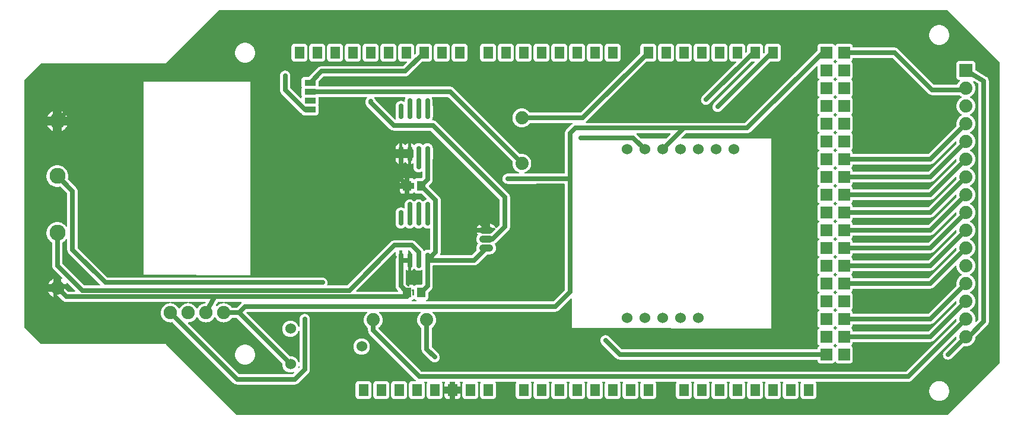
<source format=gtl>
G04 Layer: TopLayer*
G04 EasyEDA v6.3.22, 2020-01-24T18:32:25--3:00*
G04 4d49d37693604a838117592599bc2fa2,3fb4d9e5e1f4485794c53a7e2051cb48,10*
G04 Gerber Generator version 0.2*
G04 Scale: 100 percent, Rotated: No, Reflected: No *
G04 Dimensions in inches *
G04 leading zeros omitted , absolute positions ,2 integer and 4 decimal *
%FSLAX24Y24*%
%MOIN*%
G90*
G70D02*

%ADD11C,0.025000*%
%ADD12C,0.027559*%
%ADD13C,0.024000*%
%ADD14R,0.045670X0.057087*%
%ADD15R,0.063000X0.035000*%
%ADD16C,0.060000*%
%ADD17C,0.074000*%
%ADD18R,0.074000X0.074000*%
%ADD19C,0.090000*%
%ADD20C,0.078740*%
%ADD21C,0.075000*%
%ADD22R,0.056000X0.067200*%
%ADD23R,0.066000X0.066000*%
%ADD24C,0.039370*%

%LPD*%
G36*
G01X51947Y22898D02*
G01X11052Y22898D01*
G01X11040Y22894D01*
G01X11034Y22891D01*
G01X8064Y19921D01*
G01X8056Y19915D01*
G01X8047Y19911D01*
G01X8038Y19906D01*
G01X8029Y19903D01*
G01X8009Y19899D01*
G01X8000Y19898D01*
G01X1052Y19898D01*
G01X1040Y19894D01*
G01X1034Y19891D01*
G01X108Y18965D01*
G01X102Y18953D01*
G01X101Y18947D01*
G01X101Y5052D01*
G01X102Y5046D01*
G01X108Y5034D01*
G01X1034Y4108D01*
G01X1040Y4105D01*
G01X1052Y4101D01*
G01X8000Y4101D01*
G01X8009Y4100D01*
G01X8029Y4096D01*
G01X8038Y4093D01*
G01X8047Y4088D01*
G01X8056Y4084D01*
G01X8064Y4078D01*
G01X12034Y108D01*
G01X12040Y105D01*
G01X12052Y101D01*
G01X51947Y101D01*
G01X51954Y103D01*
G01X51959Y105D01*
G01X51965Y108D01*
G01X54891Y3034D01*
G01X54897Y3046D01*
G01X54898Y3052D01*
G01X54898Y19947D01*
G01X54897Y19953D01*
G01X54891Y19965D01*
G01X51965Y22891D01*
G01X51959Y22894D01*
G01X51954Y22896D01*
G01X51947Y22898D01*
G37*

%LPC*%
G36*
G01X51521Y2010D02*
G01X51500Y2011D01*
G01X51456Y2009D01*
G01X51435Y2007D01*
G01X51414Y2004D01*
G01X51372Y1996D01*
G01X51330Y1984D01*
G01X51310Y1978D01*
G01X51290Y1970D01*
G01X51270Y1961D01*
G01X51251Y1952D01*
G01X51231Y1942D01*
G01X51213Y1932D01*
G01X51194Y1920D01*
G01X51160Y1896D01*
G01X51126Y1868D01*
G01X51110Y1854D01*
G01X51095Y1838D01*
G01X51081Y1823D01*
G01X51067Y1807D01*
G01X51053Y1790D01*
G01X51041Y1772D01*
G01X51029Y1755D01*
G01X51017Y1736D01*
G01X50997Y1698D01*
G01X50988Y1679D01*
G01X50979Y1659D01*
G01X50965Y1619D01*
G01X50953Y1577D01*
G01X50945Y1535D01*
G01X50942Y1514D01*
G01X50940Y1492D01*
G01X50939Y1471D01*
G01X50939Y1428D01*
G01X50940Y1407D01*
G01X50942Y1385D01*
G01X50945Y1364D01*
G01X50953Y1322D01*
G01X50965Y1280D01*
G01X50979Y1240D01*
G01X50988Y1220D01*
G01X50997Y1201D01*
G01X51017Y1163D01*
G01X51029Y1144D01*
G01X51041Y1127D01*
G01X51053Y1109D01*
G01X51067Y1092D01*
G01X51081Y1076D01*
G01X51095Y1061D01*
G01X51110Y1045D01*
G01X51126Y1031D01*
G01X51160Y1003D01*
G01X51194Y979D01*
G01X51213Y967D01*
G01X51231Y957D01*
G01X51251Y947D01*
G01X51270Y938D01*
G01X51290Y929D01*
G01X51310Y921D01*
G01X51330Y915D01*
G01X51372Y903D01*
G01X51414Y895D01*
G01X51435Y892D01*
G01X51456Y890D01*
G01X51500Y888D01*
G01X51521Y889D01*
G01X51543Y890D01*
G01X51564Y892D01*
G01X51585Y895D01*
G01X51627Y903D01*
G01X51669Y915D01*
G01X51689Y921D01*
G01X51709Y929D01*
G01X51729Y938D01*
G01X51748Y947D01*
G01X51768Y957D01*
G01X51786Y967D01*
G01X51805Y979D01*
G01X51839Y1003D01*
G01X51873Y1031D01*
G01X51889Y1045D01*
G01X51904Y1061D01*
G01X51918Y1076D01*
G01X51932Y1092D01*
G01X51946Y1109D01*
G01X51958Y1127D01*
G01X51970Y1144D01*
G01X51982Y1163D01*
G01X52002Y1201D01*
G01X52011Y1220D01*
G01X52020Y1240D01*
G01X52034Y1280D01*
G01X52046Y1322D01*
G01X52054Y1364D01*
G01X52057Y1385D01*
G01X52059Y1407D01*
G01X52060Y1428D01*
G01X52060Y1471D01*
G01X52059Y1492D01*
G01X52057Y1514D01*
G01X52054Y1535D01*
G01X52046Y1577D01*
G01X52034Y1619D01*
G01X52020Y1659D01*
G01X52011Y1679D01*
G01X52002Y1698D01*
G01X51982Y1736D01*
G01X51970Y1755D01*
G01X51958Y1772D01*
G01X51946Y1790D01*
G01X51932Y1807D01*
G01X51918Y1823D01*
G01X51904Y1838D01*
G01X51889Y1854D01*
G01X51873Y1868D01*
G01X51839Y1896D01*
G01X51805Y1920D01*
G01X51786Y1932D01*
G01X51768Y1942D01*
G01X51748Y1952D01*
G01X51729Y1961D01*
G01X51709Y1970D01*
G01X51689Y1978D01*
G01X51669Y1984D01*
G01X51627Y1996D01*
G01X51585Y2004D01*
G01X51564Y2007D01*
G01X51543Y2009D01*
G01X51521Y2010D01*
G37*
G36*
G01X24590Y1307D02*
G01X24314Y1307D01*
G01X24314Y1003D01*
G01X24441Y1003D01*
G01X24452Y1004D01*
G01X24464Y1006D01*
G01X24475Y1009D01*
G01X24486Y1013D01*
G01X24496Y1017D01*
G01X24507Y1022D01*
G01X24517Y1028D01*
G01X24535Y1042D01*
G01X24551Y1058D01*
G01X24565Y1076D01*
G01X24571Y1086D01*
G01X24576Y1097D01*
G01X24580Y1107D01*
G01X24584Y1118D01*
G01X24587Y1129D01*
G01X24589Y1140D01*
G01X24590Y1152D01*
G01X24590Y1307D01*
G37*
G36*
G01X23985Y1307D02*
G01X23709Y1307D01*
G01X23709Y1152D01*
G01X23710Y1140D01*
G01X23712Y1129D01*
G01X23715Y1118D01*
G01X23719Y1107D01*
G01X23723Y1097D01*
G01X23728Y1086D01*
G01X23734Y1076D01*
G01X23748Y1058D01*
G01X23764Y1042D01*
G01X23782Y1028D01*
G01X23792Y1022D01*
G01X23803Y1017D01*
G01X23813Y1013D01*
G01X23824Y1009D01*
G01X23835Y1006D01*
G01X23847Y1004D01*
G01X23858Y1003D01*
G01X23985Y1003D01*
G01X23985Y1307D01*
G37*
G36*
G01X20441Y1996D02*
G01X19858Y1996D01*
G01X19847Y1995D01*
G01X19835Y1993D01*
G01X19824Y1990D01*
G01X19813Y1986D01*
G01X19803Y1982D01*
G01X19792Y1977D01*
G01X19782Y1971D01*
G01X19764Y1957D01*
G01X19748Y1941D01*
G01X19734Y1923D01*
G01X19728Y1913D01*
G01X19723Y1902D01*
G01X19719Y1892D01*
G01X19715Y1881D01*
G01X19712Y1870D01*
G01X19710Y1859D01*
G01X19709Y1847D01*
G01X19709Y1152D01*
G01X19710Y1140D01*
G01X19712Y1129D01*
G01X19715Y1118D01*
G01X19719Y1107D01*
G01X19723Y1097D01*
G01X19728Y1086D01*
G01X19734Y1076D01*
G01X19748Y1058D01*
G01X19764Y1042D01*
G01X19782Y1028D01*
G01X19792Y1022D01*
G01X19803Y1017D01*
G01X19813Y1013D01*
G01X19824Y1009D01*
G01X19835Y1006D01*
G01X19847Y1004D01*
G01X19858Y1003D01*
G01X20441Y1003D01*
G01X20452Y1004D01*
G01X20464Y1006D01*
G01X20475Y1009D01*
G01X20486Y1013D01*
G01X20496Y1017D01*
G01X20507Y1022D01*
G01X20517Y1028D01*
G01X20535Y1042D01*
G01X20551Y1058D01*
G01X20565Y1076D01*
G01X20571Y1086D01*
G01X20576Y1097D01*
G01X20580Y1107D01*
G01X20584Y1118D01*
G01X20587Y1129D01*
G01X20589Y1140D01*
G01X20590Y1152D01*
G01X20590Y1847D01*
G01X20589Y1859D01*
G01X20587Y1870D01*
G01X20584Y1881D01*
G01X20580Y1892D01*
G01X20576Y1902D01*
G01X20571Y1913D01*
G01X20565Y1923D01*
G01X20551Y1941D01*
G01X20535Y1957D01*
G01X20517Y1971D01*
G01X20507Y1977D01*
G01X20496Y1982D01*
G01X20486Y1986D01*
G01X20475Y1990D01*
G01X20464Y1993D01*
G01X20452Y1995D01*
G01X20441Y1996D01*
G37*
G36*
G01X19441Y1996D02*
G01X18858Y1996D01*
G01X18847Y1995D01*
G01X18835Y1993D01*
G01X18824Y1990D01*
G01X18813Y1986D01*
G01X18803Y1982D01*
G01X18792Y1977D01*
G01X18782Y1971D01*
G01X18764Y1957D01*
G01X18748Y1941D01*
G01X18734Y1923D01*
G01X18728Y1913D01*
G01X18723Y1902D01*
G01X18719Y1892D01*
G01X18715Y1881D01*
G01X18712Y1870D01*
G01X18710Y1859D01*
G01X18709Y1847D01*
G01X18709Y1152D01*
G01X18710Y1140D01*
G01X18712Y1129D01*
G01X18715Y1118D01*
G01X18719Y1107D01*
G01X18723Y1097D01*
G01X18728Y1086D01*
G01X18734Y1076D01*
G01X18748Y1058D01*
G01X18764Y1042D01*
G01X18782Y1028D01*
G01X18792Y1022D01*
G01X18803Y1017D01*
G01X18813Y1013D01*
G01X18824Y1009D01*
G01X18835Y1006D01*
G01X18847Y1004D01*
G01X18858Y1003D01*
G01X19441Y1003D01*
G01X19452Y1004D01*
G01X19464Y1006D01*
G01X19475Y1009D01*
G01X19486Y1013D01*
G01X19496Y1017D01*
G01X19507Y1022D01*
G01X19517Y1028D01*
G01X19535Y1042D01*
G01X19551Y1058D01*
G01X19565Y1076D01*
G01X19571Y1086D01*
G01X19576Y1097D01*
G01X19580Y1107D01*
G01X19584Y1118D01*
G01X19587Y1129D01*
G01X19589Y1140D01*
G01X19590Y1152D01*
G01X19590Y1847D01*
G01X19589Y1859D01*
G01X19587Y1870D01*
G01X19584Y1881D01*
G01X19580Y1892D01*
G01X19576Y1902D01*
G01X19571Y1913D01*
G01X19565Y1923D01*
G01X19551Y1941D01*
G01X19535Y1957D01*
G01X19517Y1971D01*
G01X19507Y1977D01*
G01X19496Y1982D01*
G01X19486Y1986D01*
G01X19475Y1990D01*
G01X19464Y1993D01*
G01X19452Y1995D01*
G01X19441Y1996D01*
G37*
G36*
G01X21441Y1996D02*
G01X20858Y1996D01*
G01X20847Y1995D01*
G01X20835Y1993D01*
G01X20824Y1990D01*
G01X20813Y1986D01*
G01X20803Y1982D01*
G01X20792Y1977D01*
G01X20782Y1971D01*
G01X20764Y1957D01*
G01X20748Y1941D01*
G01X20734Y1923D01*
G01X20728Y1913D01*
G01X20723Y1902D01*
G01X20719Y1892D01*
G01X20715Y1881D01*
G01X20712Y1870D01*
G01X20710Y1859D01*
G01X20709Y1847D01*
G01X20709Y1152D01*
G01X20710Y1140D01*
G01X20712Y1129D01*
G01X20715Y1118D01*
G01X20719Y1107D01*
G01X20723Y1097D01*
G01X20728Y1086D01*
G01X20734Y1076D01*
G01X20748Y1058D01*
G01X20764Y1042D01*
G01X20782Y1028D01*
G01X20792Y1022D01*
G01X20803Y1017D01*
G01X20813Y1013D01*
G01X20824Y1009D01*
G01X20835Y1006D01*
G01X20847Y1004D01*
G01X20858Y1003D01*
G01X21441Y1003D01*
G01X21452Y1004D01*
G01X21464Y1006D01*
G01X21475Y1009D01*
G01X21486Y1013D01*
G01X21496Y1017D01*
G01X21507Y1022D01*
G01X21517Y1028D01*
G01X21535Y1042D01*
G01X21551Y1058D01*
G01X21565Y1076D01*
G01X21571Y1086D01*
G01X21576Y1097D01*
G01X21580Y1107D01*
G01X21584Y1118D01*
G01X21587Y1129D01*
G01X21589Y1140D01*
G01X21590Y1152D01*
G01X21590Y1847D01*
G01X21589Y1859D01*
G01X21587Y1870D01*
G01X21584Y1881D01*
G01X21580Y1892D01*
G01X21576Y1902D01*
G01X21571Y1913D01*
G01X21565Y1923D01*
G01X21551Y1941D01*
G01X21535Y1957D01*
G01X21517Y1971D01*
G01X21507Y1977D01*
G01X21496Y1982D01*
G01X21486Y1986D01*
G01X21475Y1990D01*
G01X21464Y1993D01*
G01X21452Y1995D01*
G01X21441Y1996D01*
G37*
G36*
G01X21841Y20996D02*
G01X21258Y20996D01*
G01X21247Y20995D01*
G01X21235Y20993D01*
G01X21224Y20990D01*
G01X21213Y20986D01*
G01X21203Y20982D01*
G01X21192Y20977D01*
G01X21182Y20971D01*
G01X21164Y20957D01*
G01X21148Y20941D01*
G01X21134Y20923D01*
G01X21128Y20913D01*
G01X21123Y20902D01*
G01X21119Y20892D01*
G01X21115Y20881D01*
G01X21112Y20870D01*
G01X21110Y20859D01*
G01X21109Y20847D01*
G01X21109Y20152D01*
G01X21110Y20140D01*
G01X21112Y20129D01*
G01X21115Y20118D01*
G01X21119Y20107D01*
G01X21123Y20097D01*
G01X21128Y20086D01*
G01X21134Y20077D01*
G01X21141Y20067D01*
G01X21148Y20058D01*
G01X21164Y20042D01*
G01X21182Y20028D01*
G01X21192Y20022D01*
G01X21203Y20017D01*
G01X21213Y20013D01*
G01X21224Y20009D01*
G01X21235Y20006D01*
G01X21247Y20004D01*
G01X21258Y20003D01*
G01X21552Y20003D01*
G01X21557Y20002D01*
G01X21563Y20001D01*
G01X21568Y19999D01*
G01X21578Y19993D01*
G01X21582Y19989D01*
G01X21588Y19979D01*
G01X21590Y19974D01*
G01X21591Y19968D01*
G01X21592Y19963D01*
G01X21591Y19956D01*
G01X21587Y19944D01*
G01X21584Y19939D01*
G01X21580Y19934D01*
G01X21393Y19747D01*
G01X21388Y19743D01*
G01X21383Y19740D01*
G01X21371Y19736D01*
G01X16800Y19736D01*
G01X16768Y19734D01*
G01X16752Y19732D01*
G01X16720Y19724D01*
G01X16690Y19714D01*
G01X16676Y19707D01*
G01X16661Y19700D01*
G01X16647Y19692D01*
G01X16634Y19683D01*
G01X16621Y19673D01*
G01X16609Y19663D01*
G01X16597Y19652D01*
G01X16093Y19147D01*
G01X16088Y19143D01*
G01X16083Y19140D01*
G01X16071Y19136D01*
G01X15835Y19136D01*
G01X15811Y19134D01*
G01X15800Y19132D01*
G01X15789Y19129D01*
G01X15778Y19125D01*
G01X15768Y19121D01*
G01X15757Y19116D01*
G01X15747Y19110D01*
G01X15729Y19096D01*
G01X15713Y19080D01*
G01X15706Y19071D01*
G01X15699Y19061D01*
G01X15693Y19052D01*
G01X15688Y19041D01*
G01X15684Y19031D01*
G01X15680Y19020D01*
G01X15677Y19009D01*
G01X15675Y18998D01*
G01X15674Y18986D01*
G01X15673Y18975D01*
G01X15673Y18625D01*
G01X15674Y18612D01*
G01X15675Y18600D01*
G01X15681Y18576D01*
G01X15685Y18565D01*
G01X15687Y18557D01*
G01X15688Y18550D01*
G01X15687Y18542D01*
G01X15685Y18534D01*
G01X15681Y18523D01*
G01X15675Y18499D01*
G01X15673Y18475D01*
G01X15673Y18125D01*
G01X15674Y18112D01*
G01X15675Y18100D01*
G01X15681Y18076D01*
G01X15685Y18065D01*
G01X15687Y18057D01*
G01X15688Y18050D01*
G01X15687Y18042D01*
G01X15685Y18034D01*
G01X15681Y18023D01*
G01X15678Y18012D01*
G01X15674Y17988D01*
G01X15673Y17976D01*
G01X15673Y17971D01*
G01X15672Y17965D01*
G01X15670Y17960D01*
G01X15664Y17950D01*
G01X15660Y17946D01*
G01X15650Y17940D01*
G01X15645Y17938D01*
G01X15639Y17937D01*
G01X15634Y17936D01*
G01X15627Y17937D01*
G01X15621Y17938D01*
G01X15615Y17941D01*
G01X15610Y17944D01*
G01X15605Y17948D01*
G01X15047Y18506D01*
G01X15043Y18511D01*
G01X15040Y18516D01*
G01X15036Y18528D01*
G01X15035Y18534D01*
G01X15035Y19215D01*
G01X15034Y19230D01*
G01X15032Y19246D01*
G01X15029Y19261D01*
G01X15021Y19291D01*
G01X15009Y19319D01*
G01X15002Y19334D01*
G01X14986Y19360D01*
G01X14977Y19373D01*
G01X14968Y19385D01*
G01X14946Y19407D01*
G01X14935Y19417D01*
G01X14922Y19427D01*
G01X14910Y19436D01*
G01X14884Y19452D01*
G01X14869Y19459D01*
G01X14841Y19471D01*
G01X14811Y19479D01*
G01X14796Y19482D01*
G01X14781Y19484D01*
G01X14765Y19485D01*
G01X14750Y19486D01*
G01X14718Y19484D01*
G01X14703Y19482D01*
G01X14688Y19479D01*
G01X14658Y19471D01*
G01X14630Y19459D01*
G01X14615Y19452D01*
G01X14589Y19436D01*
G01X14577Y19427D01*
G01X14564Y19417D01*
G01X14553Y19407D01*
G01X14531Y19385D01*
G01X14522Y19373D01*
G01X14513Y19360D01*
G01X14497Y19334D01*
G01X14490Y19319D01*
G01X14478Y19291D01*
G01X14470Y19261D01*
G01X14467Y19246D01*
G01X14465Y19230D01*
G01X14464Y19215D01*
G01X14464Y18384D01*
G01X14465Y18367D01*
G01X14468Y18352D01*
G01X14471Y18336D01*
G01X14475Y18320D01*
G01X14485Y18290D01*
G01X14492Y18276D01*
G01X14499Y18261D01*
G01X14507Y18247D01*
G01X14516Y18234D01*
G01X14526Y18221D01*
G01X14536Y18209D01*
G01X14547Y18197D01*
G01X15647Y17097D01*
G01X15661Y17084D01*
G01X15676Y17072D01*
G01X15685Y17063D01*
G01X15693Y17047D01*
G01X15700Y17037D01*
G01X15706Y17028D01*
G01X15713Y17019D01*
G01X15721Y17010D01*
G01X15730Y17003D01*
G01X15738Y16995D01*
G01X15758Y16983D01*
G01X15778Y16973D01*
G01X15789Y16970D01*
G01X15801Y16967D01*
G01X15812Y16965D01*
G01X15823Y16964D01*
G01X15835Y16963D01*
G01X16464Y16963D01*
G01X16488Y16965D01*
G01X16499Y16967D01*
G01X16510Y16970D01*
G01X16521Y16974D01*
G01X16531Y16978D01*
G01X16542Y16983D01*
G01X16552Y16989D01*
G01X16570Y17003D01*
G01X16586Y17019D01*
G01X16593Y17028D01*
G01X16600Y17038D01*
G01X16606Y17047D01*
G01X16611Y17058D01*
G01X16615Y17068D01*
G01X16619Y17079D01*
G01X16622Y17090D01*
G01X16624Y17102D01*
G01X16625Y17113D01*
G01X16626Y17125D01*
G01X16626Y17475D01*
G01X16624Y17499D01*
G01X16618Y17523D01*
G01X16614Y17534D01*
G01X16612Y17542D01*
G01X16611Y17550D01*
G01X16612Y17557D01*
G01X16614Y17565D01*
G01X16618Y17576D01*
G01X16624Y17600D01*
G01X16625Y17612D01*
G01X16626Y17625D01*
G01X16626Y17979D01*
G01X16627Y17985D01*
G01X16629Y17990D01*
G01X16635Y18000D01*
G01X16639Y18004D01*
G01X16649Y18010D01*
G01X16654Y18012D01*
G01X16660Y18013D01*
G01X19318Y18013D01*
G01X19324Y18012D01*
G01X19329Y18010D01*
G01X19339Y18004D01*
G01X19343Y18000D01*
G01X19349Y17990D01*
G01X19351Y17985D01*
G01X19353Y17973D01*
G01X19351Y17961D01*
G01X19348Y17956D01*
G01X19346Y17951D01*
G01X19342Y17946D01*
G01X19331Y17934D01*
G01X19322Y17923D01*
G01X19304Y17897D01*
G01X19290Y17869D01*
G01X19278Y17841D01*
G01X19270Y17811D01*
G01X19267Y17796D01*
G01X19265Y17780D01*
G01X19264Y17765D01*
G01X19264Y17684D01*
G01X19265Y17667D01*
G01X19268Y17652D01*
G01X19271Y17636D01*
G01X19275Y17620D01*
G01X19285Y17590D01*
G01X19292Y17576D01*
G01X19299Y17561D01*
G01X19307Y17547D01*
G01X19316Y17534D01*
G01X19326Y17521D01*
G01X19336Y17509D01*
G01X19347Y17497D01*
G01X20647Y16197D01*
G01X20659Y16186D01*
G01X20671Y16176D01*
G01X20684Y16166D01*
G01X20697Y16157D01*
G01X20711Y16149D01*
G01X20726Y16142D01*
G01X20740Y16135D01*
G01X20770Y16125D01*
G01X20802Y16117D01*
G01X20818Y16115D01*
G01X20850Y16113D01*
G01X22921Y16113D01*
G01X22933Y16109D01*
G01X22938Y16106D01*
G01X22943Y16102D01*
G01X26802Y12243D01*
G01X26806Y12238D01*
G01X26809Y12233D01*
G01X26813Y12221D01*
G01X26814Y12215D01*
G01X26814Y10834D01*
G01X26813Y10828D01*
G01X26809Y10816D01*
G01X26806Y10811D01*
G01X26802Y10806D01*
G01X26635Y10639D01*
G01X26630Y10635D01*
G01X26625Y10632D01*
G01X26613Y10628D01*
G01X26601Y10628D01*
G01X26596Y10629D01*
G01X26590Y10631D01*
G01X26585Y10634D01*
G01X26581Y10637D01*
G01X26577Y10641D01*
G01X26573Y10646D01*
G01X26571Y10651D01*
G01X26563Y10666D01*
G01X26545Y10696D01*
G01X26525Y10724D01*
G01X26514Y10737D01*
G01X26502Y10750D01*
G01X26489Y10762D01*
G01X26463Y10784D01*
G01X26449Y10794D01*
G01X26434Y10804D01*
G01X26419Y10813D01*
G01X26404Y10821D01*
G01X26388Y10828D01*
G01X26356Y10840D01*
G01X26339Y10845D01*
G01X26322Y10849D01*
G01X26306Y10852D01*
G01X26289Y10855D01*
G01X26271Y10857D01*
G01X26271Y10623D01*
G01X26527Y10623D01*
G01X26539Y10619D01*
G01X26543Y10617D01*
G01X26548Y10613D01*
G01X26556Y10605D01*
G01X26558Y10600D01*
G01X26560Y10594D01*
G01X26561Y10589D01*
G01X26562Y10583D01*
G01X26560Y10571D01*
G01X26554Y10559D01*
G01X26383Y10388D01*
G01X26373Y10380D01*
G01X26368Y10378D01*
G01X26361Y10376D01*
G01X26265Y10376D01*
G01X26262Y10371D01*
G01X26258Y10367D01*
G01X26248Y10361D01*
G01X26243Y10359D01*
G01X26231Y10357D01*
G01X25868Y10357D01*
G01X25856Y10359D01*
G01X25851Y10361D01*
G01X25841Y10367D01*
G01X25837Y10371D01*
G01X25834Y10376D01*
G01X25517Y10376D01*
G01X25524Y10358D01*
G01X25532Y10340D01*
G01X25552Y10306D01*
G01X25563Y10290D01*
G01X25575Y10275D01*
G01X25581Y10263D01*
G01X25583Y10256D01*
G01X25584Y10250D01*
G01X25583Y10243D01*
G01X25581Y10236D01*
G01X25575Y10224D01*
G01X25564Y10211D01*
G01X25554Y10196D01*
G01X25545Y10182D01*
G01X25536Y10167D01*
G01X25515Y10119D01*
G01X25510Y10102D01*
G01X25506Y10086D01*
G01X25502Y10069D01*
G01X25499Y10051D01*
G01X25497Y10034D01*
G01X25495Y10000D01*
G01X25496Y9982D01*
G01X25497Y9965D01*
G01X25499Y9948D01*
G01X25502Y9930D01*
G01X25506Y9913D01*
G01X25510Y9897D01*
G01X25515Y9880D01*
G01X25536Y9832D01*
G01X25545Y9817D01*
G01X25554Y9803D01*
G01X25564Y9788D01*
G01X25575Y9775D01*
G01X25581Y9763D01*
G01X25583Y9756D01*
G01X25584Y9750D01*
G01X25583Y9743D01*
G01X25581Y9736D01*
G01X25575Y9724D01*
G01X25564Y9711D01*
G01X25554Y9696D01*
G01X25545Y9682D01*
G01X25536Y9667D01*
G01X25515Y9619D01*
G01X25510Y9602D01*
G01X25506Y9586D01*
G01X25502Y9569D01*
G01X25499Y9551D01*
G01X25497Y9534D01*
G01X25495Y9500D01*
G01X25497Y9464D01*
G01X25499Y9447D01*
G01X25502Y9429D01*
G01X25506Y9412D01*
G01X25511Y9395D01*
G01X25512Y9389D01*
G01X25512Y9377D01*
G01X25508Y9365D01*
G01X25505Y9360D01*
G01X25501Y9355D01*
G01X25253Y9107D01*
G01X25248Y9103D01*
G01X25243Y9100D01*
G01X25231Y9096D01*
G01X23495Y9096D01*
G01X23490Y9097D01*
G01X23484Y9099D01*
G01X23479Y9102D01*
G01X23475Y9105D01*
G01X23471Y9109D01*
G01X23467Y9114D01*
G01X23463Y9124D01*
G01X23461Y9130D01*
G01X23461Y9136D01*
G01X23462Y9143D01*
G01X23464Y9151D01*
G01X23470Y9166D01*
G01X23475Y9181D01*
G01X23478Y9196D01*
G01X23484Y9228D01*
G01X23485Y9244D01*
G01X23485Y12215D01*
G01X23484Y12232D01*
G01X23481Y12248D01*
G01X23478Y12263D01*
G01X23474Y12279D01*
G01X23464Y12309D01*
G01X23457Y12323D01*
G01X23450Y12338D01*
G01X23442Y12352D01*
G01X23433Y12365D01*
G01X23423Y12378D01*
G01X23413Y12390D01*
G01X23402Y12402D01*
G01X22832Y12971D01*
G01X22828Y12976D01*
G01X22825Y12981D01*
G01X22822Y12987D01*
G01X22821Y12993D01*
G01X22821Y13006D01*
G01X22822Y13012D01*
G01X22825Y13018D01*
G01X22828Y13023D01*
G01X22832Y13028D01*
G01X22952Y13147D01*
G01X22963Y13159D01*
G01X22973Y13171D01*
G01X22983Y13184D01*
G01X22992Y13197D01*
G01X23000Y13211D01*
G01X23007Y13226D01*
G01X23014Y13240D01*
G01X23024Y13270D01*
G01X23028Y13286D01*
G01X23031Y13301D01*
G01X23034Y13317D01*
G01X23035Y13334D01*
G01X23035Y14422D01*
G01X23037Y14433D01*
G01X23041Y14449D01*
G01X23047Y14481D01*
G01X23048Y14498D01*
G01X23048Y15121D01*
G01X23047Y15136D01*
G01X23045Y15151D01*
G01X23042Y15167D01*
G01X23034Y15197D01*
G01X23028Y15212D01*
G01X23016Y15240D01*
G01X23008Y15254D01*
G01X23000Y15267D01*
G01X22982Y15293D01*
G01X22972Y15305D01*
G01X22950Y15327D01*
G01X22938Y15337D01*
G01X22912Y15355D01*
G01X22899Y15363D01*
G01X22885Y15371D01*
G01X22871Y15378D01*
G01X22856Y15384D01*
G01X22842Y15389D01*
G01X22812Y15397D01*
G01X22796Y15400D01*
G01X22781Y15402D01*
G01X22765Y15403D01*
G01X22734Y15403D01*
G01X22718Y15402D01*
G01X22703Y15400D01*
G01X22673Y15394D01*
G01X22643Y15384D01*
G01X22629Y15378D01*
G01X22601Y15364D01*
G01X22575Y15348D01*
G01X22551Y15328D01*
G01X22540Y15317D01*
G01X22529Y15307D01*
G01X22524Y15302D01*
G01X22519Y15298D01*
G01X22513Y15296D01*
G01X22506Y15294D01*
G01X22493Y15294D01*
G01X22486Y15296D01*
G01X22480Y15298D01*
G01X22475Y15302D01*
G01X22470Y15307D01*
G01X22459Y15317D01*
G01X22448Y15328D01*
G01X22424Y15348D01*
G01X22398Y15364D01*
G01X22370Y15378D01*
G01X22356Y15384D01*
G01X22326Y15394D01*
G01X22296Y15400D01*
G01X22281Y15402D01*
G01X22265Y15403D01*
G01X22234Y15403D01*
G01X22218Y15402D01*
G01X22203Y15400D01*
G01X22173Y15394D01*
G01X22143Y15384D01*
G01X22129Y15378D01*
G01X22101Y15364D01*
G01X22075Y15348D01*
G01X22051Y15328D01*
G01X22040Y15317D01*
G01X22029Y15307D01*
G01X22024Y15302D01*
G01X22019Y15298D01*
G01X22013Y15296D01*
G01X22006Y15294D01*
G01X21993Y15294D01*
G01X21986Y15296D01*
G01X21980Y15298D01*
G01X21975Y15302D01*
G01X21958Y15319D01*
G01X21946Y15330D01*
G01X21933Y15341D01*
G01X21919Y15351D01*
G01X21905Y15360D01*
G01X21890Y15369D01*
G01X21875Y15376D01*
G01X21859Y15383D01*
G01X21843Y15388D01*
G01X21843Y15051D01*
G01X21917Y15051D01*
G01X21922Y15050D01*
G01X21927Y15048D01*
G01X21932Y15045D01*
G01X21937Y15041D01*
G01X21941Y15037D01*
G01X21944Y15033D01*
G01X21947Y15028D01*
G01X21949Y15022D01*
G01X21950Y15017D01*
G01X21951Y15011D01*
G01X21951Y14608D01*
G01X21950Y14602D01*
G01X21949Y14597D01*
G01X21947Y14591D01*
G01X21944Y14586D01*
G01X21941Y14582D01*
G01X21937Y14578D01*
G01X21932Y14574D01*
G01X21927Y14571D01*
G01X21922Y14569D01*
G01X21917Y14568D01*
G01X21843Y14568D01*
G01X21843Y14230D01*
G01X21859Y14236D01*
G01X21874Y14242D01*
G01X21889Y14250D01*
G01X21903Y14258D01*
G01X21910Y14261D01*
G01X21916Y14263D01*
G01X21929Y14263D01*
G01X21935Y14262D01*
G01X21940Y14260D01*
G01X21950Y14254D01*
G01X21954Y14250D01*
G01X21960Y14240D01*
G01X21962Y14235D01*
G01X21964Y14223D01*
G01X21964Y14034D01*
G01X21965Y14019D01*
G01X21967Y14003D01*
G01X21970Y13988D01*
G01X21978Y13958D01*
G01X21990Y13930D01*
G01X21997Y13915D01*
G01X22013Y13889D01*
G01X22022Y13876D01*
G01X22031Y13864D01*
G01X22053Y13842D01*
G01X22064Y13832D01*
G01X22077Y13822D01*
G01X22089Y13813D01*
G01X22115Y13797D01*
G01X22130Y13790D01*
G01X22158Y13778D01*
G01X22188Y13770D01*
G01X22203Y13767D01*
G01X22218Y13765D01*
G01X22250Y13763D01*
G01X22265Y13764D01*
G01X22282Y13765D01*
G01X22297Y13767D01*
G01X22329Y13775D01*
G01X22344Y13780D01*
G01X22374Y13792D01*
G01X22402Y13808D01*
G01X22409Y13811D01*
G01X22416Y13813D01*
G01X22423Y13814D01*
G01X22435Y13812D01*
G01X22440Y13810D01*
G01X22450Y13804D01*
G01X22454Y13800D01*
G01X22457Y13796D01*
G01X22460Y13790D01*
G01X22462Y13785D01*
G01X22463Y13780D01*
G01X22464Y13774D01*
G01X22464Y13486D01*
G01X22463Y13480D01*
G01X22462Y13475D01*
G01X22460Y13469D01*
G01X22457Y13464D01*
G01X22454Y13460D01*
G01X22450Y13456D01*
G01X22445Y13452D01*
G01X22435Y13448D01*
G01X22429Y13446D01*
G01X22159Y13446D01*
G01X22148Y13444D01*
G01X22136Y13442D01*
G01X22125Y13439D01*
G01X22103Y13431D01*
G01X22092Y13425D01*
G01X22082Y13419D01*
G01X22064Y13405D01*
G01X22055Y13397D01*
G01X22047Y13388D01*
G01X22040Y13378D01*
G01X22034Y13369D01*
G01X22030Y13364D01*
G01X22022Y13356D01*
G01X22017Y13353D01*
G01X22011Y13351D01*
G01X22005Y13350D01*
G01X21994Y13350D01*
G01X21988Y13351D01*
G01X21982Y13353D01*
G01X21977Y13356D01*
G01X21969Y13364D01*
G01X21965Y13369D01*
G01X21959Y13378D01*
G01X21952Y13388D01*
G01X21944Y13397D01*
G01X21935Y13405D01*
G01X21917Y13419D01*
G01X21907Y13425D01*
G01X21896Y13431D01*
G01X21874Y13439D01*
G01X21863Y13442D01*
G01X21851Y13444D01*
G01X21840Y13446D01*
G01X21739Y13446D01*
G01X21739Y13167D01*
G01X21976Y13167D01*
G01X21981Y13165D01*
G01X21987Y13164D01*
G01X21992Y13161D01*
G01X22004Y13149D01*
G01X22006Y13144D01*
G01X22009Y13138D01*
G01X22010Y13133D01*
G01X22010Y12866D01*
G01X22009Y12861D01*
G01X22006Y12855D01*
G01X22004Y12850D01*
G01X21992Y12838D01*
G01X21987Y12835D01*
G01X21981Y12834D01*
G01X21976Y12832D01*
G01X21739Y12832D01*
G01X21739Y12553D01*
G01X21840Y12553D01*
G01X21851Y12555D01*
G01X21863Y12557D01*
G01X21874Y12560D01*
G01X21896Y12568D01*
G01X21907Y12574D01*
G01X21917Y12580D01*
G01X21935Y12594D01*
G01X21944Y12602D01*
G01X21952Y12611D01*
G01X21959Y12621D01*
G01X21965Y12630D01*
G01X21969Y12635D01*
G01X21977Y12643D01*
G01X21982Y12646D01*
G01X21988Y12648D01*
G01X22000Y12650D01*
G01X22005Y12649D01*
G01X22011Y12648D01*
G01X22017Y12646D01*
G01X22022Y12643D01*
G01X22030Y12635D01*
G01X22034Y12630D01*
G01X22040Y12621D01*
G01X22047Y12611D01*
G01X22055Y12602D01*
G01X22064Y12594D01*
G01X22082Y12580D01*
G01X22092Y12574D01*
G01X22103Y12568D01*
G01X22125Y12560D01*
G01X22136Y12557D01*
G01X22148Y12555D01*
G01X22159Y12553D01*
G01X22431Y12553D01*
G01X22443Y12549D01*
G01X22448Y12546D01*
G01X22704Y12290D01*
G01X22710Y12278D01*
G01X22712Y12266D01*
G01X22711Y12260D01*
G01X22710Y12255D01*
G01X22708Y12249D01*
G01X22702Y12239D01*
G01X22697Y12235D01*
G01X22687Y12229D01*
G01X22681Y12227D01*
G01X22665Y12223D01*
G01X22635Y12211D01*
G01X22620Y12204D01*
G01X22605Y12196D01*
G01X22591Y12188D01*
G01X22565Y12168D01*
G01X22553Y12157D01*
G01X22541Y12145D01*
G01X22530Y12133D01*
G01X22522Y12125D01*
G01X22517Y12123D01*
G01X22505Y12119D01*
G01X22494Y12119D01*
G01X22482Y12123D01*
G01X22477Y12125D01*
G01X22469Y12133D01*
G01X22459Y12145D01*
G01X22447Y12156D01*
G01X22436Y12166D01*
G01X22424Y12176D01*
G01X22411Y12186D01*
G01X22385Y12202D01*
G01X22371Y12209D01*
G01X22356Y12215D01*
G01X22342Y12220D01*
G01X22327Y12225D01*
G01X22311Y12229D01*
G01X22296Y12232D01*
G01X22281Y12234D01*
G01X22265Y12235D01*
G01X22250Y12236D01*
G01X22218Y12234D01*
G01X22203Y12232D01*
G01X22188Y12229D01*
G01X22172Y12225D01*
G01X22157Y12220D01*
G01X22143Y12215D01*
G01X22128Y12209D01*
G01X22114Y12202D01*
G01X22088Y12186D01*
G01X22075Y12176D01*
G01X22063Y12166D01*
G01X22052Y12156D01*
G01X22040Y12145D01*
G01X22030Y12133D01*
G01X22022Y12125D01*
G01X22017Y12123D01*
G01X22005Y12119D01*
G01X21994Y12119D01*
G01X21982Y12123D01*
G01X21977Y12125D01*
G01X21969Y12133D01*
G01X21959Y12145D01*
G01X21947Y12156D01*
G01X21936Y12166D01*
G01X21924Y12176D01*
G01X21911Y12186D01*
G01X21885Y12202D01*
G01X21871Y12209D01*
G01X21856Y12215D01*
G01X21842Y12220D01*
G01X21827Y12225D01*
G01X21811Y12229D01*
G01X21796Y12232D01*
G01X21781Y12234D01*
G01X21765Y12235D01*
G01X21750Y12236D01*
G01X21718Y12234D01*
G01X21703Y12232D01*
G01X21688Y12229D01*
G01X21658Y12221D01*
G01X21630Y12209D01*
G01X21615Y12202D01*
G01X21589Y12186D01*
G01X21577Y12177D01*
G01X21564Y12167D01*
G01X21553Y12157D01*
G01X21531Y12135D01*
G01X21522Y12123D01*
G01X21513Y12110D01*
G01X21497Y12084D01*
G01X21490Y12069D01*
G01X21478Y12041D01*
G01X21470Y12011D01*
G01X21467Y11996D01*
G01X21465Y11980D01*
G01X21464Y11965D01*
G01X21464Y11776D01*
G01X21462Y11764D01*
G01X21460Y11759D01*
G01X21454Y11749D01*
G01X21450Y11745D01*
G01X21440Y11739D01*
G01X21435Y11737D01*
G01X21429Y11736D01*
G01X21416Y11736D01*
G01X21410Y11738D01*
G01X21403Y11741D01*
G01X21389Y11749D01*
G01X21375Y11756D01*
G01X21360Y11763D01*
G01X21344Y11768D01*
G01X21329Y11773D01*
G01X21314Y11777D01*
G01X21298Y11780D01*
G01X21282Y11782D01*
G01X21250Y11784D01*
G01X21218Y11782D01*
G01X21203Y11780D01*
G01X21187Y11777D01*
G01X21157Y11769D01*
G01X21143Y11764D01*
G01X21128Y11758D01*
G01X21100Y11744D01*
G01X21061Y11717D01*
G01X21050Y11707D01*
G01X21038Y11696D01*
G01X21027Y11685D01*
G01X21017Y11673D01*
G01X21008Y11661D01*
G01X20999Y11648D01*
G01X20991Y11634D01*
G01X20983Y11621D01*
G01X20977Y11606D01*
G01X20971Y11592D01*
G01X20965Y11577D01*
G01X20957Y11547D01*
G01X20954Y11532D01*
G01X20952Y11516D01*
G01X20951Y11501D01*
G01X20951Y10878D01*
G01X20952Y10863D01*
G01X20954Y10848D01*
G01X20957Y10832D01*
G01X20965Y10802D01*
G01X20971Y10787D01*
G01X20983Y10759D01*
G01X20991Y10745D01*
G01X20999Y10732D01*
G01X21017Y10706D01*
G01X21027Y10694D01*
G01X21038Y10683D01*
G01X21050Y10672D01*
G01X21061Y10662D01*
G01X21087Y10644D01*
G01X21100Y10636D01*
G01X21114Y10628D01*
G01X21128Y10621D01*
G01X21143Y10615D01*
G01X21157Y10610D01*
G01X21187Y10602D01*
G01X21203Y10599D01*
G01X21218Y10597D01*
G01X21234Y10596D01*
G01X21265Y10596D01*
G01X21281Y10597D01*
G01X21296Y10599D01*
G01X21326Y10605D01*
G01X21356Y10615D01*
G01X21370Y10621D01*
G01X21398Y10635D01*
G01X21424Y10651D01*
G01X21448Y10671D01*
G01X21459Y10682D01*
G01X21470Y10692D01*
G01X21475Y10697D01*
G01X21480Y10701D01*
G01X21486Y10703D01*
G01X21493Y10705D01*
G01X21506Y10705D01*
G01X21513Y10703D01*
G01X21519Y10701D01*
G01X21524Y10697D01*
G01X21529Y10692D01*
G01X21540Y10682D01*
G01X21551Y10671D01*
G01X21575Y10651D01*
G01X21601Y10635D01*
G01X21629Y10621D01*
G01X21643Y10615D01*
G01X21673Y10605D01*
G01X21703Y10599D01*
G01X21718Y10597D01*
G01X21734Y10596D01*
G01X21765Y10596D01*
G01X21781Y10597D01*
G01X21796Y10599D01*
G01X21826Y10605D01*
G01X21856Y10615D01*
G01X21870Y10621D01*
G01X21898Y10635D01*
G01X21924Y10651D01*
G01X21948Y10671D01*
G01X21959Y10682D01*
G01X21970Y10692D01*
G01X21975Y10697D01*
G01X21980Y10701D01*
G01X21986Y10703D01*
G01X21993Y10705D01*
G01X22006Y10705D01*
G01X22013Y10703D01*
G01X22019Y10701D01*
G01X22024Y10697D01*
G01X22029Y10692D01*
G01X22040Y10682D01*
G01X22051Y10671D01*
G01X22075Y10651D01*
G01X22101Y10635D01*
G01X22129Y10621D01*
G01X22143Y10615D01*
G01X22173Y10605D01*
G01X22203Y10599D01*
G01X22218Y10597D01*
G01X22234Y10596D01*
G01X22265Y10596D01*
G01X22281Y10597D01*
G01X22296Y10599D01*
G01X22326Y10605D01*
G01X22356Y10615D01*
G01X22370Y10621D01*
G01X22398Y10635D01*
G01X22424Y10651D01*
G01X22448Y10671D01*
G01X22459Y10682D01*
G01X22470Y10692D01*
G01X22475Y10697D01*
G01X22480Y10701D01*
G01X22486Y10703D01*
G01X22493Y10705D01*
G01X22506Y10705D01*
G01X22513Y10703D01*
G01X22519Y10701D01*
G01X22524Y10697D01*
G01X22529Y10692D01*
G01X22540Y10682D01*
G01X22551Y10671D01*
G01X22575Y10651D01*
G01X22601Y10635D01*
G01X22629Y10621D01*
G01X22643Y10615D01*
G01X22673Y10605D01*
G01X22703Y10599D01*
G01X22718Y10597D01*
G01X22734Y10596D01*
G01X22765Y10596D01*
G01X22781Y10597D01*
G01X22797Y10599D01*
G01X22813Y10602D01*
G01X22828Y10606D01*
G01X22844Y10611D01*
G01X22859Y10616D01*
G01X22866Y10618D01*
G01X22873Y10619D01*
G01X22879Y10619D01*
G01X22885Y10617D01*
G01X22895Y10613D01*
G01X22900Y10609D01*
G01X22904Y10605D01*
G01X22907Y10601D01*
G01X22910Y10596D01*
G01X22912Y10590D01*
G01X22913Y10585D01*
G01X22914Y10579D01*
G01X22914Y9420D01*
G01X22913Y9414D01*
G01X22912Y9409D01*
G01X22910Y9403D01*
G01X22907Y9398D01*
G01X22904Y9394D01*
G01X22900Y9390D01*
G01X22895Y9386D01*
G01X22885Y9382D01*
G01X22879Y9380D01*
G01X22873Y9380D01*
G01X22866Y9381D01*
G01X22859Y9383D01*
G01X22844Y9388D01*
G01X22828Y9393D01*
G01X22813Y9397D01*
G01X22797Y9400D01*
G01X22781Y9402D01*
G01X22765Y9403D01*
G01X22734Y9403D01*
G01X22718Y9402D01*
G01X22702Y9400D01*
G01X22687Y9397D01*
G01X22672Y9393D01*
G01X22656Y9389D01*
G01X22642Y9384D01*
G01X22627Y9377D01*
G01X22613Y9371D01*
G01X22599Y9363D01*
G01X22586Y9355D01*
G01X22573Y9346D01*
G01X22568Y9342D01*
G01X22561Y9340D01*
G01X22556Y9338D01*
G01X22543Y9338D01*
G01X22538Y9340D01*
G01X22532Y9342D01*
G01X22527Y9344D01*
G01X22522Y9348D01*
G01X22518Y9352D01*
G01X22512Y9362D01*
G01X22506Y9376D01*
G01X22498Y9390D01*
G01X22482Y9416D01*
G01X22472Y9429D01*
G01X22463Y9440D01*
G01X22452Y9452D01*
G01X22052Y9852D01*
G01X22040Y9863D01*
G01X22028Y9873D01*
G01X22015Y9883D01*
G01X22002Y9892D01*
G01X21988Y9900D01*
G01X21973Y9907D01*
G01X21959Y9914D01*
G01X21929Y9924D01*
G01X21897Y9932D01*
G01X21881Y9934D01*
G01X21865Y9935D01*
G01X21850Y9936D01*
G01X20900Y9936D01*
G01X20868Y9934D01*
G01X20852Y9932D01*
G01X20820Y9924D01*
G01X20790Y9914D01*
G01X20776Y9907D01*
G01X20761Y9900D01*
G01X20747Y9892D01*
G01X20734Y9883D01*
G01X20721Y9873D01*
G01X20709Y9863D01*
G01X20697Y9852D01*
G01X18243Y7397D01*
G01X18238Y7393D01*
G01X18233Y7390D01*
G01X18221Y7386D01*
G01X17145Y7386D01*
G01X17140Y7387D01*
G01X17134Y7389D01*
G01X17129Y7392D01*
G01X17125Y7395D01*
G01X17121Y7399D01*
G01X17117Y7404D01*
G01X17113Y7414D01*
G01X17111Y7420D01*
G01X17111Y7426D01*
G01X17112Y7433D01*
G01X17114Y7441D01*
G01X17120Y7456D01*
G01X17125Y7471D01*
G01X17128Y7486D01*
G01X17134Y7518D01*
G01X17135Y7534D01*
G01X17135Y7565D01*
G01X17134Y7580D01*
G01X17132Y7596D01*
G01X17129Y7611D01*
G01X17121Y7641D01*
G01X17109Y7669D01*
G01X17102Y7684D01*
G01X17086Y7710D01*
G01X17077Y7723D01*
G01X17068Y7735D01*
G01X17046Y7757D01*
G01X17035Y7767D01*
G01X17022Y7777D01*
G01X17010Y7786D01*
G01X16984Y7802D01*
G01X16969Y7809D01*
G01X16941Y7821D01*
G01X16911Y7829D01*
G01X16896Y7832D01*
G01X16881Y7834D01*
G01X16865Y7835D01*
G01X16850Y7836D01*
G01X4778Y7836D01*
G01X4766Y7840D01*
G01X4761Y7843D01*
G01X4756Y7847D01*
G01X3097Y9506D01*
G01X3093Y9511D01*
G01X3090Y9516D01*
G01X3086Y9528D01*
G01X3085Y9534D01*
G01X3085Y12715D01*
G01X3084Y12732D01*
G01X3081Y12748D01*
G01X3078Y12763D01*
G01X3074Y12779D01*
G01X3064Y12809D01*
G01X3057Y12823D01*
G01X3050Y12838D01*
G01X3042Y12852D01*
G01X3033Y12865D01*
G01X3023Y12878D01*
G01X3013Y12890D01*
G01X3002Y12902D01*
G01X2550Y13353D01*
G01X2546Y13358D01*
G01X2543Y13363D01*
G01X2540Y13369D01*
G01X2539Y13375D01*
G01X2539Y13382D01*
G01X2540Y13392D01*
G01X2550Y13436D01*
G01X2554Y13459D01*
G01X2557Y13481D01*
G01X2559Y13504D01*
G01X2560Y13527D01*
G01X2560Y13572D01*
G01X2559Y13594D01*
G01X2557Y13616D01*
G01X2554Y13638D01*
G01X2550Y13661D01*
G01X2546Y13682D01*
G01X2541Y13704D01*
G01X2535Y13726D01*
G01X2528Y13747D01*
G01X2520Y13768D01*
G01X2512Y13788D01*
G01X2503Y13809D01*
G01X2493Y13829D01*
G01X2482Y13848D01*
G01X2471Y13868D01*
G01X2459Y13887D01*
G01X2447Y13905D01*
G01X2433Y13923D01*
G01X2405Y13957D01*
G01X2357Y14005D01*
G01X2323Y14033D01*
G01X2287Y14059D01*
G01X2268Y14071D01*
G01X2248Y14082D01*
G01X2229Y14093D01*
G01X2209Y14103D01*
G01X2189Y14112D01*
G01X2147Y14128D01*
G01X2126Y14134D01*
G01X2104Y14141D01*
G01X2082Y14146D01*
G01X2060Y14150D01*
G01X2039Y14154D01*
G01X2016Y14157D01*
G01X1994Y14159D01*
G01X1950Y14161D01*
G01X1927Y14160D01*
G01X1905Y14159D01*
G01X1883Y14157D01*
G01X1860Y14154D01*
G01X1839Y14150D01*
G01X1817Y14146D01*
G01X1795Y14141D01*
G01X1773Y14134D01*
G01X1752Y14128D01*
G01X1710Y14112D01*
G01X1690Y14103D01*
G01X1670Y14093D01*
G01X1651Y14082D01*
G01X1631Y14071D01*
G01X1612Y14059D01*
G01X1576Y14033D01*
G01X1542Y14005D01*
G01X1494Y13957D01*
G01X1466Y13923D01*
G01X1452Y13905D01*
G01X1440Y13887D01*
G01X1428Y13868D01*
G01X1417Y13848D01*
G01X1406Y13829D01*
G01X1396Y13809D01*
G01X1387Y13788D01*
G01X1379Y13768D01*
G01X1371Y13747D01*
G01X1364Y13726D01*
G01X1358Y13704D01*
G01X1353Y13682D01*
G01X1349Y13661D01*
G01X1345Y13638D01*
G01X1342Y13616D01*
G01X1340Y13594D01*
G01X1339Y13572D01*
G01X1339Y13527D01*
G01X1340Y13505D01*
G01X1342Y13483D01*
G01X1345Y13461D01*
G01X1349Y13438D01*
G01X1353Y13417D01*
G01X1358Y13395D01*
G01X1364Y13373D01*
G01X1371Y13352D01*
G01X1379Y13331D01*
G01X1387Y13311D01*
G01X1396Y13290D01*
G01X1406Y13270D01*
G01X1417Y13251D01*
G01X1428Y13231D01*
G01X1440Y13212D01*
G01X1452Y13194D01*
G01X1466Y13176D01*
G01X1494Y13142D01*
G01X1542Y13094D01*
G01X1576Y13066D01*
G01X1612Y13040D01*
G01X1631Y13028D01*
G01X1651Y13017D01*
G01X1670Y13006D01*
G01X1690Y12996D01*
G01X1710Y12987D01*
G01X1752Y12971D01*
G01X1773Y12965D01*
G01X1795Y12958D01*
G01X1817Y12953D01*
G01X1839Y12949D01*
G01X1860Y12945D01*
G01X1883Y12942D01*
G01X1905Y12940D01*
G01X1927Y12939D01*
G01X1950Y12938D01*
G01X1972Y12939D01*
G01X1995Y12940D01*
G01X2018Y12942D01*
G01X2040Y12945D01*
G01X2063Y12949D01*
G01X2107Y12959D01*
G01X2118Y12961D01*
G01X2130Y12959D01*
G01X2135Y12956D01*
G01X2141Y12953D01*
G01X2146Y12949D01*
G01X2502Y12593D01*
G01X2506Y12588D01*
G01X2509Y12583D01*
G01X2513Y12571D01*
G01X2514Y12565D01*
G01X2514Y10736D01*
G01X2513Y10730D01*
G01X2512Y10725D01*
G01X2510Y10719D01*
G01X2507Y10714D01*
G01X2504Y10710D01*
G01X2500Y10705D01*
G01X2495Y10702D01*
G01X2485Y10698D01*
G01X2479Y10696D01*
G01X2467Y10696D01*
G01X2461Y10698D01*
G01X2456Y10700D01*
G01X2450Y10703D01*
G01X2445Y10707D01*
G01X2441Y10712D01*
G01X2413Y10748D01*
G01X2397Y10765D01*
G01X2382Y10781D01*
G01X2348Y10813D01*
G01X2331Y10827D01*
G01X2313Y10841D01*
G01X2275Y10867D01*
G01X2255Y10878D01*
G01X2235Y10890D01*
G01X2215Y10900D01*
G01X2173Y10918D01*
G01X2152Y10926D01*
G01X2108Y10940D01*
G01X2085Y10945D01*
G01X2063Y10950D01*
G01X2041Y10954D01*
G01X2018Y10957D01*
G01X1995Y10959D01*
G01X1972Y10960D01*
G01X1950Y10961D01*
G01X1927Y10960D01*
G01X1905Y10959D01*
G01X1883Y10957D01*
G01X1860Y10954D01*
G01X1839Y10950D01*
G01X1817Y10946D01*
G01X1795Y10941D01*
G01X1773Y10934D01*
G01X1752Y10928D01*
G01X1710Y10912D01*
G01X1690Y10903D01*
G01X1670Y10893D01*
G01X1651Y10882D01*
G01X1631Y10871D01*
G01X1612Y10859D01*
G01X1576Y10833D01*
G01X1542Y10805D01*
G01X1494Y10757D01*
G01X1466Y10723D01*
G01X1452Y10705D01*
G01X1440Y10687D01*
G01X1428Y10668D01*
G01X1417Y10648D01*
G01X1406Y10629D01*
G01X1396Y10609D01*
G01X1387Y10588D01*
G01X1379Y10568D01*
G01X1371Y10547D01*
G01X1364Y10526D01*
G01X1358Y10504D01*
G01X1353Y10482D01*
G01X1349Y10461D01*
G01X1345Y10438D01*
G01X1342Y10416D01*
G01X1340Y10394D01*
G01X1339Y10372D01*
G01X1339Y10327D01*
G01X1340Y10304D01*
G01X1342Y10281D01*
G01X1345Y10259D01*
G01X1349Y10236D01*
G01X1359Y10192D01*
G01X1365Y10169D01*
G01X1373Y10148D01*
G01X1381Y10126D01*
G01X1389Y10105D01*
G01X1399Y10085D01*
G01X1409Y10064D01*
G01X1420Y10044D01*
G01X1432Y10025D01*
G01X1444Y10005D01*
G01X1486Y9951D01*
G01X1501Y9934D01*
G01X1517Y9918D01*
G01X1534Y9902D01*
G01X1568Y9872D01*
G01X1586Y9858D01*
G01X1624Y9832D01*
G01X1643Y9821D01*
G01X1653Y9813D01*
G01X1656Y9809D01*
G01X1660Y9803D01*
G01X1662Y9798D01*
G01X1664Y9786D01*
G01X1664Y8484D01*
G01X1665Y8467D01*
G01X1668Y8451D01*
G01X1671Y8436D01*
G01X1675Y8420D01*
G01X1685Y8390D01*
G01X1692Y8376D01*
G01X1699Y8361D01*
G01X1707Y8347D01*
G01X1716Y8334D01*
G01X1726Y8321D01*
G01X1736Y8309D01*
G01X1747Y8297D01*
G01X2227Y7818D01*
G01X2231Y7813D01*
G01X2234Y7808D01*
G01X2238Y7796D01*
G01X2238Y7784D01*
G01X2237Y7778D01*
G01X2235Y7773D01*
G01X2232Y7768D01*
G01X2228Y7763D01*
G01X2225Y7759D01*
G01X2215Y7753D01*
G01X2210Y7751D01*
G01X2204Y7750D01*
G01X2193Y7750D01*
G01X2187Y7751D01*
G01X2181Y7753D01*
G01X2171Y7758D01*
G01X2171Y7514D01*
G01X2170Y7509D01*
G01X2168Y7503D01*
G01X2165Y7498D01*
G01X2153Y7486D01*
G01X2143Y7482D01*
G01X2137Y7480D01*
G01X2126Y7480D01*
G01X2114Y7484D01*
G01X2109Y7487D01*
G01X2083Y7503D01*
G01X2055Y7515D01*
G01X2040Y7521D01*
G01X2026Y7525D01*
G01X2010Y7529D01*
G01X1996Y7532D01*
G01X1980Y7534D01*
G01X1950Y7536D01*
G01X1934Y7535D01*
G01X1919Y7534D01*
G01X1903Y7532D01*
G01X1889Y7529D01*
G01X1873Y7525D01*
G01X1859Y7521D01*
G01X1844Y7515D01*
G01X1816Y7503D01*
G01X1790Y7487D01*
G01X1785Y7484D01*
G01X1773Y7480D01*
G01X1762Y7480D01*
G01X1756Y7482D01*
G01X1746Y7486D01*
G01X1734Y7498D01*
G01X1731Y7503D01*
G01X1729Y7509D01*
G01X1728Y7514D01*
G01X1728Y7758D01*
G01X1708Y7749D01*
G01X1688Y7739D01*
G01X1669Y7728D01*
G01X1651Y7717D01*
G01X1632Y7705D01*
G01X1615Y7692D01*
G01X1581Y7664D01*
G01X1565Y7649D01*
G01X1550Y7634D01*
G01X1535Y7618D01*
G01X1507Y7584D01*
G01X1494Y7567D01*
G01X1482Y7548D01*
G01X1471Y7530D01*
G01X1460Y7511D01*
G01X1450Y7491D01*
G01X1441Y7471D01*
G01X1685Y7471D01*
G01X1690Y7470D01*
G01X1696Y7468D01*
G01X1701Y7465D01*
G01X1713Y7453D01*
G01X1717Y7443D01*
G01X1719Y7431D01*
G01X1718Y7426D01*
G01X1717Y7420D01*
G01X1715Y7414D01*
G01X1712Y7409D01*
G01X1696Y7383D01*
G01X1689Y7369D01*
G01X1684Y7355D01*
G01X1678Y7340D01*
G01X1674Y7326D01*
G01X1670Y7311D01*
G01X1667Y7296D01*
G01X1665Y7280D01*
G01X1664Y7265D01*
G01X1664Y7234D01*
G01X1665Y7219D01*
G01X1667Y7203D01*
G01X1670Y7188D01*
G01X1674Y7173D01*
G01X1678Y7159D01*
G01X1684Y7144D01*
G01X1689Y7130D01*
G01X1696Y7116D01*
G01X1712Y7090D01*
G01X1715Y7085D01*
G01X1717Y7079D01*
G01X1718Y7073D01*
G01X1719Y7068D01*
G01X1717Y7056D01*
G01X1713Y7046D01*
G01X1701Y7034D01*
G01X1696Y7031D01*
G01X1690Y7029D01*
G01X1685Y7028D01*
G01X1441Y7028D01*
G01X1450Y7008D01*
G01X1460Y6988D01*
G01X1471Y6969D01*
G01X1482Y6951D01*
G01X1494Y6932D01*
G01X1507Y6915D01*
G01X1535Y6881D01*
G01X1550Y6865D01*
G01X1565Y6850D01*
G01X1581Y6835D01*
G01X1615Y6807D01*
G01X1632Y6794D01*
G01X1651Y6782D01*
G01X1669Y6771D01*
G01X1688Y6760D01*
G01X1708Y6750D01*
G01X1728Y6741D01*
G01X1728Y6976D01*
G01X1729Y6982D01*
G01X1731Y6987D01*
G01X1734Y6992D01*
G01X1738Y6996D01*
G01X1742Y7001D01*
G01X1746Y7004D01*
G01X1751Y7007D01*
G01X1756Y7009D01*
G01X1762Y7010D01*
G01X1774Y7010D01*
G01X1786Y7006D01*
G01X1791Y7003D01*
G01X1796Y6999D01*
G01X2099Y6696D01*
G01X2247Y6547D01*
G01X2259Y6536D01*
G01X2271Y6526D01*
G01X2284Y6516D01*
G01X2297Y6507D01*
G01X2311Y6499D01*
G01X2326Y6492D01*
G01X2340Y6485D01*
G01X2370Y6475D01*
G01X2402Y6467D01*
G01X2418Y6465D01*
G01X2450Y6463D01*
G01X8257Y6463D01*
G01X8263Y6462D01*
G01X8268Y6460D01*
G01X8278Y6454D01*
G01X8282Y6450D01*
G01X8288Y6440D01*
G01X8290Y6435D01*
G01X8292Y6423D01*
G01X8291Y6417D01*
G01X8290Y6412D01*
G01X8288Y6406D01*
G01X8285Y6401D01*
G01X8281Y6396D01*
G01X8277Y6392D01*
G01X8267Y6386D01*
G01X8261Y6384D01*
G01X8255Y6384D01*
G01X8234Y6382D01*
G01X8213Y6378D01*
G01X8193Y6375D01*
G01X8172Y6370D01*
G01X8152Y6365D01*
G01X8132Y6359D01*
G01X8112Y6352D01*
G01X8093Y6344D01*
G01X8073Y6336D01*
G01X8055Y6326D01*
G01X8036Y6316D01*
G01X8000Y6294D01*
G01X7983Y6282D01*
G01X7967Y6269D01*
G01X7950Y6256D01*
G01X7935Y6242D01*
G01X7919Y6228D01*
G01X7905Y6212D01*
G01X7891Y6197D01*
G01X7878Y6180D01*
G01X7865Y6164D01*
G01X7853Y6146D01*
G01X7842Y6129D01*
G01X7831Y6111D01*
G01X7804Y6054D01*
G01X7797Y6034D01*
G01X7789Y6015D01*
G01X7784Y5994D01*
G01X7778Y5974D01*
G01X7774Y5954D01*
G01X7770Y5933D01*
G01X7767Y5912D01*
G01X7765Y5892D01*
G01X7764Y5871D01*
G01X7764Y5828D01*
G01X7765Y5807D01*
G01X7767Y5786D01*
G01X7770Y5766D01*
G01X7778Y5724D01*
G01X7790Y5684D01*
G01X7804Y5644D01*
G01X7822Y5606D01*
G01X7832Y5588D01*
G01X7843Y5569D01*
G01X7854Y5552D01*
G01X7866Y5534D01*
G01X7878Y5518D01*
G01X7892Y5501D01*
G01X7906Y5486D01*
G01X7936Y5456D01*
G01X7951Y5442D01*
G01X7968Y5428D01*
G01X8019Y5392D01*
G01X8038Y5382D01*
G01X8056Y5372D01*
G01X8094Y5354D01*
G01X8134Y5340D01*
G01X8174Y5328D01*
G01X8216Y5320D01*
G01X8236Y5317D01*
G01X8257Y5315D01*
G01X8278Y5314D01*
G01X8300Y5313D01*
G01X8324Y5314D01*
G01X8349Y5316D01*
G01X8373Y5319D01*
G01X8397Y5323D01*
G01X8411Y5323D01*
G01X8423Y5319D01*
G01X8433Y5311D01*
G01X11847Y1897D01*
G01X11859Y1886D01*
G01X11871Y1876D01*
G01X11884Y1866D01*
G01X11897Y1857D01*
G01X11911Y1849D01*
G01X11926Y1842D01*
G01X11940Y1835D01*
G01X11970Y1825D01*
G01X12002Y1817D01*
G01X12018Y1815D01*
G01X12050Y1813D01*
G01X15300Y1813D01*
G01X15315Y1814D01*
G01X15331Y1815D01*
G01X15347Y1817D01*
G01X15379Y1825D01*
G01X15409Y1835D01*
G01X15423Y1842D01*
G01X15438Y1849D01*
G01X15452Y1857D01*
G01X15465Y1866D01*
G01X15478Y1876D01*
G01X15490Y1886D01*
G01X15502Y1897D01*
G01X16052Y2447D01*
G01X16063Y2459D01*
G01X16073Y2471D01*
G01X16083Y2484D01*
G01X16092Y2497D01*
G01X16100Y2511D01*
G01X16107Y2526D01*
G01X16114Y2540D01*
G01X16124Y2570D01*
G01X16128Y2586D01*
G01X16131Y2601D01*
G01X16134Y2617D01*
G01X16135Y2634D01*
G01X16135Y5515D01*
G01X16134Y5530D01*
G01X16132Y5546D01*
G01X16129Y5561D01*
G01X16121Y5591D01*
G01X16109Y5619D01*
G01X16102Y5634D01*
G01X16086Y5660D01*
G01X16077Y5673D01*
G01X16068Y5685D01*
G01X16046Y5707D01*
G01X16035Y5717D01*
G01X16022Y5727D01*
G01X16010Y5736D01*
G01X15984Y5752D01*
G01X15969Y5759D01*
G01X15941Y5771D01*
G01X15911Y5779D01*
G01X15896Y5782D01*
G01X15881Y5784D01*
G01X15865Y5785D01*
G01X15850Y5786D01*
G01X15818Y5784D01*
G01X15803Y5782D01*
G01X15788Y5779D01*
G01X15758Y5771D01*
G01X15730Y5759D01*
G01X15715Y5752D01*
G01X15689Y5736D01*
G01X15677Y5727D01*
G01X15664Y5717D01*
G01X15653Y5707D01*
G01X15631Y5685D01*
G01X15622Y5673D01*
G01X15613Y5660D01*
G01X15597Y5634D01*
G01X15590Y5619D01*
G01X15578Y5591D01*
G01X15570Y5561D01*
G01X15567Y5546D01*
G01X15565Y5530D01*
G01X15564Y5515D01*
G01X15564Y5112D01*
G01X15563Y5106D01*
G01X15562Y5101D01*
G01X15560Y5095D01*
G01X15557Y5090D01*
G01X15554Y5086D01*
G01X15550Y5082D01*
G01X15545Y5078D01*
G01X15540Y5075D01*
G01X15535Y5073D01*
G01X15529Y5072D01*
G01X15517Y5072D01*
G01X15511Y5074D01*
G01X15506Y5076D01*
G01X15500Y5079D01*
G01X15496Y5083D01*
G01X15488Y5093D01*
G01X15486Y5099D01*
G01X15479Y5117D01*
G01X15471Y5136D01*
G01X15463Y5153D01*
G01X15454Y5171D01*
G01X15434Y5205D01*
G01X15422Y5221D01*
G01X15410Y5236D01*
G01X15398Y5252D01*
G01X15384Y5266D01*
G01X15371Y5280D01*
G01X15356Y5294D01*
G01X15341Y5307D01*
G01X15326Y5319D01*
G01X15310Y5330D01*
G01X15293Y5341D01*
G01X15276Y5351D01*
G01X15259Y5360D01*
G01X15241Y5369D01*
G01X15223Y5377D01*
G01X15204Y5384D01*
G01X15185Y5390D01*
G01X15167Y5395D01*
G01X15147Y5400D01*
G01X15128Y5404D01*
G01X15109Y5407D01*
G01X15089Y5409D01*
G01X15069Y5410D01*
G01X15050Y5411D01*
G01X15010Y5409D01*
G01X14991Y5407D01*
G01X14972Y5404D01*
G01X14952Y5400D01*
G01X14933Y5396D01*
G01X14914Y5390D01*
G01X14896Y5384D01*
G01X14878Y5377D01*
G01X14842Y5361D01*
G01X14825Y5352D01*
G01X14791Y5332D01*
G01X14775Y5320D01*
G01X14745Y5296D01*
G01X14731Y5282D01*
G01X14717Y5269D01*
G01X14703Y5254D01*
G01X14679Y5224D01*
G01X14668Y5208D01*
G01X14657Y5191D01*
G01X14647Y5174D01*
G01X14638Y5157D01*
G01X14622Y5121D01*
G01X14615Y5103D01*
G01X14609Y5084D01*
G01X14603Y5066D01*
G01X14595Y5028D01*
G01X14592Y5008D01*
G01X14590Y4988D01*
G01X14589Y4969D01*
G01X14589Y4930D01*
G01X14590Y4911D01*
G01X14592Y4891D01*
G01X14595Y4871D01*
G01X14603Y4833D01*
G01X14609Y4815D01*
G01X14615Y4796D01*
G01X14622Y4778D01*
G01X14638Y4742D01*
G01X14647Y4725D01*
G01X14657Y4708D01*
G01X14668Y4691D01*
G01X14679Y4675D01*
G01X14703Y4645D01*
G01X14717Y4630D01*
G01X14731Y4617D01*
G01X14745Y4603D01*
G01X14775Y4579D01*
G01X14791Y4567D01*
G01X14825Y4547D01*
G01X14842Y4538D01*
G01X14878Y4522D01*
G01X14896Y4515D01*
G01X14914Y4509D01*
G01X14933Y4503D01*
G01X14952Y4499D01*
G01X14972Y4495D01*
G01X14991Y4492D01*
G01X15010Y4490D01*
G01X15050Y4488D01*
G01X15069Y4489D01*
G01X15089Y4490D01*
G01X15109Y4492D01*
G01X15128Y4495D01*
G01X15147Y4499D01*
G01X15167Y4504D01*
G01X15185Y4509D01*
G01X15204Y4515D01*
G01X15223Y4522D01*
G01X15241Y4530D01*
G01X15259Y4539D01*
G01X15276Y4548D01*
G01X15293Y4558D01*
G01X15310Y4569D01*
G01X15326Y4580D01*
G01X15341Y4592D01*
G01X15356Y4605D01*
G01X15371Y4619D01*
G01X15384Y4633D01*
G01X15398Y4647D01*
G01X15410Y4663D01*
G01X15422Y4678D01*
G01X15434Y4694D01*
G01X15454Y4728D01*
G01X15463Y4746D01*
G01X15471Y4763D01*
G01X15479Y4782D01*
G01X15486Y4800D01*
G01X15488Y4806D01*
G01X15496Y4816D01*
G01X15500Y4820D01*
G01X15506Y4823D01*
G01X15511Y4825D01*
G01X15517Y4827D01*
G01X15529Y4827D01*
G01X15535Y4826D01*
G01X15540Y4824D01*
G01X15545Y4821D01*
G01X15550Y4817D01*
G01X15554Y4813D01*
G01X15557Y4809D01*
G01X15560Y4804D01*
G01X15562Y4798D01*
G01X15563Y4793D01*
G01X15564Y4787D01*
G01X15564Y3112D01*
G01X15563Y3106D01*
G01X15562Y3101D01*
G01X15560Y3095D01*
G01X15557Y3090D01*
G01X15554Y3086D01*
G01X15550Y3082D01*
G01X15545Y3078D01*
G01X15540Y3075D01*
G01X15535Y3073D01*
G01X15529Y3072D01*
G01X15517Y3072D01*
G01X15511Y3074D01*
G01X15506Y3076D01*
G01X15500Y3079D01*
G01X15496Y3083D01*
G01X15488Y3093D01*
G01X15486Y3099D01*
G01X15479Y3117D01*
G01X15471Y3136D01*
G01X15463Y3153D01*
G01X15454Y3171D01*
G01X15434Y3205D01*
G01X15422Y3221D01*
G01X15410Y3236D01*
G01X15398Y3252D01*
G01X15384Y3266D01*
G01X15371Y3280D01*
G01X15356Y3294D01*
G01X15341Y3307D01*
G01X15326Y3319D01*
G01X15310Y3330D01*
G01X15293Y3341D01*
G01X15276Y3351D01*
G01X15259Y3360D01*
G01X15241Y3369D01*
G01X15223Y3377D01*
G01X15204Y3384D01*
G01X15185Y3390D01*
G01X15167Y3395D01*
G01X15147Y3400D01*
G01X15128Y3404D01*
G01X15109Y3407D01*
G01X15089Y3409D01*
G01X15069Y3410D01*
G01X15050Y3411D01*
G01X15014Y3409D01*
G01X15005Y3409D01*
G01X14993Y3413D01*
G01X14983Y3421D01*
G01X12582Y5821D01*
G01X12578Y5826D01*
G01X12575Y5831D01*
G01X12572Y5837D01*
G01X12571Y5843D01*
G01X12571Y5856D01*
G01X12572Y5862D01*
G01X12575Y5868D01*
G01X12578Y5873D01*
G01X12582Y5878D01*
G01X12606Y5902D01*
G01X12611Y5906D01*
G01X12616Y5909D01*
G01X12628Y5913D01*
G01X19323Y5913D01*
G01X19328Y5912D01*
G01X19334Y5910D01*
G01X19339Y5907D01*
G01X19343Y5904D01*
G01X19347Y5900D01*
G01X19351Y5895D01*
G01X19353Y5890D01*
G01X19356Y5885D01*
G01X19357Y5879D01*
G01X19357Y5873D01*
G01X19356Y5867D01*
G01X19355Y5860D01*
G01X19352Y5854D01*
G01X19344Y5844D01*
G01X19328Y5829D01*
G01X19314Y5814D01*
G01X19299Y5798D01*
G01X19286Y5782D01*
G01X19260Y5748D01*
G01X19249Y5731D01*
G01X19238Y5713D01*
G01X19228Y5694D01*
G01X19219Y5675D01*
G01X19210Y5655D01*
G01X19202Y5636D01*
G01X19195Y5616D01*
G01X19189Y5596D01*
G01X19184Y5575D01*
G01X19179Y5555D01*
G01X19175Y5534D01*
G01X19172Y5513D01*
G01X19170Y5492D01*
G01X19168Y5450D01*
G01X19169Y5428D01*
G01X19170Y5407D01*
G01X19172Y5386D01*
G01X19175Y5365D01*
G01X19179Y5344D01*
G01X19189Y5302D01*
G01X19203Y5262D01*
G01X19211Y5242D01*
G01X19219Y5223D01*
G01X19229Y5203D01*
G01X19239Y5185D01*
G01X19250Y5167D01*
G01X19262Y5149D01*
G01X19274Y5132D01*
G01X19287Y5115D01*
G01X19301Y5098D01*
G01X19315Y5083D01*
G01X19331Y5068D01*
G01X19346Y5053D01*
G01X19362Y5039D01*
G01X19396Y5013D01*
G01X19406Y5005D01*
G01X19409Y4999D01*
G01X19413Y4987D01*
G01X19414Y4981D01*
G01X19414Y4834D01*
G01X19415Y4817D01*
G01X19418Y4801D01*
G01X19421Y4786D01*
G01X19425Y4770D01*
G01X19435Y4740D01*
G01X19442Y4726D01*
G01X19449Y4711D01*
G01X19457Y4697D01*
G01X19466Y4684D01*
G01X19476Y4671D01*
G01X19486Y4659D01*
G01X19497Y4647D01*
G01X22080Y2065D01*
G01X22084Y2060D01*
G01X22087Y2055D01*
G01X22091Y2043D01*
G01X22092Y2036D01*
G01X22091Y2031D01*
G01X22090Y2025D01*
G01X22088Y2020D01*
G01X22082Y2010D01*
G01X22078Y2006D01*
G01X22068Y2000D01*
G01X22063Y1998D01*
G01X22057Y1997D01*
G01X22052Y1996D01*
G01X21858Y1996D01*
G01X21847Y1995D01*
G01X21835Y1993D01*
G01X21824Y1990D01*
G01X21813Y1986D01*
G01X21803Y1982D01*
G01X21792Y1977D01*
G01X21782Y1971D01*
G01X21764Y1957D01*
G01X21748Y1941D01*
G01X21734Y1923D01*
G01X21728Y1913D01*
G01X21723Y1902D01*
G01X21719Y1892D01*
G01X21715Y1881D01*
G01X21712Y1870D01*
G01X21710Y1859D01*
G01X21709Y1847D01*
G01X21709Y1152D01*
G01X21710Y1140D01*
G01X21712Y1129D01*
G01X21715Y1118D01*
G01X21719Y1107D01*
G01X21723Y1097D01*
G01X21728Y1086D01*
G01X21734Y1076D01*
G01X21748Y1058D01*
G01X21764Y1042D01*
G01X21782Y1028D01*
G01X21792Y1022D01*
G01X21803Y1017D01*
G01X21813Y1013D01*
G01X21824Y1009D01*
G01X21835Y1006D01*
G01X21847Y1004D01*
G01X21858Y1003D01*
G01X22441Y1003D01*
G01X22452Y1004D01*
G01X22464Y1006D01*
G01X22475Y1009D01*
G01X22486Y1013D01*
G01X22496Y1017D01*
G01X22507Y1022D01*
G01X22517Y1028D01*
G01X22535Y1042D01*
G01X22551Y1058D01*
G01X22565Y1076D01*
G01X22571Y1086D01*
G01X22576Y1097D01*
G01X22580Y1107D01*
G01X22584Y1118D01*
G01X22587Y1129D01*
G01X22589Y1140D01*
G01X22590Y1152D01*
G01X22590Y1848D01*
G01X22589Y1860D01*
G01X22583Y1884D01*
G01X22579Y1895D01*
G01X22574Y1906D01*
G01X22572Y1911D01*
G01X22570Y1923D01*
G01X22572Y1935D01*
G01X22574Y1940D01*
G01X22580Y1950D01*
G01X22584Y1954D01*
G01X22589Y1957D01*
G01X22593Y1960D01*
G01X22599Y1962D01*
G01X22605Y1963D01*
G01X22694Y1963D01*
G01X22700Y1962D01*
G01X22706Y1960D01*
G01X22710Y1957D01*
G01X22715Y1954D01*
G01X22719Y1950D01*
G01X22725Y1940D01*
G01X22727Y1935D01*
G01X22729Y1923D01*
G01X22727Y1911D01*
G01X22725Y1906D01*
G01X22720Y1895D01*
G01X22716Y1884D01*
G01X22710Y1860D01*
G01X22709Y1848D01*
G01X22709Y1152D01*
G01X22710Y1140D01*
G01X22712Y1129D01*
G01X22715Y1118D01*
G01X22719Y1107D01*
G01X22723Y1097D01*
G01X22728Y1086D01*
G01X22734Y1076D01*
G01X22748Y1058D01*
G01X22764Y1042D01*
G01X22782Y1028D01*
G01X22792Y1022D01*
G01X22803Y1017D01*
G01X22813Y1013D01*
G01X22824Y1009D01*
G01X22835Y1006D01*
G01X22847Y1004D01*
G01X22858Y1003D01*
G01X23441Y1003D01*
G01X23452Y1004D01*
G01X23464Y1006D01*
G01X23475Y1009D01*
G01X23486Y1013D01*
G01X23496Y1017D01*
G01X23507Y1022D01*
G01X23517Y1028D01*
G01X23535Y1042D01*
G01X23551Y1058D01*
G01X23565Y1076D01*
G01X23571Y1086D01*
G01X23576Y1097D01*
G01X23580Y1107D01*
G01X23584Y1118D01*
G01X23587Y1129D01*
G01X23589Y1140D01*
G01X23590Y1152D01*
G01X23590Y1848D01*
G01X23589Y1860D01*
G01X23583Y1884D01*
G01X23579Y1895D01*
G01X23574Y1906D01*
G01X23572Y1911D01*
G01X23570Y1923D01*
G01X23572Y1935D01*
G01X23574Y1940D01*
G01X23580Y1950D01*
G01X23584Y1954D01*
G01X23589Y1957D01*
G01X23593Y1960D01*
G01X23599Y1962D01*
G01X23605Y1963D01*
G01X23694Y1963D01*
G01X23700Y1962D01*
G01X23706Y1960D01*
G01X23710Y1957D01*
G01X23715Y1954D01*
G01X23719Y1950D01*
G01X23725Y1940D01*
G01X23727Y1935D01*
G01X23729Y1923D01*
G01X23727Y1911D01*
G01X23725Y1906D01*
G01X23720Y1895D01*
G01X23716Y1884D01*
G01X23710Y1860D01*
G01X23709Y1848D01*
G01X23709Y1692D01*
G01X23985Y1692D01*
G01X23985Y1929D01*
G01X23986Y1935D01*
G01X23988Y1940D01*
G01X23994Y1950D01*
G01X23998Y1954D01*
G01X24008Y1960D01*
G01X24013Y1962D01*
G01X24019Y1963D01*
G01X24280Y1963D01*
G01X24286Y1962D01*
G01X24291Y1960D01*
G01X24301Y1954D01*
G01X24305Y1950D01*
G01X24311Y1940D01*
G01X24313Y1935D01*
G01X24314Y1929D01*
G01X24314Y1692D01*
G01X24590Y1692D01*
G01X24590Y1848D01*
G01X24589Y1860D01*
G01X24583Y1884D01*
G01X24579Y1895D01*
G01X24574Y1906D01*
G01X24572Y1911D01*
G01X24570Y1923D01*
G01X24572Y1935D01*
G01X24574Y1940D01*
G01X24580Y1950D01*
G01X24584Y1954D01*
G01X24589Y1957D01*
G01X24593Y1960D01*
G01X24599Y1962D01*
G01X24605Y1963D01*
G01X24694Y1963D01*
G01X24700Y1962D01*
G01X24706Y1960D01*
G01X24710Y1957D01*
G01X24715Y1954D01*
G01X24719Y1950D01*
G01X24725Y1940D01*
G01X24727Y1935D01*
G01X24729Y1923D01*
G01X24727Y1911D01*
G01X24725Y1906D01*
G01X24720Y1895D01*
G01X24716Y1884D01*
G01X24710Y1860D01*
G01X24709Y1848D01*
G01X24709Y1152D01*
G01X24710Y1140D01*
G01X24712Y1129D01*
G01X24715Y1118D01*
G01X24719Y1107D01*
G01X24723Y1097D01*
G01X24728Y1086D01*
G01X24734Y1076D01*
G01X24748Y1058D01*
G01X24764Y1042D01*
G01X24782Y1028D01*
G01X24792Y1022D01*
G01X24803Y1017D01*
G01X24813Y1013D01*
G01X24824Y1009D01*
G01X24835Y1006D01*
G01X24847Y1004D01*
G01X24858Y1003D01*
G01X25441Y1003D01*
G01X25452Y1004D01*
G01X25464Y1006D01*
G01X25475Y1009D01*
G01X25486Y1013D01*
G01X25496Y1017D01*
G01X25507Y1022D01*
G01X25517Y1028D01*
G01X25535Y1042D01*
G01X25551Y1058D01*
G01X25565Y1076D01*
G01X25571Y1086D01*
G01X25576Y1097D01*
G01X25580Y1107D01*
G01X25584Y1118D01*
G01X25587Y1129D01*
G01X25589Y1140D01*
G01X25590Y1152D01*
G01X25590Y1848D01*
G01X25589Y1860D01*
G01X25583Y1884D01*
G01X25579Y1895D01*
G01X25574Y1906D01*
G01X25572Y1911D01*
G01X25570Y1923D01*
G01X25572Y1935D01*
G01X25574Y1940D01*
G01X25580Y1950D01*
G01X25584Y1954D01*
G01X25589Y1957D01*
G01X25593Y1960D01*
G01X25599Y1962D01*
G01X25605Y1963D01*
G01X25694Y1963D01*
G01X25700Y1962D01*
G01X25706Y1960D01*
G01X25710Y1957D01*
G01X25715Y1954D01*
G01X25719Y1950D01*
G01X25725Y1940D01*
G01X25727Y1935D01*
G01X25729Y1923D01*
G01X25727Y1911D01*
G01X25725Y1906D01*
G01X25720Y1895D01*
G01X25716Y1884D01*
G01X25710Y1860D01*
G01X25709Y1848D01*
G01X25709Y1152D01*
G01X25710Y1140D01*
G01X25712Y1129D01*
G01X25715Y1118D01*
G01X25719Y1107D01*
G01X25723Y1097D01*
G01X25728Y1086D01*
G01X25734Y1076D01*
G01X25748Y1058D01*
G01X25764Y1042D01*
G01X25782Y1028D01*
G01X25792Y1022D01*
G01X25803Y1017D01*
G01X25813Y1013D01*
G01X25824Y1009D01*
G01X25835Y1006D01*
G01X25847Y1004D01*
G01X25858Y1003D01*
G01X26441Y1003D01*
G01X26452Y1004D01*
G01X26464Y1006D01*
G01X26475Y1009D01*
G01X26486Y1013D01*
G01X26496Y1017D01*
G01X26507Y1022D01*
G01X26517Y1028D01*
G01X26535Y1042D01*
G01X26551Y1058D01*
G01X26565Y1076D01*
G01X26571Y1086D01*
G01X26576Y1097D01*
G01X26580Y1107D01*
G01X26584Y1118D01*
G01X26587Y1129D01*
G01X26589Y1140D01*
G01X26590Y1152D01*
G01X26590Y1848D01*
G01X26589Y1860D01*
G01X26583Y1884D01*
G01X26579Y1895D01*
G01X26574Y1906D01*
G01X26572Y1911D01*
G01X26570Y1923D01*
G01X26572Y1935D01*
G01X26574Y1940D01*
G01X26580Y1950D01*
G01X26584Y1954D01*
G01X26589Y1957D01*
G01X26593Y1960D01*
G01X26599Y1962D01*
G01X26605Y1963D01*
G01X27694Y1963D01*
G01X27700Y1962D01*
G01X27706Y1960D01*
G01X27710Y1957D01*
G01X27715Y1954D01*
G01X27719Y1950D01*
G01X27725Y1940D01*
G01X27727Y1935D01*
G01X27729Y1923D01*
G01X27727Y1911D01*
G01X27725Y1906D01*
G01X27720Y1895D01*
G01X27716Y1884D01*
G01X27710Y1860D01*
G01X27709Y1848D01*
G01X27709Y1152D01*
G01X27710Y1140D01*
G01X27712Y1129D01*
G01X27715Y1118D01*
G01X27719Y1107D01*
G01X27723Y1097D01*
G01X27728Y1086D01*
G01X27734Y1076D01*
G01X27748Y1058D01*
G01X27764Y1042D01*
G01X27782Y1028D01*
G01X27792Y1022D01*
G01X27803Y1017D01*
G01X27813Y1013D01*
G01X27824Y1009D01*
G01X27835Y1006D01*
G01X27847Y1004D01*
G01X27858Y1003D01*
G01X28441Y1003D01*
G01X28452Y1004D01*
G01X28464Y1006D01*
G01X28475Y1009D01*
G01X28486Y1013D01*
G01X28496Y1017D01*
G01X28507Y1022D01*
G01X28517Y1028D01*
G01X28535Y1042D01*
G01X28551Y1058D01*
G01X28565Y1076D01*
G01X28571Y1086D01*
G01X28576Y1097D01*
G01X28580Y1107D01*
G01X28584Y1118D01*
G01X28587Y1129D01*
G01X28589Y1140D01*
G01X28590Y1152D01*
G01X28590Y1848D01*
G01X28589Y1860D01*
G01X28583Y1884D01*
G01X28579Y1895D01*
G01X28574Y1906D01*
G01X28572Y1911D01*
G01X28570Y1923D01*
G01X28572Y1935D01*
G01X28574Y1940D01*
G01X28580Y1950D01*
G01X28584Y1954D01*
G01X28589Y1957D01*
G01X28593Y1960D01*
G01X28599Y1962D01*
G01X28605Y1963D01*
G01X28694Y1963D01*
G01X28700Y1962D01*
G01X28706Y1960D01*
G01X28710Y1957D01*
G01X28715Y1954D01*
G01X28719Y1950D01*
G01X28725Y1940D01*
G01X28727Y1935D01*
G01X28729Y1923D01*
G01X28727Y1911D01*
G01X28725Y1906D01*
G01X28720Y1895D01*
G01X28716Y1884D01*
G01X28710Y1860D01*
G01X28709Y1848D01*
G01X28709Y1152D01*
G01X28710Y1140D01*
G01X28712Y1129D01*
G01X28715Y1118D01*
G01X28719Y1107D01*
G01X28723Y1097D01*
G01X28728Y1086D01*
G01X28734Y1076D01*
G01X28748Y1058D01*
G01X28764Y1042D01*
G01X28782Y1028D01*
G01X28792Y1022D01*
G01X28803Y1017D01*
G01X28813Y1013D01*
G01X28824Y1009D01*
G01X28835Y1006D01*
G01X28847Y1004D01*
G01X28858Y1003D01*
G01X29441Y1003D01*
G01X29452Y1004D01*
G01X29464Y1006D01*
G01X29475Y1009D01*
G01X29486Y1013D01*
G01X29496Y1017D01*
G01X29507Y1022D01*
G01X29517Y1028D01*
G01X29535Y1042D01*
G01X29551Y1058D01*
G01X29565Y1076D01*
G01X29571Y1086D01*
G01X29576Y1097D01*
G01X29580Y1107D01*
G01X29584Y1118D01*
G01X29587Y1129D01*
G01X29589Y1140D01*
G01X29590Y1152D01*
G01X29590Y1848D01*
G01X29589Y1860D01*
G01X29583Y1884D01*
G01X29579Y1895D01*
G01X29574Y1906D01*
G01X29572Y1911D01*
G01X29570Y1923D01*
G01X29572Y1935D01*
G01X29574Y1940D01*
G01X29580Y1950D01*
G01X29584Y1954D01*
G01X29589Y1957D01*
G01X29593Y1960D01*
G01X29599Y1962D01*
G01X29605Y1963D01*
G01X29694Y1963D01*
G01X29700Y1962D01*
G01X29706Y1960D01*
G01X29710Y1957D01*
G01X29715Y1954D01*
G01X29719Y1950D01*
G01X29725Y1940D01*
G01X29727Y1935D01*
G01X29729Y1923D01*
G01X29727Y1911D01*
G01X29725Y1906D01*
G01X29720Y1895D01*
G01X29716Y1884D01*
G01X29710Y1860D01*
G01X29709Y1848D01*
G01X29709Y1152D01*
G01X29710Y1140D01*
G01X29712Y1129D01*
G01X29715Y1118D01*
G01X29719Y1107D01*
G01X29723Y1097D01*
G01X29728Y1086D01*
G01X29734Y1076D01*
G01X29748Y1058D01*
G01X29764Y1042D01*
G01X29782Y1028D01*
G01X29792Y1022D01*
G01X29803Y1017D01*
G01X29813Y1013D01*
G01X29824Y1009D01*
G01X29835Y1006D01*
G01X29847Y1004D01*
G01X29858Y1003D01*
G01X30441Y1003D01*
G01X30452Y1004D01*
G01X30464Y1006D01*
G01X30475Y1009D01*
G01X30486Y1013D01*
G01X30496Y1017D01*
G01X30507Y1022D01*
G01X30517Y1028D01*
G01X30535Y1042D01*
G01X30551Y1058D01*
G01X30565Y1076D01*
G01X30571Y1086D01*
G01X30576Y1097D01*
G01X30580Y1107D01*
G01X30584Y1118D01*
G01X30587Y1129D01*
G01X30589Y1140D01*
G01X30590Y1152D01*
G01X30590Y1848D01*
G01X30589Y1860D01*
G01X30583Y1884D01*
G01X30579Y1895D01*
G01X30574Y1906D01*
G01X30572Y1911D01*
G01X30570Y1923D01*
G01X30572Y1935D01*
G01X30574Y1940D01*
G01X30580Y1950D01*
G01X30584Y1954D01*
G01X30589Y1957D01*
G01X30593Y1960D01*
G01X30599Y1962D01*
G01X30605Y1963D01*
G01X30694Y1963D01*
G01X30700Y1962D01*
G01X30706Y1960D01*
G01X30710Y1957D01*
G01X30715Y1954D01*
G01X30719Y1950D01*
G01X30725Y1940D01*
G01X30727Y1935D01*
G01X30729Y1923D01*
G01X30727Y1911D01*
G01X30725Y1906D01*
G01X30720Y1895D01*
G01X30716Y1884D01*
G01X30710Y1860D01*
G01X30709Y1848D01*
G01X30709Y1152D01*
G01X30710Y1140D01*
G01X30712Y1129D01*
G01X30715Y1118D01*
G01X30719Y1107D01*
G01X30723Y1097D01*
G01X30728Y1086D01*
G01X30734Y1076D01*
G01X30748Y1058D01*
G01X30764Y1042D01*
G01X30782Y1028D01*
G01X30792Y1022D01*
G01X30803Y1017D01*
G01X30813Y1013D01*
G01X30824Y1009D01*
G01X30835Y1006D01*
G01X30847Y1004D01*
G01X30858Y1003D01*
G01X31441Y1003D01*
G01X31452Y1004D01*
G01X31464Y1006D01*
G01X31475Y1009D01*
G01X31486Y1013D01*
G01X31496Y1017D01*
G01X31507Y1022D01*
G01X31517Y1028D01*
G01X31535Y1042D01*
G01X31551Y1058D01*
G01X31565Y1076D01*
G01X31571Y1086D01*
G01X31576Y1097D01*
G01X31580Y1107D01*
G01X31584Y1118D01*
G01X31587Y1129D01*
G01X31589Y1140D01*
G01X31590Y1152D01*
G01X31590Y1848D01*
G01X31589Y1860D01*
G01X31583Y1884D01*
G01X31579Y1895D01*
G01X31574Y1906D01*
G01X31572Y1911D01*
G01X31570Y1923D01*
G01X31572Y1935D01*
G01X31574Y1940D01*
G01X31580Y1950D01*
G01X31584Y1954D01*
G01X31589Y1957D01*
G01X31593Y1960D01*
G01X31599Y1962D01*
G01X31605Y1963D01*
G01X31694Y1963D01*
G01X31700Y1962D01*
G01X31706Y1960D01*
G01X31710Y1957D01*
G01X31715Y1954D01*
G01X31719Y1950D01*
G01X31725Y1940D01*
G01X31727Y1935D01*
G01X31729Y1923D01*
G01X31727Y1911D01*
G01X31725Y1906D01*
G01X31720Y1895D01*
G01X31716Y1884D01*
G01X31710Y1860D01*
G01X31709Y1848D01*
G01X31709Y1152D01*
G01X31710Y1140D01*
G01X31712Y1129D01*
G01X31715Y1118D01*
G01X31719Y1107D01*
G01X31723Y1097D01*
G01X31728Y1086D01*
G01X31734Y1076D01*
G01X31748Y1058D01*
G01X31764Y1042D01*
G01X31782Y1028D01*
G01X31792Y1022D01*
G01X31803Y1017D01*
G01X31813Y1013D01*
G01X31824Y1009D01*
G01X31835Y1006D01*
G01X31847Y1004D01*
G01X31858Y1003D01*
G01X32441Y1003D01*
G01X32452Y1004D01*
G01X32464Y1006D01*
G01X32475Y1009D01*
G01X32486Y1013D01*
G01X32496Y1017D01*
G01X32507Y1022D01*
G01X32517Y1028D01*
G01X32535Y1042D01*
G01X32551Y1058D01*
G01X32565Y1076D01*
G01X32571Y1086D01*
G01X32576Y1097D01*
G01X32580Y1107D01*
G01X32584Y1118D01*
G01X32587Y1129D01*
G01X32589Y1140D01*
G01X32590Y1152D01*
G01X32590Y1848D01*
G01X32589Y1860D01*
G01X32583Y1884D01*
G01X32579Y1895D01*
G01X32574Y1906D01*
G01X32572Y1911D01*
G01X32570Y1923D01*
G01X32572Y1935D01*
G01X32574Y1940D01*
G01X32580Y1950D01*
G01X32584Y1954D01*
G01X32589Y1957D01*
G01X32593Y1960D01*
G01X32599Y1962D01*
G01X32605Y1963D01*
G01X32694Y1963D01*
G01X32700Y1962D01*
G01X32706Y1960D01*
G01X32710Y1957D01*
G01X32715Y1954D01*
G01X32719Y1950D01*
G01X32725Y1940D01*
G01X32727Y1935D01*
G01X32729Y1923D01*
G01X32727Y1911D01*
G01X32725Y1906D01*
G01X32720Y1895D01*
G01X32716Y1884D01*
G01X32710Y1860D01*
G01X32709Y1848D01*
G01X32709Y1152D01*
G01X32710Y1140D01*
G01X32712Y1129D01*
G01X32715Y1118D01*
G01X32719Y1107D01*
G01X32723Y1097D01*
G01X32728Y1086D01*
G01X32734Y1076D01*
G01X32748Y1058D01*
G01X32764Y1042D01*
G01X32782Y1028D01*
G01X32792Y1022D01*
G01X32803Y1017D01*
G01X32813Y1013D01*
G01X32824Y1009D01*
G01X32835Y1006D01*
G01X32847Y1004D01*
G01X32858Y1003D01*
G01X33441Y1003D01*
G01X33452Y1004D01*
G01X33464Y1006D01*
G01X33475Y1009D01*
G01X33486Y1013D01*
G01X33496Y1017D01*
G01X33507Y1022D01*
G01X33517Y1028D01*
G01X33535Y1042D01*
G01X33551Y1058D01*
G01X33565Y1076D01*
G01X33571Y1086D01*
G01X33576Y1097D01*
G01X33580Y1107D01*
G01X33584Y1118D01*
G01X33587Y1129D01*
G01X33589Y1140D01*
G01X33590Y1152D01*
G01X33590Y1848D01*
G01X33589Y1860D01*
G01X33583Y1884D01*
G01X33579Y1895D01*
G01X33574Y1906D01*
G01X33572Y1911D01*
G01X33570Y1923D01*
G01X33572Y1935D01*
G01X33574Y1940D01*
G01X33580Y1950D01*
G01X33584Y1954D01*
G01X33589Y1957D01*
G01X33593Y1960D01*
G01X33599Y1962D01*
G01X33605Y1963D01*
G01X33694Y1963D01*
G01X33700Y1962D01*
G01X33706Y1960D01*
G01X33710Y1957D01*
G01X33715Y1954D01*
G01X33719Y1950D01*
G01X33725Y1940D01*
G01X33727Y1935D01*
G01X33729Y1923D01*
G01X33727Y1911D01*
G01X33725Y1906D01*
G01X33720Y1895D01*
G01X33716Y1884D01*
G01X33710Y1860D01*
G01X33709Y1848D01*
G01X33709Y1152D01*
G01X33710Y1140D01*
G01X33712Y1129D01*
G01X33715Y1118D01*
G01X33719Y1107D01*
G01X33723Y1097D01*
G01X33728Y1086D01*
G01X33734Y1076D01*
G01X33748Y1058D01*
G01X33764Y1042D01*
G01X33782Y1028D01*
G01X33792Y1022D01*
G01X33803Y1017D01*
G01X33813Y1013D01*
G01X33824Y1009D01*
G01X33835Y1006D01*
G01X33847Y1004D01*
G01X33858Y1003D01*
G01X34441Y1003D01*
G01X34452Y1004D01*
G01X34464Y1006D01*
G01X34475Y1009D01*
G01X34486Y1013D01*
G01X34496Y1017D01*
G01X34507Y1022D01*
G01X34517Y1028D01*
G01X34535Y1042D01*
G01X34551Y1058D01*
G01X34565Y1076D01*
G01X34571Y1086D01*
G01X34576Y1097D01*
G01X34580Y1107D01*
G01X34584Y1118D01*
G01X34587Y1129D01*
G01X34589Y1140D01*
G01X34590Y1152D01*
G01X34590Y1848D01*
G01X34589Y1860D01*
G01X34583Y1884D01*
G01X34579Y1895D01*
G01X34574Y1906D01*
G01X34572Y1911D01*
G01X34570Y1923D01*
G01X34572Y1935D01*
G01X34574Y1940D01*
G01X34580Y1950D01*
G01X34584Y1954D01*
G01X34589Y1957D01*
G01X34593Y1960D01*
G01X34599Y1962D01*
G01X34605Y1963D01*
G01X34694Y1963D01*
G01X34700Y1962D01*
G01X34706Y1960D01*
G01X34710Y1957D01*
G01X34715Y1954D01*
G01X34719Y1950D01*
G01X34725Y1940D01*
G01X34727Y1935D01*
G01X34729Y1923D01*
G01X34727Y1911D01*
G01X34725Y1906D01*
G01X34720Y1895D01*
G01X34716Y1884D01*
G01X34710Y1860D01*
G01X34709Y1848D01*
G01X34709Y1152D01*
G01X34710Y1140D01*
G01X34712Y1129D01*
G01X34715Y1118D01*
G01X34719Y1107D01*
G01X34723Y1097D01*
G01X34728Y1086D01*
G01X34734Y1076D01*
G01X34748Y1058D01*
G01X34764Y1042D01*
G01X34782Y1028D01*
G01X34792Y1022D01*
G01X34803Y1017D01*
G01X34813Y1013D01*
G01X34824Y1009D01*
G01X34835Y1006D01*
G01X34847Y1004D01*
G01X34858Y1003D01*
G01X35441Y1003D01*
G01X35452Y1004D01*
G01X35464Y1006D01*
G01X35475Y1009D01*
G01X35486Y1013D01*
G01X35496Y1017D01*
G01X35507Y1022D01*
G01X35517Y1028D01*
G01X35535Y1042D01*
G01X35551Y1058D01*
G01X35565Y1076D01*
G01X35571Y1086D01*
G01X35576Y1097D01*
G01X35580Y1107D01*
G01X35584Y1118D01*
G01X35587Y1129D01*
G01X35589Y1140D01*
G01X35590Y1152D01*
G01X35590Y1848D01*
G01X35589Y1860D01*
G01X35583Y1884D01*
G01X35579Y1895D01*
G01X35574Y1906D01*
G01X35572Y1911D01*
G01X35570Y1923D01*
G01X35572Y1935D01*
G01X35574Y1940D01*
G01X35580Y1950D01*
G01X35584Y1954D01*
G01X35589Y1957D01*
G01X35593Y1960D01*
G01X35599Y1962D01*
G01X35605Y1963D01*
G01X36694Y1963D01*
G01X36700Y1962D01*
G01X36706Y1960D01*
G01X36710Y1957D01*
G01X36715Y1954D01*
G01X36719Y1950D01*
G01X36725Y1940D01*
G01X36727Y1935D01*
G01X36729Y1923D01*
G01X36727Y1911D01*
G01X36725Y1906D01*
G01X36720Y1895D01*
G01X36716Y1884D01*
G01X36710Y1860D01*
G01X36709Y1848D01*
G01X36709Y1152D01*
G01X36710Y1140D01*
G01X36712Y1129D01*
G01X36715Y1118D01*
G01X36719Y1107D01*
G01X36723Y1097D01*
G01X36728Y1086D01*
G01X36734Y1076D01*
G01X36748Y1058D01*
G01X36764Y1042D01*
G01X36782Y1028D01*
G01X36792Y1022D01*
G01X36803Y1017D01*
G01X36813Y1013D01*
G01X36824Y1009D01*
G01X36835Y1006D01*
G01X36847Y1004D01*
G01X36858Y1003D01*
G01X37441Y1003D01*
G01X37452Y1004D01*
G01X37464Y1006D01*
G01X37475Y1009D01*
G01X37486Y1013D01*
G01X37496Y1017D01*
G01X37507Y1022D01*
G01X37517Y1028D01*
G01X37535Y1042D01*
G01X37551Y1058D01*
G01X37565Y1076D01*
G01X37571Y1086D01*
G01X37576Y1097D01*
G01X37580Y1107D01*
G01X37584Y1118D01*
G01X37587Y1129D01*
G01X37589Y1140D01*
G01X37590Y1152D01*
G01X37590Y1848D01*
G01X37589Y1860D01*
G01X37583Y1884D01*
G01X37579Y1895D01*
G01X37574Y1906D01*
G01X37572Y1911D01*
G01X37570Y1923D01*
G01X37572Y1935D01*
G01X37574Y1940D01*
G01X37580Y1950D01*
G01X37584Y1954D01*
G01X37589Y1957D01*
G01X37593Y1960D01*
G01X37599Y1962D01*
G01X37605Y1963D01*
G01X37694Y1963D01*
G01X37700Y1962D01*
G01X37706Y1960D01*
G01X37710Y1957D01*
G01X37715Y1954D01*
G01X37719Y1950D01*
G01X37725Y1940D01*
G01X37727Y1935D01*
G01X37729Y1923D01*
G01X37727Y1911D01*
G01X37725Y1906D01*
G01X37720Y1895D01*
G01X37716Y1884D01*
G01X37710Y1860D01*
G01X37709Y1848D01*
G01X37709Y1152D01*
G01X37710Y1140D01*
G01X37712Y1129D01*
G01X37715Y1118D01*
G01X37719Y1107D01*
G01X37723Y1097D01*
G01X37728Y1086D01*
G01X37734Y1076D01*
G01X37748Y1058D01*
G01X37764Y1042D01*
G01X37782Y1028D01*
G01X37792Y1022D01*
G01X37803Y1017D01*
G01X37813Y1013D01*
G01X37824Y1009D01*
G01X37835Y1006D01*
G01X37847Y1004D01*
G01X37858Y1003D01*
G01X38441Y1003D01*
G01X38452Y1004D01*
G01X38464Y1006D01*
G01X38475Y1009D01*
G01X38486Y1013D01*
G01X38496Y1017D01*
G01X38507Y1022D01*
G01X38517Y1028D01*
G01X38535Y1042D01*
G01X38551Y1058D01*
G01X38565Y1076D01*
G01X38571Y1086D01*
G01X38576Y1097D01*
G01X38580Y1107D01*
G01X38584Y1118D01*
G01X38587Y1129D01*
G01X38589Y1140D01*
G01X38590Y1152D01*
G01X38590Y1848D01*
G01X38589Y1860D01*
G01X38583Y1884D01*
G01X38579Y1895D01*
G01X38574Y1906D01*
G01X38572Y1911D01*
G01X38570Y1923D01*
G01X38572Y1935D01*
G01X38574Y1940D01*
G01X38580Y1950D01*
G01X38584Y1954D01*
G01X38589Y1957D01*
G01X38593Y1960D01*
G01X38599Y1962D01*
G01X38605Y1963D01*
G01X38694Y1963D01*
G01X38700Y1962D01*
G01X38706Y1960D01*
G01X38710Y1957D01*
G01X38715Y1954D01*
G01X38719Y1950D01*
G01X38725Y1940D01*
G01X38727Y1935D01*
G01X38729Y1923D01*
G01X38727Y1911D01*
G01X38725Y1906D01*
G01X38720Y1895D01*
G01X38716Y1884D01*
G01X38710Y1860D01*
G01X38709Y1848D01*
G01X38709Y1152D01*
G01X38710Y1140D01*
G01X38712Y1129D01*
G01X38715Y1118D01*
G01X38719Y1107D01*
G01X38723Y1097D01*
G01X38728Y1086D01*
G01X38734Y1076D01*
G01X38748Y1058D01*
G01X38764Y1042D01*
G01X38782Y1028D01*
G01X38792Y1022D01*
G01X38803Y1017D01*
G01X38813Y1013D01*
G01X38824Y1009D01*
G01X38835Y1006D01*
G01X38847Y1004D01*
G01X38858Y1003D01*
G01X39441Y1003D01*
G01X39452Y1004D01*
G01X39464Y1006D01*
G01X39475Y1009D01*
G01X39486Y1013D01*
G01X39496Y1017D01*
G01X39507Y1022D01*
G01X39517Y1028D01*
G01X39535Y1042D01*
G01X39551Y1058D01*
G01X39565Y1076D01*
G01X39571Y1086D01*
G01X39576Y1097D01*
G01X39580Y1107D01*
G01X39584Y1118D01*
G01X39587Y1129D01*
G01X39589Y1140D01*
G01X39590Y1152D01*
G01X39590Y1848D01*
G01X39589Y1860D01*
G01X39583Y1884D01*
G01X39579Y1895D01*
G01X39574Y1906D01*
G01X39572Y1911D01*
G01X39570Y1923D01*
G01X39572Y1935D01*
G01X39574Y1940D01*
G01X39580Y1950D01*
G01X39584Y1954D01*
G01X39589Y1957D01*
G01X39593Y1960D01*
G01X39599Y1962D01*
G01X39605Y1963D01*
G01X39694Y1963D01*
G01X39700Y1962D01*
G01X39706Y1960D01*
G01X39710Y1957D01*
G01X39715Y1954D01*
G01X39719Y1950D01*
G01X39725Y1940D01*
G01X39727Y1935D01*
G01X39729Y1923D01*
G01X39727Y1911D01*
G01X39725Y1906D01*
G01X39720Y1895D01*
G01X39716Y1884D01*
G01X39710Y1860D01*
G01X39709Y1848D01*
G01X39709Y1152D01*
G01X39710Y1140D01*
G01X39712Y1129D01*
G01X39715Y1118D01*
G01X39719Y1107D01*
G01X39723Y1097D01*
G01X39728Y1086D01*
G01X39734Y1076D01*
G01X39748Y1058D01*
G01X39764Y1042D01*
G01X39782Y1028D01*
G01X39792Y1022D01*
G01X39803Y1017D01*
G01X39813Y1013D01*
G01X39824Y1009D01*
G01X39835Y1006D01*
G01X39847Y1004D01*
G01X39858Y1003D01*
G01X40441Y1003D01*
G01X40452Y1004D01*
G01X40464Y1006D01*
G01X40475Y1009D01*
G01X40486Y1013D01*
G01X40496Y1017D01*
G01X40507Y1022D01*
G01X40517Y1028D01*
G01X40535Y1042D01*
G01X40551Y1058D01*
G01X40565Y1076D01*
G01X40571Y1086D01*
G01X40576Y1097D01*
G01X40580Y1107D01*
G01X40584Y1118D01*
G01X40587Y1129D01*
G01X40589Y1140D01*
G01X40590Y1152D01*
G01X40590Y1848D01*
G01X40589Y1860D01*
G01X40583Y1884D01*
G01X40579Y1895D01*
G01X40574Y1906D01*
G01X40572Y1911D01*
G01X40570Y1923D01*
G01X40572Y1935D01*
G01X40574Y1940D01*
G01X40580Y1950D01*
G01X40584Y1954D01*
G01X40589Y1957D01*
G01X40593Y1960D01*
G01X40599Y1962D01*
G01X40605Y1963D01*
G01X40694Y1963D01*
G01X40700Y1962D01*
G01X40706Y1960D01*
G01X40710Y1957D01*
G01X40715Y1954D01*
G01X40719Y1950D01*
G01X40725Y1940D01*
G01X40727Y1935D01*
G01X40729Y1923D01*
G01X40727Y1911D01*
G01X40725Y1906D01*
G01X40720Y1895D01*
G01X40716Y1884D01*
G01X40710Y1860D01*
G01X40709Y1848D01*
G01X40709Y1152D01*
G01X40710Y1140D01*
G01X40712Y1129D01*
G01X40715Y1118D01*
G01X40719Y1107D01*
G01X40723Y1097D01*
G01X40728Y1086D01*
G01X40734Y1076D01*
G01X40748Y1058D01*
G01X40764Y1042D01*
G01X40782Y1028D01*
G01X40792Y1022D01*
G01X40803Y1017D01*
G01X40813Y1013D01*
G01X40824Y1009D01*
G01X40835Y1006D01*
G01X40847Y1004D01*
G01X40858Y1003D01*
G01X41441Y1003D01*
G01X41452Y1004D01*
G01X41464Y1006D01*
G01X41475Y1009D01*
G01X41486Y1013D01*
G01X41496Y1017D01*
G01X41507Y1022D01*
G01X41517Y1028D01*
G01X41535Y1042D01*
G01X41551Y1058D01*
G01X41565Y1076D01*
G01X41571Y1086D01*
G01X41576Y1097D01*
G01X41580Y1107D01*
G01X41584Y1118D01*
G01X41587Y1129D01*
G01X41589Y1140D01*
G01X41590Y1152D01*
G01X41590Y1848D01*
G01X41589Y1860D01*
G01X41583Y1884D01*
G01X41579Y1895D01*
G01X41574Y1906D01*
G01X41572Y1911D01*
G01X41570Y1923D01*
G01X41572Y1935D01*
G01X41574Y1940D01*
G01X41580Y1950D01*
G01X41584Y1954D01*
G01X41589Y1957D01*
G01X41593Y1960D01*
G01X41599Y1962D01*
G01X41605Y1963D01*
G01X41694Y1963D01*
G01X41700Y1962D01*
G01X41706Y1960D01*
G01X41710Y1957D01*
G01X41715Y1954D01*
G01X41719Y1950D01*
G01X41725Y1940D01*
G01X41727Y1935D01*
G01X41729Y1923D01*
G01X41727Y1911D01*
G01X41725Y1906D01*
G01X41720Y1895D01*
G01X41716Y1884D01*
G01X41710Y1860D01*
G01X41709Y1848D01*
G01X41709Y1152D01*
G01X41710Y1140D01*
G01X41712Y1129D01*
G01X41715Y1118D01*
G01X41719Y1107D01*
G01X41723Y1097D01*
G01X41728Y1086D01*
G01X41734Y1076D01*
G01X41748Y1058D01*
G01X41764Y1042D01*
G01X41782Y1028D01*
G01X41792Y1022D01*
G01X41803Y1017D01*
G01X41813Y1013D01*
G01X41824Y1009D01*
G01X41835Y1006D01*
G01X41847Y1004D01*
G01X41858Y1003D01*
G01X42441Y1003D01*
G01X42452Y1004D01*
G01X42464Y1006D01*
G01X42475Y1009D01*
G01X42486Y1013D01*
G01X42496Y1017D01*
G01X42507Y1022D01*
G01X42517Y1028D01*
G01X42535Y1042D01*
G01X42551Y1058D01*
G01X42565Y1076D01*
G01X42571Y1086D01*
G01X42576Y1097D01*
G01X42580Y1107D01*
G01X42584Y1118D01*
G01X42587Y1129D01*
G01X42589Y1140D01*
G01X42590Y1152D01*
G01X42590Y1848D01*
G01X42589Y1860D01*
G01X42583Y1884D01*
G01X42579Y1895D01*
G01X42574Y1906D01*
G01X42572Y1911D01*
G01X42570Y1923D01*
G01X42572Y1935D01*
G01X42574Y1940D01*
G01X42580Y1950D01*
G01X42584Y1954D01*
G01X42589Y1957D01*
G01X42593Y1960D01*
G01X42599Y1962D01*
G01X42605Y1963D01*
G01X42694Y1963D01*
G01X42700Y1962D01*
G01X42706Y1960D01*
G01X42710Y1957D01*
G01X42715Y1954D01*
G01X42719Y1950D01*
G01X42725Y1940D01*
G01X42727Y1935D01*
G01X42729Y1923D01*
G01X42727Y1911D01*
G01X42725Y1906D01*
G01X42720Y1895D01*
G01X42716Y1884D01*
G01X42710Y1860D01*
G01X42709Y1848D01*
G01X42709Y1152D01*
G01X42710Y1140D01*
G01X42712Y1129D01*
G01X42715Y1118D01*
G01X42719Y1107D01*
G01X42723Y1097D01*
G01X42728Y1086D01*
G01X42734Y1076D01*
G01X42748Y1058D01*
G01X42764Y1042D01*
G01X42782Y1028D01*
G01X42792Y1022D01*
G01X42803Y1017D01*
G01X42813Y1013D01*
G01X42824Y1009D01*
G01X42835Y1006D01*
G01X42847Y1004D01*
G01X42858Y1003D01*
G01X43441Y1003D01*
G01X43452Y1004D01*
G01X43464Y1006D01*
G01X43475Y1009D01*
G01X43486Y1013D01*
G01X43496Y1017D01*
G01X43507Y1022D01*
G01X43517Y1028D01*
G01X43535Y1042D01*
G01X43551Y1058D01*
G01X43565Y1076D01*
G01X43571Y1086D01*
G01X43576Y1097D01*
G01X43580Y1107D01*
G01X43584Y1118D01*
G01X43587Y1129D01*
G01X43589Y1140D01*
G01X43590Y1152D01*
G01X43590Y1848D01*
G01X43589Y1860D01*
G01X43583Y1884D01*
G01X43579Y1895D01*
G01X43574Y1906D01*
G01X43572Y1911D01*
G01X43570Y1923D01*
G01X43572Y1935D01*
G01X43574Y1940D01*
G01X43580Y1950D01*
G01X43584Y1954D01*
G01X43589Y1957D01*
G01X43593Y1960D01*
G01X43599Y1962D01*
G01X43605Y1963D01*
G01X43694Y1963D01*
G01X43700Y1962D01*
G01X43706Y1960D01*
G01X43710Y1957D01*
G01X43715Y1954D01*
G01X43719Y1950D01*
G01X43725Y1940D01*
G01X43727Y1935D01*
G01X43729Y1923D01*
G01X43727Y1911D01*
G01X43725Y1906D01*
G01X43720Y1895D01*
G01X43716Y1884D01*
G01X43710Y1860D01*
G01X43709Y1848D01*
G01X43709Y1152D01*
G01X43710Y1140D01*
G01X43712Y1129D01*
G01X43715Y1118D01*
G01X43719Y1107D01*
G01X43723Y1097D01*
G01X43728Y1086D01*
G01X43734Y1076D01*
G01X43748Y1058D01*
G01X43764Y1042D01*
G01X43782Y1028D01*
G01X43792Y1022D01*
G01X43803Y1017D01*
G01X43813Y1013D01*
G01X43824Y1009D01*
G01X43835Y1006D01*
G01X43847Y1004D01*
G01X43858Y1003D01*
G01X44441Y1003D01*
G01X44452Y1004D01*
G01X44464Y1006D01*
G01X44475Y1009D01*
G01X44486Y1013D01*
G01X44496Y1017D01*
G01X44507Y1022D01*
G01X44517Y1028D01*
G01X44535Y1042D01*
G01X44551Y1058D01*
G01X44565Y1076D01*
G01X44571Y1086D01*
G01X44576Y1097D01*
G01X44580Y1107D01*
G01X44584Y1118D01*
G01X44587Y1129D01*
G01X44589Y1140D01*
G01X44590Y1152D01*
G01X44590Y1848D01*
G01X44589Y1860D01*
G01X44583Y1884D01*
G01X44579Y1895D01*
G01X44574Y1906D01*
G01X44572Y1911D01*
G01X44570Y1923D01*
G01X44572Y1935D01*
G01X44574Y1940D01*
G01X44580Y1950D01*
G01X44584Y1954D01*
G01X44589Y1957D01*
G01X44593Y1960D01*
G01X44599Y1962D01*
G01X44605Y1963D01*
G01X49750Y1963D01*
G01X49765Y1964D01*
G01X49781Y1965D01*
G01X49797Y1967D01*
G01X49829Y1975D01*
G01X49859Y1985D01*
G01X49873Y1992D01*
G01X49888Y1999D01*
G01X49902Y2007D01*
G01X49915Y2016D01*
G01X49928Y2026D01*
G01X49940Y2036D01*
G01X49952Y2047D01*
G01X52401Y4497D01*
G01X52406Y4501D01*
G01X52411Y4504D01*
G01X52423Y4508D01*
G01X52435Y4508D01*
G01X52441Y4507D01*
G01X52447Y4504D01*
G01X52452Y4501D01*
G01X52457Y4497D01*
G01X52461Y4493D01*
G01X52464Y4488D01*
G01X52467Y4482D01*
G01X52468Y4476D01*
G01X52469Y4471D01*
G01X52473Y4427D01*
G01X52477Y4406D01*
G01X52477Y4392D01*
G01X52476Y4386D01*
G01X52473Y4380D01*
G01X52470Y4375D01*
G01X52466Y4370D01*
G01X51797Y3702D01*
G01X51786Y3690D01*
G01X51776Y3678D01*
G01X51766Y3665D01*
G01X51757Y3652D01*
G01X51749Y3638D01*
G01X51742Y3623D01*
G01X51735Y3609D01*
G01X51725Y3579D01*
G01X51721Y3563D01*
G01X51718Y3548D01*
G01X51715Y3532D01*
G01X51714Y3515D01*
G01X51714Y3484D01*
G01X51715Y3469D01*
G01X51717Y3453D01*
G01X51720Y3438D01*
G01X51724Y3423D01*
G01X51729Y3408D01*
G01X51734Y3394D01*
G01X51740Y3380D01*
G01X51747Y3365D01*
G01X51763Y3339D01*
G01X51772Y3326D01*
G01X51781Y3314D01*
G01X51803Y3292D01*
G01X51814Y3282D01*
G01X51827Y3272D01*
G01X51839Y3263D01*
G01X51865Y3247D01*
G01X51880Y3240D01*
G01X51908Y3228D01*
G01X51938Y3220D01*
G01X51953Y3217D01*
G01X51968Y3215D01*
G01X52000Y3213D01*
G01X52015Y3214D01*
G01X52031Y3215D01*
G01X52047Y3217D01*
G01X52079Y3225D01*
G01X52109Y3235D01*
G01X52123Y3242D01*
G01X52138Y3249D01*
G01X52152Y3257D01*
G01X52165Y3266D01*
G01X52178Y3276D01*
G01X52190Y3286D01*
G01X52202Y3297D01*
G01X52870Y3966D01*
G01X52875Y3970D01*
G01X52880Y3973D01*
G01X52886Y3976D01*
G01X52898Y3978D01*
G01X52906Y3977D01*
G01X52929Y3973D01*
G01X52952Y3971D01*
G01X52976Y3969D01*
G01X53021Y3969D01*
G01X53041Y3970D01*
G01X53062Y3972D01*
G01X53083Y3975D01*
G01X53104Y3979D01*
G01X53124Y3983D01*
G01X53144Y3988D01*
G01X53164Y3995D01*
G01X53184Y4001D01*
G01X53204Y4009D01*
G01X53242Y4027D01*
G01X53278Y4047D01*
G01X53296Y4059D01*
G01X53313Y4071D01*
G01X53329Y4083D01*
G01X53346Y4097D01*
G01X53376Y4125D01*
G01X53390Y4140D01*
G01X53405Y4156D01*
G01X53418Y4172D01*
G01X53442Y4206D01*
G01X53464Y4242D01*
G01X53474Y4261D01*
G01X53483Y4279D01*
G01X53491Y4298D01*
G01X53505Y4338D01*
G01X53517Y4378D01*
G01X53521Y4399D01*
G01X53525Y4419D01*
G01X53529Y4461D01*
G01X53530Y4467D01*
G01X53531Y4472D01*
G01X53537Y4482D01*
G01X54202Y5147D01*
G01X54213Y5159D01*
G01X54223Y5171D01*
G01X54233Y5184D01*
G01X54242Y5197D01*
G01X54250Y5211D01*
G01X54257Y5226D01*
G01X54264Y5240D01*
G01X54274Y5270D01*
G01X54278Y5286D01*
G01X54281Y5301D01*
G01X54284Y5317D01*
G01X54285Y5334D01*
G01X54285Y18915D01*
G01X54284Y18930D01*
G01X54282Y18946D01*
G01X54279Y18961D01*
G01X54271Y18991D01*
G01X54265Y19005D01*
G01X54259Y19020D01*
G01X54252Y19034D01*
G01X54236Y19060D01*
G01X54227Y19073D01*
G01X54217Y19085D01*
G01X54207Y19096D01*
G01X54185Y19118D01*
G01X54172Y19127D01*
G01X54160Y19136D01*
G01X54147Y19145D01*
G01X53550Y19503D01*
G01X53545Y19506D01*
G01X53541Y19510D01*
G01X53537Y19515D01*
G01X53534Y19520D01*
G01X53532Y19526D01*
G01X53531Y19531D01*
G01X53531Y19869D01*
G01X53530Y19881D01*
G01X53529Y19892D01*
G01X53527Y19904D01*
G01X53524Y19915D01*
G01X53520Y19926D01*
G01X53516Y19936D01*
G01X53511Y19947D01*
G01X53505Y19957D01*
G01X53491Y19975D01*
G01X53475Y19991D01*
G01X53466Y19998D01*
G01X53456Y20005D01*
G01X53447Y20011D01*
G01X53436Y20016D01*
G01X53426Y20020D01*
G01X53415Y20024D01*
G01X53404Y20027D01*
G01X53393Y20029D01*
G01X53381Y20030D01*
G01X52618Y20030D01*
G01X52606Y20029D01*
G01X52595Y20027D01*
G01X52584Y20024D01*
G01X52573Y20020D01*
G01X52563Y20016D01*
G01X52552Y20011D01*
G01X52543Y20005D01*
G01X52533Y19998D01*
G01X52524Y19991D01*
G01X52508Y19975D01*
G01X52494Y19957D01*
G01X52488Y19947D01*
G01X52483Y19936D01*
G01X52479Y19926D01*
G01X52475Y19915D01*
G01X52472Y19904D01*
G01X52470Y19892D01*
G01X52469Y19881D01*
G01X52468Y19869D01*
G01X52468Y19130D01*
G01X52470Y19106D01*
G01X52472Y19094D01*
G01X52475Y19083D01*
G01X52479Y19072D01*
G01X52484Y19061D01*
G01X52489Y19051D01*
G01X52495Y19040D01*
G01X52502Y19031D01*
G01X52518Y19013D01*
G01X52527Y19005D01*
G01X52536Y18998D01*
G01X52556Y18986D01*
G01X52567Y18981D01*
G01X52578Y18977D01*
G01X52589Y18974D01*
G01X52601Y18971D01*
G01X52612Y18969D01*
G01X52624Y18969D01*
G01X52630Y18968D01*
G01X52642Y18964D01*
G01X52647Y18961D01*
G01X52652Y18957D01*
G01X52656Y18952D01*
G01X52659Y18946D01*
G01X52661Y18941D01*
G01X52663Y18929D01*
G01X52661Y18917D01*
G01X52659Y18912D01*
G01X52656Y18907D01*
G01X52653Y18903D01*
G01X52649Y18898D01*
G01X52633Y18884D01*
G01X52618Y18869D01*
G01X52590Y18837D01*
G01X52576Y18820D01*
G01X52564Y18803D01*
G01X52552Y18785D01*
G01X52541Y18767D01*
G01X52530Y18748D01*
G01X52512Y18710D01*
G01X52506Y18700D01*
G01X52502Y18696D01*
G01X52497Y18692D01*
G01X52492Y18689D01*
G01X52487Y18687D01*
G01X52481Y18686D01*
G01X51228Y18686D01*
G01X51216Y18690D01*
G01X51211Y18693D01*
G01X51206Y18697D01*
G01X49202Y20702D01*
G01X49190Y20713D01*
G01X49178Y20723D01*
G01X49165Y20733D01*
G01X49152Y20742D01*
G01X49138Y20750D01*
G01X49123Y20757D01*
G01X49109Y20764D01*
G01X49079Y20774D01*
G01X49047Y20782D01*
G01X49031Y20784D01*
G01X49015Y20785D01*
G01X49000Y20786D01*
G01X46675Y20786D01*
G01X46669Y20787D01*
G01X46664Y20789D01*
G01X46654Y20795D01*
G01X46650Y20799D01*
G01X46644Y20809D01*
G01X46642Y20814D01*
G01X46640Y20826D01*
G01X46640Y20841D01*
G01X46639Y20853D01*
G01X46637Y20864D01*
G01X46634Y20875D01*
G01X46630Y20886D01*
G01X46626Y20896D01*
G01X46621Y20907D01*
G01X46615Y20917D01*
G01X46601Y20935D01*
G01X46585Y20951D01*
G01X46567Y20965D01*
G01X46557Y20971D01*
G01X46546Y20976D01*
G01X46536Y20980D01*
G01X46525Y20984D01*
G01X46514Y20987D01*
G01X46502Y20989D01*
G01X46491Y20990D01*
G01X45808Y20990D01*
G01X45796Y20989D01*
G01X45785Y20987D01*
G01X45774Y20984D01*
G01X45752Y20976D01*
G01X45742Y20971D01*
G01X45732Y20965D01*
G01X45722Y20958D01*
G01X45713Y20951D01*
G01X45705Y20942D01*
G01X45697Y20934D01*
G01X45690Y20925D01*
G01X45683Y20915D01*
G01X45680Y20911D01*
G01X45676Y20907D01*
G01X45671Y20903D01*
G01X45666Y20901D01*
G01X45661Y20898D01*
G01X45655Y20897D01*
G01X45644Y20897D01*
G01X45638Y20898D01*
G01X45633Y20901D01*
G01X45628Y20903D01*
G01X45623Y20907D01*
G01X45619Y20911D01*
G01X45616Y20915D01*
G01X45609Y20925D01*
G01X45602Y20934D01*
G01X45594Y20942D01*
G01X45586Y20951D01*
G01X45577Y20958D01*
G01X45567Y20965D01*
G01X45557Y20971D01*
G01X45547Y20976D01*
G01X45525Y20984D01*
G01X45514Y20987D01*
G01X45503Y20989D01*
G01X45491Y20990D01*
G01X44808Y20990D01*
G01X44797Y20989D01*
G01X44785Y20987D01*
G01X44774Y20984D01*
G01X44763Y20980D01*
G01X44753Y20976D01*
G01X44742Y20971D01*
G01X44732Y20965D01*
G01X44714Y20951D01*
G01X44698Y20935D01*
G01X44684Y20917D01*
G01X44678Y20907D01*
G01X44673Y20896D01*
G01X44669Y20886D01*
G01X44665Y20875D01*
G01X44662Y20864D01*
G01X44660Y20853D01*
G01X44659Y20841D01*
G01X44659Y20630D01*
G01X44658Y20623D01*
G01X44654Y20611D01*
G01X44651Y20606D01*
G01X44647Y20601D01*
G01X40593Y16547D01*
G01X40588Y16543D01*
G01X40583Y16540D01*
G01X40571Y16536D01*
G01X31678Y16536D01*
G01X31672Y16537D01*
G01X31667Y16539D01*
G01X31662Y16542D01*
G01X31658Y16545D01*
G01X31654Y16549D01*
G01X31650Y16554D01*
G01X31647Y16559D01*
G01X31646Y16564D01*
G01X31644Y16570D01*
G01X31644Y16582D01*
G01X31646Y16587D01*
G01X31648Y16593D01*
G01X31651Y16598D01*
G01X31655Y16603D01*
G01X31659Y16607D01*
G01X31671Y16617D01*
G01X31682Y16627D01*
G01X35045Y19991D01*
G01X35050Y19995D01*
G01X35055Y19998D01*
G01X35061Y20001D01*
G01X35073Y20003D01*
G01X35441Y20003D01*
G01X35452Y20004D01*
G01X35464Y20006D01*
G01X35475Y20009D01*
G01X35486Y20013D01*
G01X35496Y20017D01*
G01X35507Y20022D01*
G01X35517Y20028D01*
G01X35535Y20042D01*
G01X35551Y20058D01*
G01X35558Y20067D01*
G01X35565Y20077D01*
G01X35571Y20086D01*
G01X35576Y20097D01*
G01X35580Y20107D01*
G01X35584Y20118D01*
G01X35587Y20129D01*
G01X35589Y20140D01*
G01X35590Y20152D01*
G01X35590Y20847D01*
G01X35589Y20859D01*
G01X35587Y20870D01*
G01X35584Y20881D01*
G01X35580Y20892D01*
G01X35576Y20902D01*
G01X35571Y20913D01*
G01X35565Y20923D01*
G01X35551Y20941D01*
G01X35535Y20957D01*
G01X35517Y20971D01*
G01X35507Y20977D01*
G01X35496Y20982D01*
G01X35486Y20986D01*
G01X35475Y20990D01*
G01X35464Y20993D01*
G01X35452Y20995D01*
G01X35441Y20996D01*
G01X34858Y20996D01*
G01X34847Y20995D01*
G01X34835Y20993D01*
G01X34824Y20990D01*
G01X34813Y20986D01*
G01X34803Y20982D01*
G01X34792Y20977D01*
G01X34782Y20971D01*
G01X34764Y20957D01*
G01X34748Y20941D01*
G01X34734Y20923D01*
G01X34728Y20913D01*
G01X34723Y20902D01*
G01X34719Y20892D01*
G01X34715Y20881D01*
G01X34712Y20870D01*
G01X34710Y20859D01*
G01X34709Y20847D01*
G01X34709Y20480D01*
G01X34708Y20473D01*
G01X34704Y20461D01*
G01X34701Y20456D01*
G01X34697Y20451D01*
G01X31373Y17127D01*
G01X31368Y17123D01*
G01X31363Y17120D01*
G01X31357Y17117D01*
G01X31351Y17116D01*
G01X31344Y17115D01*
G01X28518Y17115D01*
G01X28506Y17117D01*
G01X28494Y17123D01*
G01X28489Y17128D01*
G01X28485Y17133D01*
G01X28473Y17150D01*
G01X28460Y17167D01*
G01X28446Y17183D01*
G01X28401Y17228D01*
G01X28384Y17242D01*
G01X28368Y17255D01*
G01X28332Y17279D01*
G01X28314Y17290D01*
G01X28296Y17300D01*
G01X28276Y17309D01*
G01X28257Y17318D01*
G01X28237Y17326D01*
G01X28197Y17340D01*
G01X28155Y17350D01*
G01X28134Y17354D01*
G01X28113Y17357D01*
G01X28092Y17359D01*
G01X28050Y17361D01*
G01X28008Y17359D01*
G01X27987Y17357D01*
G01X27967Y17354D01*
G01X27946Y17350D01*
G01X27926Y17346D01*
G01X27905Y17340D01*
G01X27885Y17334D01*
G01X27866Y17328D01*
G01X27846Y17320D01*
G01X27827Y17312D01*
G01X27809Y17303D01*
G01X27790Y17293D01*
G01X27772Y17282D01*
G01X27755Y17271D01*
G01X27737Y17259D01*
G01X27705Y17233D01*
G01X27689Y17219D01*
G01X27674Y17205D01*
G01X27660Y17190D01*
G01X27632Y17158D01*
G01X27620Y17142D01*
G01X27608Y17125D01*
G01X27586Y17089D01*
G01X27576Y17071D01*
G01X27567Y17052D01*
G01X27559Y17033D01*
G01X27551Y17013D01*
G01X27544Y16994D01*
G01X27539Y16974D01*
G01X27533Y16953D01*
G01X27525Y16913D01*
G01X27522Y16892D01*
G01X27520Y16871D01*
G01X27519Y16850D01*
G01X27518Y16830D01*
G01X27520Y16788D01*
G01X27522Y16767D01*
G01X27525Y16746D01*
G01X27529Y16726D01*
G01X27533Y16705D01*
G01X27539Y16685D01*
G01X27544Y16665D01*
G01X27551Y16646D01*
G01X27559Y16626D01*
G01X27567Y16607D01*
G01X27576Y16588D01*
G01X27586Y16570D01*
G01X27608Y16534D01*
G01X27620Y16517D01*
G01X27632Y16501D01*
G01X27660Y16469D01*
G01X27674Y16454D01*
G01X27689Y16440D01*
G01X27705Y16426D01*
G01X27737Y16400D01*
G01X27755Y16388D01*
G01X27772Y16377D01*
G01X27790Y16366D01*
G01X27809Y16356D01*
G01X27827Y16347D01*
G01X27846Y16339D01*
G01X27866Y16331D01*
G01X27885Y16325D01*
G01X27905Y16319D01*
G01X27926Y16313D01*
G01X27946Y16309D01*
G01X27967Y16305D01*
G01X27987Y16302D01*
G01X28008Y16300D01*
G01X28050Y16298D01*
G01X28092Y16300D01*
G01X28113Y16302D01*
G01X28134Y16305D01*
G01X28155Y16309D01*
G01X28197Y16319D01*
G01X28237Y16333D01*
G01X28257Y16341D01*
G01X28276Y16350D01*
G01X28296Y16359D01*
G01X28314Y16369D01*
G01X28332Y16380D01*
G01X28368Y16404D01*
G01X28384Y16417D01*
G01X28401Y16431D01*
G01X28446Y16476D01*
G01X28460Y16492D01*
G01X28473Y16509D01*
G01X28485Y16526D01*
G01X28489Y16531D01*
G01X28494Y16536D01*
G01X28506Y16542D01*
G01X28518Y16544D01*
G01X30845Y16544D01*
G01X30851Y16543D01*
G01X30856Y16542D01*
G01X30862Y16540D01*
G01X30867Y16537D01*
G01X30871Y16534D01*
G01X30875Y16530D01*
G01X30879Y16525D01*
G01X30881Y16520D01*
G01X30884Y16515D01*
G01X30885Y16509D01*
G01X30885Y16498D01*
G01X30881Y16486D01*
G01X30875Y16476D01*
G01X30870Y16472D01*
G01X30859Y16462D01*
G01X30847Y16452D01*
G01X30547Y16152D01*
G01X30536Y16140D01*
G01X30526Y16128D01*
G01X30516Y16115D01*
G01X30507Y16102D01*
G01X30499Y16088D01*
G01X30492Y16073D01*
G01X30485Y16059D01*
G01X30475Y16029D01*
G01X30471Y16013D01*
G01X30468Y15998D01*
G01X30465Y15982D01*
G01X30464Y15965D01*
G01X30464Y13733D01*
G01X30462Y13721D01*
G01X30460Y13716D01*
G01X30457Y13711D01*
G01X30454Y13707D01*
G01X30450Y13703D01*
G01X30445Y13699D01*
G01X30440Y13696D01*
G01X30435Y13694D01*
G01X30429Y13693D01*
G01X30423Y13693D01*
G01X28230Y13688D01*
G01X28224Y13688D01*
G01X28219Y13689D01*
G01X28213Y13691D01*
G01X28208Y13694D01*
G01X28204Y13698D01*
G01X28200Y13701D01*
G01X28196Y13706D01*
G01X28193Y13711D01*
G01X28192Y13717D01*
G01X28190Y13722D01*
G01X28190Y13734D01*
G01X28194Y13746D01*
G01X28197Y13751D01*
G01X28206Y13760D01*
G01X28211Y13763D01*
G01X28217Y13766D01*
G01X28237Y13773D01*
G01X28256Y13780D01*
G01X28275Y13789D01*
G01X28293Y13798D01*
G01X28312Y13808D01*
G01X28330Y13818D01*
G01X28381Y13854D01*
G01X28396Y13867D01*
G01X28412Y13881D01*
G01X28427Y13896D01*
G01X28455Y13926D01*
G01X28468Y13942D01*
G01X28492Y13976D01*
G01X28503Y13994D01*
G01X28514Y14011D01*
G01X28523Y14030D01*
G01X28532Y14048D01*
G01X28540Y14067D01*
G01X28548Y14087D01*
G01X28555Y14106D01*
G01X28561Y14126D01*
G01X28566Y14146D01*
G01X28571Y14167D01*
G01X28577Y14207D01*
G01X28579Y14228D01*
G01X28580Y14249D01*
G01X28581Y14269D01*
G01X28579Y14311D01*
G01X28577Y14332D01*
G01X28574Y14353D01*
G01X28570Y14373D01*
G01X28566Y14394D01*
G01X28560Y14414D01*
G01X28555Y14434D01*
G01X28548Y14453D01*
G01X28540Y14473D01*
G01X28532Y14492D01*
G01X28523Y14511D01*
G01X28513Y14529D01*
G01X28491Y14565D01*
G01X28479Y14582D01*
G01X28467Y14598D01*
G01X28439Y14630D01*
G01X28425Y14645D01*
G01X28410Y14659D01*
G01X28394Y14673D01*
G01X28362Y14699D01*
G01X28344Y14711D01*
G01X28327Y14722D01*
G01X28309Y14733D01*
G01X28290Y14743D01*
G01X28272Y14752D01*
G01X28253Y14760D01*
G01X28233Y14768D01*
G01X28214Y14775D01*
G01X28194Y14780D01*
G01X28173Y14786D01*
G01X28153Y14790D01*
G01X28132Y14794D01*
G01X28112Y14797D01*
G01X28091Y14799D01*
G01X28070Y14800D01*
G01X28050Y14801D01*
G01X28026Y14800D01*
G01X28002Y14798D01*
G01X27979Y14796D01*
G01X27956Y14792D01*
G01X27942Y14792D01*
G01X27930Y14796D01*
G01X27925Y14799D01*
G01X27920Y14803D01*
G01X24222Y18502D01*
G01X24210Y18513D01*
G01X24198Y18523D01*
G01X24185Y18533D01*
G01X24172Y18542D01*
G01X24158Y18550D01*
G01X24143Y18557D01*
G01X24129Y18564D01*
G01X24099Y18574D01*
G01X24083Y18578D01*
G01X24068Y18582D01*
G01X24052Y18584D01*
G01X24035Y18585D01*
G01X24019Y18586D01*
G01X16660Y18586D01*
G01X16654Y18587D01*
G01X16649Y18589D01*
G01X16639Y18595D01*
G01X16635Y18599D01*
G01X16629Y18609D01*
G01X16627Y18614D01*
G01X16626Y18620D01*
G01X16626Y18861D01*
G01X16627Y18867D01*
G01X16630Y18873D01*
G01X16633Y18878D01*
G01X16637Y18883D01*
G01X16906Y19152D01*
G01X16911Y19156D01*
G01X16916Y19159D01*
G01X16928Y19163D01*
G01X21500Y19163D01*
G01X21515Y19164D01*
G01X21531Y19165D01*
G01X21547Y19167D01*
G01X21579Y19175D01*
G01X21609Y19185D01*
G01X21623Y19192D01*
G01X21638Y19199D01*
G01X21652Y19207D01*
G01X21665Y19216D01*
G01X21678Y19226D01*
G01X21690Y19236D01*
G01X21702Y19247D01*
G01X22445Y19991D01*
G01X22450Y19995D01*
G01X22455Y19998D01*
G01X22461Y20001D01*
G01X22473Y20003D01*
G01X22841Y20003D01*
G01X22852Y20004D01*
G01X22864Y20006D01*
G01X22875Y20009D01*
G01X22886Y20013D01*
G01X22896Y20017D01*
G01X22907Y20022D01*
G01X22917Y20028D01*
G01X22935Y20042D01*
G01X22951Y20058D01*
G01X22958Y20067D01*
G01X22965Y20077D01*
G01X22971Y20086D01*
G01X22976Y20097D01*
G01X22980Y20107D01*
G01X22984Y20118D01*
G01X22987Y20129D01*
G01X22989Y20140D01*
G01X22990Y20152D01*
G01X22990Y20847D01*
G01X22989Y20859D01*
G01X22987Y20870D01*
G01X22984Y20881D01*
G01X22980Y20892D01*
G01X22976Y20902D01*
G01X22971Y20913D01*
G01X22965Y20923D01*
G01X22951Y20941D01*
G01X22935Y20957D01*
G01X22917Y20971D01*
G01X22907Y20977D01*
G01X22896Y20982D01*
G01X22886Y20986D01*
G01X22875Y20990D01*
G01X22864Y20993D01*
G01X22852Y20995D01*
G01X22841Y20996D01*
G01X22258Y20996D01*
G01X22247Y20995D01*
G01X22235Y20993D01*
G01X22224Y20990D01*
G01X22213Y20986D01*
G01X22203Y20982D01*
G01X22192Y20977D01*
G01X22182Y20971D01*
G01X22164Y20957D01*
G01X22148Y20941D01*
G01X22134Y20923D01*
G01X22128Y20913D01*
G01X22123Y20902D01*
G01X22119Y20892D01*
G01X22115Y20881D01*
G01X22112Y20870D01*
G01X22110Y20859D01*
G01X22109Y20847D01*
G01X22109Y20480D01*
G01X22108Y20473D01*
G01X22104Y20461D01*
G01X22101Y20456D01*
G01X22097Y20451D01*
G01X22059Y20413D01*
G01X22054Y20409D01*
G01X22049Y20406D01*
G01X22043Y20403D01*
G01X22037Y20402D01*
G01X22025Y20402D01*
G01X22019Y20403D01*
G01X22014Y20405D01*
G01X22004Y20411D01*
G01X22000Y20415D01*
G01X21994Y20425D01*
G01X21992Y20430D01*
G01X21990Y20442D01*
G01X21990Y20847D01*
G01X21989Y20859D01*
G01X21987Y20870D01*
G01X21984Y20881D01*
G01X21980Y20892D01*
G01X21976Y20902D01*
G01X21971Y20913D01*
G01X21965Y20923D01*
G01X21951Y20941D01*
G01X21935Y20957D01*
G01X21917Y20971D01*
G01X21907Y20977D01*
G01X21896Y20982D01*
G01X21886Y20986D01*
G01X21875Y20990D01*
G01X21864Y20993D01*
G01X21852Y20995D01*
G01X21841Y20996D01*
G37*
G36*
G01X19069Y4410D02*
G01X19050Y4411D01*
G01X19010Y4409D01*
G01X18991Y4407D01*
G01X18972Y4404D01*
G01X18952Y4400D01*
G01X18933Y4396D01*
G01X18914Y4390D01*
G01X18896Y4384D01*
G01X18878Y4377D01*
G01X18842Y4361D01*
G01X18825Y4352D01*
G01X18791Y4332D01*
G01X18775Y4320D01*
G01X18745Y4296D01*
G01X18731Y4282D01*
G01X18717Y4269D01*
G01X18703Y4254D01*
G01X18679Y4224D01*
G01X18668Y4208D01*
G01X18657Y4191D01*
G01X18647Y4174D01*
G01X18638Y4157D01*
G01X18622Y4121D01*
G01X18615Y4103D01*
G01X18609Y4084D01*
G01X18603Y4066D01*
G01X18595Y4028D01*
G01X18592Y4008D01*
G01X18590Y3988D01*
G01X18589Y3969D01*
G01X18589Y3930D01*
G01X18590Y3911D01*
G01X18592Y3891D01*
G01X18595Y3871D01*
G01X18603Y3833D01*
G01X18609Y3815D01*
G01X18615Y3796D01*
G01X18622Y3778D01*
G01X18638Y3742D01*
G01X18647Y3725D01*
G01X18657Y3708D01*
G01X18668Y3691D01*
G01X18679Y3675D01*
G01X18703Y3645D01*
G01X18717Y3630D01*
G01X18731Y3617D01*
G01X18745Y3603D01*
G01X18775Y3579D01*
G01X18791Y3567D01*
G01X18825Y3547D01*
G01X18842Y3538D01*
G01X18878Y3522D01*
G01X18896Y3515D01*
G01X18914Y3509D01*
G01X18933Y3503D01*
G01X18952Y3499D01*
G01X18972Y3495D01*
G01X18991Y3492D01*
G01X19010Y3490D01*
G01X19050Y3488D01*
G01X19069Y3489D01*
G01X19089Y3490D01*
G01X19108Y3492D01*
G01X19127Y3495D01*
G01X19147Y3499D01*
G01X19166Y3503D01*
G01X19185Y3509D01*
G01X19203Y3515D01*
G01X19221Y3522D01*
G01X19257Y3538D01*
G01X19274Y3547D01*
G01X19308Y3567D01*
G01X19324Y3579D01*
G01X19354Y3603D01*
G01X19368Y3617D01*
G01X19382Y3630D01*
G01X19396Y3645D01*
G01X19420Y3675D01*
G01X19431Y3691D01*
G01X19442Y3708D01*
G01X19452Y3725D01*
G01X19461Y3742D01*
G01X19477Y3778D01*
G01X19484Y3796D01*
G01X19490Y3815D01*
G01X19496Y3833D01*
G01X19504Y3871D01*
G01X19507Y3891D01*
G01X19509Y3911D01*
G01X19510Y3930D01*
G01X19510Y3969D01*
G01X19509Y3988D01*
G01X19507Y4008D01*
G01X19504Y4028D01*
G01X19496Y4066D01*
G01X19490Y4084D01*
G01X19484Y4103D01*
G01X19477Y4121D01*
G01X19461Y4157D01*
G01X19452Y4174D01*
G01X19442Y4191D01*
G01X19431Y4208D01*
G01X19420Y4224D01*
G01X19396Y4254D01*
G01X19382Y4269D01*
G01X19368Y4282D01*
G01X19354Y4296D01*
G01X19324Y4320D01*
G01X19308Y4332D01*
G01X19274Y4352D01*
G01X19257Y4361D01*
G01X19221Y4377D01*
G01X19203Y4384D01*
G01X19185Y4390D01*
G01X19166Y4396D01*
G01X19147Y4400D01*
G01X19127Y4404D01*
G01X19108Y4407D01*
G01X19089Y4409D01*
G01X19069Y4410D01*
G37*
G36*
G01X12800Y18850D02*
G01X6800Y18850D01*
G01X6800Y8040D01*
G01X6798Y8028D01*
G01X6796Y8023D01*
G01X6790Y8013D01*
G01X6786Y8009D01*
G01X6776Y8003D01*
G01X6771Y8001D01*
G01X6765Y8000D01*
G01X6750Y8000D01*
G01X12800Y7950D01*
G01X12800Y18850D01*
G37*
G36*
G01X25828Y10623D02*
G01X25828Y10857D01*
G01X25794Y10853D01*
G01X25760Y10845D01*
G01X25728Y10835D01*
G01X25696Y10821D01*
G01X25666Y10805D01*
G01X25652Y10796D01*
G01X25638Y10786D01*
G01X25625Y10775D01*
G01X25611Y10764D01*
G01X25599Y10752D01*
G01X25588Y10740D01*
G01X25576Y10726D01*
G01X25566Y10713D01*
G01X25556Y10699D01*
G01X25547Y10684D01*
G01X25538Y10670D01*
G01X25530Y10655D01*
G01X25523Y10639D01*
G01X25517Y10623D01*
G01X25828Y10623D01*
G37*
G36*
G01X21460Y12832D02*
G01X21210Y12832D01*
G01X21210Y12703D01*
G01X21212Y12691D01*
G01X21214Y12680D01*
G01X21220Y12658D01*
G01X21225Y12647D01*
G01X21230Y12637D01*
G01X21242Y12617D01*
G01X21250Y12609D01*
G01X21257Y12600D01*
G01X21266Y12592D01*
G01X21275Y12585D01*
G01X21284Y12579D01*
G01X21294Y12573D01*
G01X21304Y12568D01*
G01X21315Y12563D01*
G01X21326Y12559D01*
G01X21348Y12555D01*
G01X21360Y12553D01*
G01X21460Y12553D01*
G01X21460Y12832D01*
G37*
G36*
G01X21460Y13446D02*
G01X21360Y13446D01*
G01X21348Y13444D01*
G01X21326Y13440D01*
G01X21315Y13436D01*
G01X21304Y13431D01*
G01X21294Y13426D01*
G01X21284Y13420D01*
G01X21275Y13414D01*
G01X21266Y13407D01*
G01X21257Y13399D01*
G01X21250Y13390D01*
G01X21242Y13382D01*
G01X21230Y13362D01*
G01X21225Y13352D01*
G01X21220Y13341D01*
G01X21214Y13319D01*
G01X21212Y13308D01*
G01X21210Y13296D01*
G01X21210Y13167D01*
G01X21460Y13167D01*
G01X21460Y13446D01*
G37*
G36*
G01X21156Y14568D02*
G01X20951Y14568D01*
G01X20951Y14499D01*
G01X20952Y14483D01*
G01X20954Y14468D01*
G01X20957Y14452D01*
G01X20965Y14422D01*
G01X20970Y14407D01*
G01X20976Y14393D01*
G01X20990Y14365D01*
G01X20998Y14352D01*
G01X21007Y14339D01*
G01X21027Y14315D01*
G01X21049Y14293D01*
G01X21060Y14283D01*
G01X21073Y14273D01*
G01X21086Y14264D01*
G01X21099Y14256D01*
G01X21127Y14242D01*
G01X21141Y14236D01*
G01X21156Y14230D01*
G01X21156Y14568D01*
G37*
G36*
G01X21656Y14568D02*
G01X21343Y14568D01*
G01X21343Y14230D01*
G01X21359Y14236D01*
G01X21375Y14243D01*
G01X21405Y14259D01*
G01X21419Y14268D01*
G01X21433Y14278D01*
G01X21446Y14289D01*
G01X21458Y14300D01*
G01X21470Y14313D01*
G01X21480Y14321D01*
G01X21486Y14323D01*
G01X21493Y14325D01*
G01X21500Y14326D01*
G01X21506Y14325D01*
G01X21513Y14323D01*
G01X21519Y14321D01*
G01X21529Y14313D01*
G01X21541Y14300D01*
G01X21553Y14289D01*
G01X21566Y14278D01*
G01X21580Y14268D01*
G01X21594Y14259D01*
G01X21624Y14243D01*
G01X21640Y14236D01*
G01X21656Y14230D01*
G01X21656Y14568D01*
G37*
G36*
G01X21156Y15051D02*
G01X21156Y15388D01*
G01X21141Y15383D01*
G01X21127Y15377D01*
G01X21099Y15363D01*
G01X21086Y15355D01*
G01X21073Y15346D01*
G01X21060Y15336D01*
G01X21049Y15326D01*
G01X21027Y15304D01*
G01X21007Y15280D01*
G01X20998Y15267D01*
G01X20990Y15253D01*
G01X20983Y15240D01*
G01X20976Y15226D01*
G01X20970Y15211D01*
G01X20965Y15197D01*
G01X20957Y15167D01*
G01X20954Y15151D01*
G01X20952Y15136D01*
G01X20951Y15120D01*
G01X20951Y15051D01*
G01X21156Y15051D01*
G37*
G36*
G01X21359Y15383D02*
G01X21343Y15388D01*
G01X21343Y15051D01*
G01X21656Y15051D01*
G01X21656Y15388D01*
G01X21640Y15383D01*
G01X21624Y15376D01*
G01X21609Y15369D01*
G01X21594Y15360D01*
G01X21580Y15351D01*
G01X21566Y15341D01*
G01X21553Y15330D01*
G01X21541Y15319D01*
G01X21524Y15302D01*
G01X21519Y15298D01*
G01X21513Y15296D01*
G01X21506Y15294D01*
G01X21493Y15294D01*
G01X21486Y15296D01*
G01X21480Y15298D01*
G01X21475Y15302D01*
G01X21458Y15319D01*
G01X21446Y15330D01*
G01X21433Y15341D01*
G01X21419Y15351D01*
G01X21405Y15360D01*
G01X21390Y15369D01*
G01X21375Y15376D01*
G01X21359Y15383D01*
G37*
G36*
G01X1700Y16400D02*
G01X1392Y16400D01*
G01X1402Y16379D01*
G01X1412Y16360D01*
G01X1422Y16340D01*
G01X1434Y16321D01*
G01X1447Y16303D01*
G01X1459Y16285D01*
G01X1473Y16267D01*
G01X1487Y16250D01*
G01X1502Y16234D01*
G01X1518Y16217D01*
G01X1550Y16187D01*
G01X1567Y16173D01*
G01X1585Y16159D01*
G01X1603Y16146D01*
G01X1621Y16134D01*
G01X1640Y16123D01*
G01X1660Y16112D01*
G01X1679Y16101D01*
G01X1700Y16092D01*
G01X1700Y16400D01*
G37*
G36*
G01X2507Y16400D02*
G01X2200Y16400D01*
G01X2200Y16092D01*
G01X2220Y16101D01*
G01X2239Y16112D01*
G01X2259Y16123D01*
G01X2278Y16134D01*
G01X2296Y16146D01*
G01X2314Y16159D01*
G01X2332Y16173D01*
G01X2349Y16187D01*
G01X2381Y16217D01*
G01X2397Y16234D01*
G01X2412Y16250D01*
G01X2426Y16267D01*
G01X2440Y16285D01*
G01X2452Y16303D01*
G01X2465Y16321D01*
G01X2477Y16340D01*
G01X2487Y16360D01*
G01X2497Y16379D01*
G01X2507Y16400D01*
G37*
G36*
G01X1700Y16900D02*
G01X1700Y17207D01*
G01X1679Y17198D01*
G01X1660Y17187D01*
G01X1640Y17177D01*
G01X1621Y17165D01*
G01X1603Y17153D01*
G01X1585Y17140D01*
G01X1567Y17126D01*
G01X1550Y17112D01*
G01X1518Y17082D01*
G01X1502Y17065D01*
G01X1487Y17049D01*
G01X1473Y17032D01*
G01X1459Y17014D01*
G01X1447Y16996D01*
G01X1434Y16978D01*
G01X1422Y16959D01*
G01X1412Y16939D01*
G01X1402Y16920D01*
G01X1392Y16900D01*
G01X1700Y16900D01*
G37*
G36*
G01X2220Y17198D02*
G01X2200Y17207D01*
G01X2200Y16900D01*
G01X2507Y16900D01*
G01X2497Y16920D01*
G01X2487Y16939D01*
G01X2477Y16959D01*
G01X2465Y16978D01*
G01X2452Y16996D01*
G01X2440Y17014D01*
G01X2426Y17032D01*
G01X2412Y17049D01*
G01X2397Y17065D01*
G01X2381Y17082D01*
G01X2349Y17112D01*
G01X2332Y17126D01*
G01X2314Y17140D01*
G01X2296Y17153D01*
G01X2278Y17165D01*
G01X2259Y17177D01*
G01X2239Y17187D01*
G01X2220Y17198D01*
G37*
G36*
G01X40441Y20996D02*
G01X39858Y20996D01*
G01X39847Y20995D01*
G01X39835Y20993D01*
G01X39824Y20990D01*
G01X39813Y20986D01*
G01X39803Y20982D01*
G01X39792Y20977D01*
G01X39782Y20971D01*
G01X39764Y20957D01*
G01X39748Y20941D01*
G01X39734Y20923D01*
G01X39728Y20913D01*
G01X39723Y20902D01*
G01X39719Y20892D01*
G01X39715Y20881D01*
G01X39712Y20870D01*
G01X39710Y20859D01*
G01X39709Y20847D01*
G01X39709Y20152D01*
G01X39710Y20140D01*
G01X39712Y20129D01*
G01X39715Y20118D01*
G01X39719Y20107D01*
G01X39723Y20097D01*
G01X39728Y20086D01*
G01X39734Y20077D01*
G01X39741Y20067D01*
G01X39748Y20058D01*
G01X39764Y20042D01*
G01X39782Y20028D01*
G01X39792Y20022D01*
G01X39803Y20017D01*
G01X39813Y20013D01*
G01X39824Y20009D01*
G01X39835Y20006D01*
G01X39847Y20004D01*
G01X39858Y20003D01*
G01X40052Y20003D01*
G01X40057Y20002D01*
G01X40063Y20001D01*
G01X40068Y19999D01*
G01X40078Y19993D01*
G01X40082Y19989D01*
G01X40088Y19979D01*
G01X40090Y19974D01*
G01X40091Y19968D01*
G01X40092Y19963D01*
G01X40091Y19956D01*
G01X40087Y19944D01*
G01X40084Y19939D01*
G01X40080Y19934D01*
G01X38197Y18052D01*
G01X38186Y18040D01*
G01X38176Y18028D01*
G01X38166Y18015D01*
G01X38157Y18002D01*
G01X38149Y17988D01*
G01X38142Y17973D01*
G01X38135Y17959D01*
G01X38125Y17929D01*
G01X38121Y17913D01*
G01X38118Y17898D01*
G01X38115Y17882D01*
G01X38114Y17865D01*
G01X38114Y17834D01*
G01X38115Y17819D01*
G01X38117Y17803D01*
G01X38120Y17788D01*
G01X38124Y17773D01*
G01X38129Y17758D01*
G01X38134Y17744D01*
G01X38140Y17730D01*
G01X38147Y17715D01*
G01X38163Y17689D01*
G01X38172Y17677D01*
G01X38181Y17664D01*
G01X38203Y17642D01*
G01X38214Y17632D01*
G01X38227Y17622D01*
G01X38239Y17613D01*
G01X38265Y17597D01*
G01X38280Y17590D01*
G01X38308Y17578D01*
G01X38338Y17570D01*
G01X38353Y17567D01*
G01X38368Y17565D01*
G01X38400Y17563D01*
G01X38415Y17564D01*
G01X38431Y17565D01*
G01X38447Y17567D01*
G01X38479Y17575D01*
G01X38509Y17585D01*
G01X38523Y17592D01*
G01X38538Y17599D01*
G01X38552Y17607D01*
G01X38565Y17616D01*
G01X38578Y17626D01*
G01X38590Y17636D01*
G01X38602Y17647D01*
G01X40945Y19991D01*
G01X40950Y19995D01*
G01X40955Y19998D01*
G01X40961Y20001D01*
G01X40973Y20003D01*
G01X41102Y20003D01*
G01X41107Y20002D01*
G01X41113Y20001D01*
G01X41118Y19999D01*
G01X41128Y19993D01*
G01X41132Y19989D01*
G01X41138Y19979D01*
G01X41140Y19974D01*
G01X41141Y19968D01*
G01X41142Y19963D01*
G01X41141Y19956D01*
G01X41137Y19944D01*
G01X41134Y19939D01*
G01X41130Y19934D01*
G01X38847Y17652D01*
G01X38836Y17640D01*
G01X38826Y17628D01*
G01X38816Y17615D01*
G01X38807Y17602D01*
G01X38799Y17588D01*
G01X38792Y17573D01*
G01X38785Y17559D01*
G01X38775Y17529D01*
G01X38771Y17513D01*
G01X38768Y17498D01*
G01X38765Y17482D01*
G01X38764Y17465D01*
G01X38764Y17434D01*
G01X38765Y17419D01*
G01X38767Y17403D01*
G01X38770Y17388D01*
G01X38774Y17373D01*
G01X38779Y17358D01*
G01X38784Y17344D01*
G01X38790Y17330D01*
G01X38797Y17315D01*
G01X38813Y17289D01*
G01X38822Y17277D01*
G01X38831Y17264D01*
G01X38853Y17242D01*
G01X38864Y17232D01*
G01X38877Y17222D01*
G01X38889Y17213D01*
G01X38915Y17197D01*
G01X38930Y17190D01*
G01X38958Y17178D01*
G01X38988Y17170D01*
G01X39003Y17167D01*
G01X39018Y17165D01*
G01X39050Y17163D01*
G01X39065Y17164D01*
G01X39081Y17165D01*
G01X39097Y17167D01*
G01X39129Y17175D01*
G01X39159Y17185D01*
G01X39173Y17192D01*
G01X39188Y17199D01*
G01X39202Y17207D01*
G01X39215Y17216D01*
G01X39228Y17226D01*
G01X39240Y17236D01*
G01X39252Y17247D01*
G01X41995Y19991D01*
G01X42000Y19995D01*
G01X42005Y19998D01*
G01X42011Y20001D01*
G01X42023Y20003D01*
G01X42441Y20003D01*
G01X42452Y20004D01*
G01X42464Y20006D01*
G01X42475Y20009D01*
G01X42486Y20013D01*
G01X42496Y20017D01*
G01X42507Y20022D01*
G01X42517Y20028D01*
G01X42535Y20042D01*
G01X42551Y20058D01*
G01X42558Y20067D01*
G01X42565Y20077D01*
G01X42571Y20086D01*
G01X42576Y20097D01*
G01X42580Y20107D01*
G01X42584Y20118D01*
G01X42587Y20129D01*
G01X42589Y20140D01*
G01X42590Y20152D01*
G01X42590Y20847D01*
G01X42589Y20859D01*
G01X42587Y20870D01*
G01X42584Y20881D01*
G01X42580Y20892D01*
G01X42576Y20902D01*
G01X42571Y20913D01*
G01X42565Y20923D01*
G01X42551Y20941D01*
G01X42535Y20957D01*
G01X42517Y20971D01*
G01X42507Y20977D01*
G01X42496Y20982D01*
G01X42486Y20986D01*
G01X42475Y20990D01*
G01X42464Y20993D01*
G01X42452Y20995D01*
G01X42441Y20996D01*
G01X41858Y20996D01*
G01X41847Y20995D01*
G01X41835Y20993D01*
G01X41824Y20990D01*
G01X41813Y20986D01*
G01X41803Y20982D01*
G01X41792Y20977D01*
G01X41782Y20971D01*
G01X41764Y20957D01*
G01X41748Y20941D01*
G01X41734Y20923D01*
G01X41728Y20913D01*
G01X41723Y20902D01*
G01X41719Y20892D01*
G01X41715Y20881D01*
G01X41712Y20870D01*
G01X41710Y20859D01*
G01X41709Y20847D01*
G01X41709Y20530D01*
G01X41708Y20523D01*
G01X41704Y20511D01*
G01X41701Y20506D01*
G01X41697Y20501D01*
G01X41659Y20463D01*
G01X41654Y20459D01*
G01X41649Y20456D01*
G01X41643Y20453D01*
G01X41637Y20452D01*
G01X41625Y20452D01*
G01X41619Y20453D01*
G01X41614Y20455D01*
G01X41604Y20461D01*
G01X41600Y20465D01*
G01X41594Y20475D01*
G01X41592Y20480D01*
G01X41590Y20492D01*
G01X41590Y20847D01*
G01X41589Y20859D01*
G01X41587Y20870D01*
G01X41584Y20881D01*
G01X41580Y20892D01*
G01X41576Y20902D01*
G01X41571Y20913D01*
G01X41565Y20923D01*
G01X41551Y20941D01*
G01X41535Y20957D01*
G01X41517Y20971D01*
G01X41507Y20977D01*
G01X41496Y20982D01*
G01X41486Y20986D01*
G01X41475Y20990D01*
G01X41464Y20993D01*
G01X41452Y20995D01*
G01X41441Y20996D01*
G01X40858Y20996D01*
G01X40847Y20995D01*
G01X40835Y20993D01*
G01X40824Y20990D01*
G01X40813Y20986D01*
G01X40803Y20982D01*
G01X40792Y20977D01*
G01X40782Y20971D01*
G01X40764Y20957D01*
G01X40748Y20941D01*
G01X40734Y20923D01*
G01X40728Y20913D01*
G01X40723Y20902D01*
G01X40719Y20892D01*
G01X40715Y20881D01*
G01X40712Y20870D01*
G01X40710Y20859D01*
G01X40709Y20847D01*
G01X40709Y20580D01*
G01X40708Y20573D01*
G01X40704Y20561D01*
G01X40701Y20556D01*
G01X40697Y20551D01*
G01X40659Y20513D01*
G01X40654Y20509D01*
G01X40649Y20506D01*
G01X40643Y20503D01*
G01X40637Y20502D01*
G01X40625Y20502D01*
G01X40619Y20503D01*
G01X40614Y20505D01*
G01X40604Y20511D01*
G01X40600Y20515D01*
G01X40594Y20525D01*
G01X40592Y20530D01*
G01X40590Y20542D01*
G01X40590Y20847D01*
G01X40589Y20859D01*
G01X40587Y20870D01*
G01X40584Y20881D01*
G01X40580Y20892D01*
G01X40576Y20902D01*
G01X40571Y20913D01*
G01X40565Y20923D01*
G01X40551Y20941D01*
G01X40535Y20957D01*
G01X40517Y20971D01*
G01X40507Y20977D01*
G01X40496Y20982D01*
G01X40486Y20986D01*
G01X40475Y20990D01*
G01X40464Y20993D01*
G01X40452Y20995D01*
G01X40441Y20996D01*
G37*
G36*
G01X12521Y21060D02*
G01X12500Y21061D01*
G01X12456Y21059D01*
G01X12435Y21057D01*
G01X12414Y21054D01*
G01X12372Y21046D01*
G01X12330Y21034D01*
G01X12310Y21028D01*
G01X12290Y21020D01*
G01X12270Y21011D01*
G01X12251Y21002D01*
G01X12231Y20992D01*
G01X12213Y20982D01*
G01X12194Y20970D01*
G01X12160Y20946D01*
G01X12126Y20918D01*
G01X12110Y20904D01*
G01X12095Y20888D01*
G01X12081Y20873D01*
G01X12067Y20857D01*
G01X12053Y20840D01*
G01X12041Y20822D01*
G01X12029Y20805D01*
G01X12017Y20786D01*
G01X11997Y20748D01*
G01X11988Y20729D01*
G01X11979Y20709D01*
G01X11965Y20669D01*
G01X11953Y20627D01*
G01X11945Y20585D01*
G01X11942Y20564D01*
G01X11940Y20542D01*
G01X11939Y20521D01*
G01X11939Y20478D01*
G01X11940Y20457D01*
G01X11942Y20435D01*
G01X11945Y20414D01*
G01X11953Y20372D01*
G01X11965Y20330D01*
G01X11979Y20290D01*
G01X11988Y20270D01*
G01X11997Y20251D01*
G01X12017Y20213D01*
G01X12029Y20194D01*
G01X12041Y20177D01*
G01X12053Y20159D01*
G01X12067Y20142D01*
G01X12081Y20126D01*
G01X12095Y20111D01*
G01X12110Y20095D01*
G01X12126Y20081D01*
G01X12160Y20053D01*
G01X12194Y20029D01*
G01X12213Y20017D01*
G01X12231Y20007D01*
G01X12251Y19997D01*
G01X12270Y19988D01*
G01X12290Y19979D01*
G01X12310Y19971D01*
G01X12330Y19965D01*
G01X12372Y19953D01*
G01X12414Y19945D01*
G01X12435Y19942D01*
G01X12456Y19940D01*
G01X12500Y19938D01*
G01X12521Y19939D01*
G01X12543Y19940D01*
G01X12564Y19942D01*
G01X12585Y19945D01*
G01X12627Y19953D01*
G01X12669Y19965D01*
G01X12689Y19971D01*
G01X12709Y19979D01*
G01X12729Y19988D01*
G01X12748Y19997D01*
G01X12768Y20007D01*
G01X12786Y20017D01*
G01X12805Y20029D01*
G01X12839Y20053D01*
G01X12873Y20081D01*
G01X12889Y20095D01*
G01X12904Y20111D01*
G01X12918Y20126D01*
G01X12932Y20142D01*
G01X12946Y20159D01*
G01X12958Y20177D01*
G01X12970Y20194D01*
G01X12982Y20213D01*
G01X13002Y20251D01*
G01X13011Y20270D01*
G01X13020Y20290D01*
G01X13034Y20330D01*
G01X13046Y20372D01*
G01X13054Y20414D01*
G01X13057Y20435D01*
G01X13059Y20457D01*
G01X13060Y20478D01*
G01X13060Y20521D01*
G01X13059Y20542D01*
G01X13057Y20564D01*
G01X13054Y20585D01*
G01X13046Y20627D01*
G01X13034Y20669D01*
G01X13020Y20709D01*
G01X13011Y20729D01*
G01X13002Y20748D01*
G01X12982Y20786D01*
G01X12970Y20805D01*
G01X12958Y20822D01*
G01X12946Y20840D01*
G01X12932Y20857D01*
G01X12918Y20873D01*
G01X12904Y20888D01*
G01X12889Y20904D01*
G01X12873Y20918D01*
G01X12839Y20946D01*
G01X12805Y20970D01*
G01X12786Y20982D01*
G01X12768Y20992D01*
G01X12748Y21002D01*
G01X12729Y21011D01*
G01X12709Y21020D01*
G01X12689Y21028D01*
G01X12669Y21034D01*
G01X12627Y21046D01*
G01X12585Y21054D01*
G01X12564Y21057D01*
G01X12543Y21059D01*
G01X12521Y21060D01*
G37*
G36*
G01X39441Y20996D02*
G01X38858Y20996D01*
G01X38847Y20995D01*
G01X38835Y20993D01*
G01X38824Y20990D01*
G01X38813Y20986D01*
G01X38803Y20982D01*
G01X38792Y20977D01*
G01X38782Y20971D01*
G01X38764Y20957D01*
G01X38748Y20941D01*
G01X38734Y20923D01*
G01X38728Y20913D01*
G01X38723Y20902D01*
G01X38719Y20892D01*
G01X38715Y20881D01*
G01X38712Y20870D01*
G01X38710Y20859D01*
G01X38709Y20847D01*
G01X38709Y20152D01*
G01X38710Y20140D01*
G01X38712Y20129D01*
G01X38715Y20118D01*
G01X38719Y20107D01*
G01X38723Y20097D01*
G01X38728Y20086D01*
G01X38734Y20077D01*
G01X38741Y20067D01*
G01X38748Y20058D01*
G01X38764Y20042D01*
G01X38782Y20028D01*
G01X38792Y20022D01*
G01X38803Y20017D01*
G01X38813Y20013D01*
G01X38824Y20009D01*
G01X38835Y20006D01*
G01X38847Y20004D01*
G01X38858Y20003D01*
G01X39441Y20003D01*
G01X39452Y20004D01*
G01X39464Y20006D01*
G01X39475Y20009D01*
G01X39486Y20013D01*
G01X39496Y20017D01*
G01X39507Y20022D01*
G01X39517Y20028D01*
G01X39535Y20042D01*
G01X39551Y20058D01*
G01X39558Y20067D01*
G01X39565Y20077D01*
G01X39571Y20086D01*
G01X39576Y20097D01*
G01X39580Y20107D01*
G01X39584Y20118D01*
G01X39587Y20129D01*
G01X39589Y20140D01*
G01X39590Y20152D01*
G01X39590Y20847D01*
G01X39589Y20859D01*
G01X39587Y20870D01*
G01X39584Y20881D01*
G01X39580Y20892D01*
G01X39576Y20902D01*
G01X39571Y20913D01*
G01X39565Y20923D01*
G01X39551Y20941D01*
G01X39535Y20957D01*
G01X39517Y20971D01*
G01X39507Y20977D01*
G01X39496Y20982D01*
G01X39486Y20986D01*
G01X39475Y20990D01*
G01X39464Y20993D01*
G01X39452Y20995D01*
G01X39441Y20996D01*
G37*
G36*
G01X15841Y20996D02*
G01X15258Y20996D01*
G01X15247Y20995D01*
G01X15235Y20993D01*
G01X15224Y20990D01*
G01X15213Y20986D01*
G01X15203Y20982D01*
G01X15192Y20977D01*
G01X15182Y20971D01*
G01X15164Y20957D01*
G01X15148Y20941D01*
G01X15134Y20923D01*
G01X15128Y20913D01*
G01X15123Y20902D01*
G01X15119Y20892D01*
G01X15115Y20881D01*
G01X15112Y20870D01*
G01X15110Y20859D01*
G01X15109Y20847D01*
G01X15109Y20152D01*
G01X15110Y20140D01*
G01X15112Y20129D01*
G01X15115Y20118D01*
G01X15119Y20107D01*
G01X15123Y20097D01*
G01X15128Y20086D01*
G01X15134Y20077D01*
G01X15141Y20067D01*
G01X15148Y20058D01*
G01X15164Y20042D01*
G01X15182Y20028D01*
G01X15192Y20022D01*
G01X15203Y20017D01*
G01X15213Y20013D01*
G01X15224Y20009D01*
G01X15235Y20006D01*
G01X15247Y20004D01*
G01X15258Y20003D01*
G01X15841Y20003D01*
G01X15852Y20004D01*
G01X15864Y20006D01*
G01X15875Y20009D01*
G01X15886Y20013D01*
G01X15896Y20017D01*
G01X15907Y20022D01*
G01X15917Y20028D01*
G01X15935Y20042D01*
G01X15951Y20058D01*
G01X15958Y20067D01*
G01X15965Y20077D01*
G01X15971Y20086D01*
G01X15976Y20097D01*
G01X15980Y20107D01*
G01X15984Y20118D01*
G01X15987Y20129D01*
G01X15989Y20140D01*
G01X15990Y20152D01*
G01X15990Y20847D01*
G01X15989Y20859D01*
G01X15987Y20870D01*
G01X15984Y20881D01*
G01X15980Y20892D01*
G01X15976Y20902D01*
G01X15971Y20913D01*
G01X15965Y20923D01*
G01X15951Y20941D01*
G01X15935Y20957D01*
G01X15917Y20971D01*
G01X15907Y20977D01*
G01X15896Y20982D01*
G01X15886Y20986D01*
G01X15875Y20990D01*
G01X15864Y20993D01*
G01X15852Y20995D01*
G01X15841Y20996D01*
G37*
G36*
G01X32441Y20996D02*
G01X31858Y20996D01*
G01X31847Y20995D01*
G01X31835Y20993D01*
G01X31824Y20990D01*
G01X31813Y20986D01*
G01X31803Y20982D01*
G01X31792Y20977D01*
G01X31782Y20971D01*
G01X31764Y20957D01*
G01X31748Y20941D01*
G01X31734Y20923D01*
G01X31728Y20913D01*
G01X31723Y20902D01*
G01X31719Y20892D01*
G01X31715Y20881D01*
G01X31712Y20870D01*
G01X31710Y20859D01*
G01X31709Y20847D01*
G01X31709Y20152D01*
G01X31710Y20140D01*
G01X31712Y20129D01*
G01X31715Y20118D01*
G01X31719Y20107D01*
G01X31723Y20097D01*
G01X31728Y20086D01*
G01X31734Y20077D01*
G01X31741Y20067D01*
G01X31748Y20058D01*
G01X31764Y20042D01*
G01X31782Y20028D01*
G01X31792Y20022D01*
G01X31803Y20017D01*
G01X31813Y20013D01*
G01X31824Y20009D01*
G01X31835Y20006D01*
G01X31847Y20004D01*
G01X31858Y20003D01*
G01X32441Y20003D01*
G01X32452Y20004D01*
G01X32464Y20006D01*
G01X32475Y20009D01*
G01X32486Y20013D01*
G01X32496Y20017D01*
G01X32507Y20022D01*
G01X32517Y20028D01*
G01X32535Y20042D01*
G01X32551Y20058D01*
G01X32558Y20067D01*
G01X32565Y20077D01*
G01X32571Y20086D01*
G01X32576Y20097D01*
G01X32580Y20107D01*
G01X32584Y20118D01*
G01X32587Y20129D01*
G01X32589Y20140D01*
G01X32590Y20152D01*
G01X32590Y20847D01*
G01X32589Y20859D01*
G01X32587Y20870D01*
G01X32584Y20881D01*
G01X32580Y20892D01*
G01X32576Y20902D01*
G01X32571Y20913D01*
G01X32565Y20923D01*
G01X32551Y20941D01*
G01X32535Y20957D01*
G01X32517Y20971D01*
G01X32507Y20977D01*
G01X32496Y20982D01*
G01X32486Y20986D01*
G01X32475Y20990D01*
G01X32464Y20993D01*
G01X32452Y20995D01*
G01X32441Y20996D01*
G37*
G36*
G01X19841Y20996D02*
G01X19258Y20996D01*
G01X19247Y20995D01*
G01X19235Y20993D01*
G01X19224Y20990D01*
G01X19213Y20986D01*
G01X19203Y20982D01*
G01X19192Y20977D01*
G01X19182Y20971D01*
G01X19164Y20957D01*
G01X19148Y20941D01*
G01X19134Y20923D01*
G01X19128Y20913D01*
G01X19123Y20902D01*
G01X19119Y20892D01*
G01X19115Y20881D01*
G01X19112Y20870D01*
G01X19110Y20859D01*
G01X19109Y20847D01*
G01X19109Y20152D01*
G01X19110Y20140D01*
G01X19112Y20129D01*
G01X19115Y20118D01*
G01X19119Y20107D01*
G01X19123Y20097D01*
G01X19128Y20086D01*
G01X19134Y20077D01*
G01X19141Y20067D01*
G01X19148Y20058D01*
G01X19164Y20042D01*
G01X19182Y20028D01*
G01X19192Y20022D01*
G01X19203Y20017D01*
G01X19213Y20013D01*
G01X19224Y20009D01*
G01X19235Y20006D01*
G01X19247Y20004D01*
G01X19258Y20003D01*
G01X19841Y20003D01*
G01X19852Y20004D01*
G01X19864Y20006D01*
G01X19875Y20009D01*
G01X19886Y20013D01*
G01X19896Y20017D01*
G01X19907Y20022D01*
G01X19917Y20028D01*
G01X19935Y20042D01*
G01X19951Y20058D01*
G01X19958Y20067D01*
G01X19965Y20077D01*
G01X19971Y20086D01*
G01X19976Y20097D01*
G01X19980Y20107D01*
G01X19984Y20118D01*
G01X19987Y20129D01*
G01X19989Y20140D01*
G01X19990Y20152D01*
G01X19990Y20847D01*
G01X19989Y20859D01*
G01X19987Y20870D01*
G01X19984Y20881D01*
G01X19980Y20892D01*
G01X19976Y20902D01*
G01X19971Y20913D01*
G01X19965Y20923D01*
G01X19951Y20941D01*
G01X19935Y20957D01*
G01X19917Y20971D01*
G01X19907Y20977D01*
G01X19896Y20982D01*
G01X19886Y20986D01*
G01X19875Y20990D01*
G01X19864Y20993D01*
G01X19852Y20995D01*
G01X19841Y20996D01*
G37*
G36*
G01X31441Y20996D02*
G01X30858Y20996D01*
G01X30847Y20995D01*
G01X30835Y20993D01*
G01X30824Y20990D01*
G01X30813Y20986D01*
G01X30803Y20982D01*
G01X30792Y20977D01*
G01X30782Y20971D01*
G01X30764Y20957D01*
G01X30748Y20941D01*
G01X30734Y20923D01*
G01X30728Y20913D01*
G01X30723Y20902D01*
G01X30719Y20892D01*
G01X30715Y20881D01*
G01X30712Y20870D01*
G01X30710Y20859D01*
G01X30709Y20847D01*
G01X30709Y20152D01*
G01X30710Y20140D01*
G01X30712Y20129D01*
G01X30715Y20118D01*
G01X30719Y20107D01*
G01X30723Y20097D01*
G01X30728Y20086D01*
G01X30734Y20077D01*
G01X30741Y20067D01*
G01X30748Y20058D01*
G01X30764Y20042D01*
G01X30782Y20028D01*
G01X30792Y20022D01*
G01X30803Y20017D01*
G01X30813Y20013D01*
G01X30824Y20009D01*
G01X30835Y20006D01*
G01X30847Y20004D01*
G01X30858Y20003D01*
G01X31441Y20003D01*
G01X31452Y20004D01*
G01X31464Y20006D01*
G01X31475Y20009D01*
G01X31486Y20013D01*
G01X31496Y20017D01*
G01X31507Y20022D01*
G01X31517Y20028D01*
G01X31535Y20042D01*
G01X31551Y20058D01*
G01X31558Y20067D01*
G01X31565Y20077D01*
G01X31571Y20086D01*
G01X31576Y20097D01*
G01X31580Y20107D01*
G01X31584Y20118D01*
G01X31587Y20129D01*
G01X31589Y20140D01*
G01X31590Y20152D01*
G01X31590Y20847D01*
G01X31589Y20859D01*
G01X31587Y20870D01*
G01X31584Y20881D01*
G01X31580Y20892D01*
G01X31576Y20902D01*
G01X31571Y20913D01*
G01X31565Y20923D01*
G01X31551Y20941D01*
G01X31535Y20957D01*
G01X31517Y20971D01*
G01X31507Y20977D01*
G01X31496Y20982D01*
G01X31486Y20986D01*
G01X31475Y20990D01*
G01X31464Y20993D01*
G01X31452Y20995D01*
G01X31441Y20996D01*
G37*
G36*
G01X18841Y20996D02*
G01X18258Y20996D01*
G01X18247Y20995D01*
G01X18235Y20993D01*
G01X18224Y20990D01*
G01X18213Y20986D01*
G01X18203Y20982D01*
G01X18192Y20977D01*
G01X18182Y20971D01*
G01X18164Y20957D01*
G01X18148Y20941D01*
G01X18134Y20923D01*
G01X18128Y20913D01*
G01X18123Y20902D01*
G01X18119Y20892D01*
G01X18115Y20881D01*
G01X18112Y20870D01*
G01X18110Y20859D01*
G01X18109Y20847D01*
G01X18109Y20152D01*
G01X18110Y20140D01*
G01X18112Y20129D01*
G01X18115Y20118D01*
G01X18119Y20107D01*
G01X18123Y20097D01*
G01X18128Y20086D01*
G01X18134Y20077D01*
G01X18141Y20067D01*
G01X18148Y20058D01*
G01X18164Y20042D01*
G01X18182Y20028D01*
G01X18192Y20022D01*
G01X18203Y20017D01*
G01X18213Y20013D01*
G01X18224Y20009D01*
G01X18235Y20006D01*
G01X18247Y20004D01*
G01X18258Y20003D01*
G01X18841Y20003D01*
G01X18852Y20004D01*
G01X18864Y20006D01*
G01X18875Y20009D01*
G01X18886Y20013D01*
G01X18896Y20017D01*
G01X18907Y20022D01*
G01X18917Y20028D01*
G01X18935Y20042D01*
G01X18951Y20058D01*
G01X18958Y20067D01*
G01X18965Y20077D01*
G01X18971Y20086D01*
G01X18976Y20097D01*
G01X18980Y20107D01*
G01X18984Y20118D01*
G01X18987Y20129D01*
G01X18989Y20140D01*
G01X18990Y20152D01*
G01X18990Y20847D01*
G01X18989Y20859D01*
G01X18987Y20870D01*
G01X18984Y20881D01*
G01X18980Y20892D01*
G01X18976Y20902D01*
G01X18971Y20913D01*
G01X18965Y20923D01*
G01X18951Y20941D01*
G01X18935Y20957D01*
G01X18917Y20971D01*
G01X18907Y20977D01*
G01X18896Y20982D01*
G01X18886Y20986D01*
G01X18875Y20990D01*
G01X18864Y20993D01*
G01X18852Y20995D01*
G01X18841Y20996D01*
G37*
G36*
G01X23841Y20996D02*
G01X23258Y20996D01*
G01X23247Y20995D01*
G01X23235Y20993D01*
G01X23224Y20990D01*
G01X23213Y20986D01*
G01X23203Y20982D01*
G01X23192Y20977D01*
G01X23182Y20971D01*
G01X23164Y20957D01*
G01X23148Y20941D01*
G01X23134Y20923D01*
G01X23128Y20913D01*
G01X23123Y20902D01*
G01X23119Y20892D01*
G01X23115Y20881D01*
G01X23112Y20870D01*
G01X23110Y20859D01*
G01X23109Y20847D01*
G01X23109Y20152D01*
G01X23110Y20140D01*
G01X23112Y20129D01*
G01X23115Y20118D01*
G01X23119Y20107D01*
G01X23123Y20097D01*
G01X23128Y20086D01*
G01X23134Y20077D01*
G01X23141Y20067D01*
G01X23148Y20058D01*
G01X23164Y20042D01*
G01X23182Y20028D01*
G01X23192Y20022D01*
G01X23203Y20017D01*
G01X23213Y20013D01*
G01X23224Y20009D01*
G01X23235Y20006D01*
G01X23247Y20004D01*
G01X23258Y20003D01*
G01X23841Y20003D01*
G01X23852Y20004D01*
G01X23864Y20006D01*
G01X23875Y20009D01*
G01X23886Y20013D01*
G01X23896Y20017D01*
G01X23907Y20022D01*
G01X23917Y20028D01*
G01X23935Y20042D01*
G01X23951Y20058D01*
G01X23958Y20067D01*
G01X23965Y20077D01*
G01X23971Y20086D01*
G01X23976Y20097D01*
G01X23980Y20107D01*
G01X23984Y20118D01*
G01X23987Y20129D01*
G01X23989Y20140D01*
G01X23990Y20152D01*
G01X23990Y20847D01*
G01X23989Y20859D01*
G01X23987Y20870D01*
G01X23984Y20881D01*
G01X23980Y20892D01*
G01X23976Y20902D01*
G01X23971Y20913D01*
G01X23965Y20923D01*
G01X23951Y20941D01*
G01X23935Y20957D01*
G01X23917Y20971D01*
G01X23907Y20977D01*
G01X23896Y20982D01*
G01X23886Y20986D01*
G01X23875Y20990D01*
G01X23864Y20993D01*
G01X23852Y20995D01*
G01X23841Y20996D01*
G37*
G36*
G01X36441Y20996D02*
G01X35858Y20996D01*
G01X35847Y20995D01*
G01X35835Y20993D01*
G01X35824Y20990D01*
G01X35813Y20986D01*
G01X35803Y20982D01*
G01X35792Y20977D01*
G01X35782Y20971D01*
G01X35764Y20957D01*
G01X35748Y20941D01*
G01X35734Y20923D01*
G01X35728Y20913D01*
G01X35723Y20902D01*
G01X35719Y20892D01*
G01X35715Y20881D01*
G01X35712Y20870D01*
G01X35710Y20859D01*
G01X35709Y20847D01*
G01X35709Y20152D01*
G01X35710Y20140D01*
G01X35712Y20129D01*
G01X35715Y20118D01*
G01X35719Y20107D01*
G01X35723Y20097D01*
G01X35728Y20086D01*
G01X35734Y20077D01*
G01X35741Y20067D01*
G01X35748Y20058D01*
G01X35764Y20042D01*
G01X35782Y20028D01*
G01X35792Y20022D01*
G01X35803Y20017D01*
G01X35813Y20013D01*
G01X35824Y20009D01*
G01X35835Y20006D01*
G01X35847Y20004D01*
G01X35858Y20003D01*
G01X36441Y20003D01*
G01X36452Y20004D01*
G01X36464Y20006D01*
G01X36475Y20009D01*
G01X36486Y20013D01*
G01X36496Y20017D01*
G01X36507Y20022D01*
G01X36517Y20028D01*
G01X36535Y20042D01*
G01X36551Y20058D01*
G01X36558Y20067D01*
G01X36565Y20077D01*
G01X36571Y20086D01*
G01X36576Y20097D01*
G01X36580Y20107D01*
G01X36584Y20118D01*
G01X36587Y20129D01*
G01X36589Y20140D01*
G01X36590Y20152D01*
G01X36590Y20847D01*
G01X36589Y20859D01*
G01X36587Y20870D01*
G01X36584Y20881D01*
G01X36580Y20892D01*
G01X36576Y20902D01*
G01X36571Y20913D01*
G01X36565Y20923D01*
G01X36551Y20941D01*
G01X36535Y20957D01*
G01X36517Y20971D01*
G01X36507Y20977D01*
G01X36496Y20982D01*
G01X36486Y20986D01*
G01X36475Y20990D01*
G01X36464Y20993D01*
G01X36452Y20995D01*
G01X36441Y20996D01*
G37*
G36*
G01X20841Y20996D02*
G01X20258Y20996D01*
G01X20247Y20995D01*
G01X20235Y20993D01*
G01X20224Y20990D01*
G01X20213Y20986D01*
G01X20203Y20982D01*
G01X20192Y20977D01*
G01X20182Y20971D01*
G01X20164Y20957D01*
G01X20148Y20941D01*
G01X20134Y20923D01*
G01X20128Y20913D01*
G01X20123Y20902D01*
G01X20119Y20892D01*
G01X20115Y20881D01*
G01X20112Y20870D01*
G01X20110Y20859D01*
G01X20109Y20847D01*
G01X20109Y20152D01*
G01X20110Y20140D01*
G01X20112Y20129D01*
G01X20115Y20118D01*
G01X20119Y20107D01*
G01X20123Y20097D01*
G01X20128Y20086D01*
G01X20134Y20077D01*
G01X20141Y20067D01*
G01X20148Y20058D01*
G01X20164Y20042D01*
G01X20182Y20028D01*
G01X20192Y20022D01*
G01X20203Y20017D01*
G01X20213Y20013D01*
G01X20224Y20009D01*
G01X20235Y20006D01*
G01X20247Y20004D01*
G01X20258Y20003D01*
G01X20841Y20003D01*
G01X20852Y20004D01*
G01X20864Y20006D01*
G01X20875Y20009D01*
G01X20886Y20013D01*
G01X20896Y20017D01*
G01X20907Y20022D01*
G01X20917Y20028D01*
G01X20935Y20042D01*
G01X20951Y20058D01*
G01X20958Y20067D01*
G01X20965Y20077D01*
G01X20971Y20086D01*
G01X20976Y20097D01*
G01X20980Y20107D01*
G01X20984Y20118D01*
G01X20987Y20129D01*
G01X20989Y20140D01*
G01X20990Y20152D01*
G01X20990Y20847D01*
G01X20989Y20859D01*
G01X20987Y20870D01*
G01X20984Y20881D01*
G01X20980Y20892D01*
G01X20976Y20902D01*
G01X20971Y20913D01*
G01X20965Y20923D01*
G01X20951Y20941D01*
G01X20935Y20957D01*
G01X20917Y20971D01*
G01X20907Y20977D01*
G01X20896Y20982D01*
G01X20886Y20986D01*
G01X20875Y20990D01*
G01X20864Y20993D01*
G01X20852Y20995D01*
G01X20841Y20996D01*
G37*
G36*
G01X33441Y20996D02*
G01X32858Y20996D01*
G01X32847Y20995D01*
G01X32835Y20993D01*
G01X32824Y20990D01*
G01X32813Y20986D01*
G01X32803Y20982D01*
G01X32792Y20977D01*
G01X32782Y20971D01*
G01X32764Y20957D01*
G01X32748Y20941D01*
G01X32734Y20923D01*
G01X32728Y20913D01*
G01X32723Y20902D01*
G01X32719Y20892D01*
G01X32715Y20881D01*
G01X32712Y20870D01*
G01X32710Y20859D01*
G01X32709Y20847D01*
G01X32709Y20152D01*
G01X32710Y20140D01*
G01X32712Y20129D01*
G01X32715Y20118D01*
G01X32719Y20107D01*
G01X32723Y20097D01*
G01X32728Y20086D01*
G01X32734Y20077D01*
G01X32741Y20067D01*
G01X32748Y20058D01*
G01X32764Y20042D01*
G01X32782Y20028D01*
G01X32792Y20022D01*
G01X32803Y20017D01*
G01X32813Y20013D01*
G01X32824Y20009D01*
G01X32835Y20006D01*
G01X32847Y20004D01*
G01X32858Y20003D01*
G01X33441Y20003D01*
G01X33452Y20004D01*
G01X33464Y20006D01*
G01X33475Y20009D01*
G01X33486Y20013D01*
G01X33496Y20017D01*
G01X33507Y20022D01*
G01X33517Y20028D01*
G01X33535Y20042D01*
G01X33551Y20058D01*
G01X33558Y20067D01*
G01X33565Y20077D01*
G01X33571Y20086D01*
G01X33576Y20097D01*
G01X33580Y20107D01*
G01X33584Y20118D01*
G01X33587Y20129D01*
G01X33589Y20140D01*
G01X33590Y20152D01*
G01X33590Y20847D01*
G01X33589Y20859D01*
G01X33587Y20870D01*
G01X33584Y20881D01*
G01X33580Y20892D01*
G01X33576Y20902D01*
G01X33571Y20913D01*
G01X33565Y20923D01*
G01X33551Y20941D01*
G01X33535Y20957D01*
G01X33517Y20971D01*
G01X33507Y20977D01*
G01X33496Y20982D01*
G01X33486Y20986D01*
G01X33475Y20990D01*
G01X33464Y20993D01*
G01X33452Y20995D01*
G01X33441Y20996D01*
G37*
G36*
G01X37441Y20996D02*
G01X36858Y20996D01*
G01X36847Y20995D01*
G01X36835Y20993D01*
G01X36824Y20990D01*
G01X36813Y20986D01*
G01X36803Y20982D01*
G01X36792Y20977D01*
G01X36782Y20971D01*
G01X36764Y20957D01*
G01X36748Y20941D01*
G01X36734Y20923D01*
G01X36728Y20913D01*
G01X36723Y20902D01*
G01X36719Y20892D01*
G01X36715Y20881D01*
G01X36712Y20870D01*
G01X36710Y20859D01*
G01X36709Y20847D01*
G01X36709Y20152D01*
G01X36710Y20140D01*
G01X36712Y20129D01*
G01X36715Y20118D01*
G01X36719Y20107D01*
G01X36723Y20097D01*
G01X36728Y20086D01*
G01X36734Y20077D01*
G01X36741Y20067D01*
G01X36748Y20058D01*
G01X36764Y20042D01*
G01X36782Y20028D01*
G01X36792Y20022D01*
G01X36803Y20017D01*
G01X36813Y20013D01*
G01X36824Y20009D01*
G01X36835Y20006D01*
G01X36847Y20004D01*
G01X36858Y20003D01*
G01X37441Y20003D01*
G01X37452Y20004D01*
G01X37464Y20006D01*
G01X37475Y20009D01*
G01X37486Y20013D01*
G01X37496Y20017D01*
G01X37507Y20022D01*
G01X37517Y20028D01*
G01X37535Y20042D01*
G01X37551Y20058D01*
G01X37558Y20067D01*
G01X37565Y20077D01*
G01X37571Y20086D01*
G01X37576Y20097D01*
G01X37580Y20107D01*
G01X37584Y20118D01*
G01X37587Y20129D01*
G01X37589Y20140D01*
G01X37590Y20152D01*
G01X37590Y20847D01*
G01X37589Y20859D01*
G01X37587Y20870D01*
G01X37584Y20881D01*
G01X37580Y20892D01*
G01X37576Y20902D01*
G01X37571Y20913D01*
G01X37565Y20923D01*
G01X37551Y20941D01*
G01X37535Y20957D01*
G01X37517Y20971D01*
G01X37507Y20977D01*
G01X37496Y20982D01*
G01X37486Y20986D01*
G01X37475Y20990D01*
G01X37464Y20993D01*
G01X37452Y20995D01*
G01X37441Y20996D01*
G37*
G36*
G01X24841Y20996D02*
G01X24258Y20996D01*
G01X24247Y20995D01*
G01X24235Y20993D01*
G01X24224Y20990D01*
G01X24213Y20986D01*
G01X24203Y20982D01*
G01X24192Y20977D01*
G01X24182Y20971D01*
G01X24164Y20957D01*
G01X24148Y20941D01*
G01X24134Y20923D01*
G01X24128Y20913D01*
G01X24123Y20902D01*
G01X24119Y20892D01*
G01X24115Y20881D01*
G01X24112Y20870D01*
G01X24110Y20859D01*
G01X24109Y20847D01*
G01X24109Y20152D01*
G01X24110Y20140D01*
G01X24112Y20129D01*
G01X24115Y20118D01*
G01X24119Y20107D01*
G01X24123Y20097D01*
G01X24128Y20086D01*
G01X24134Y20077D01*
G01X24141Y20067D01*
G01X24148Y20058D01*
G01X24164Y20042D01*
G01X24182Y20028D01*
G01X24192Y20022D01*
G01X24203Y20017D01*
G01X24213Y20013D01*
G01X24224Y20009D01*
G01X24235Y20006D01*
G01X24247Y20004D01*
G01X24258Y20003D01*
G01X24841Y20003D01*
G01X24852Y20004D01*
G01X24864Y20006D01*
G01X24875Y20009D01*
G01X24886Y20013D01*
G01X24896Y20017D01*
G01X24907Y20022D01*
G01X24917Y20028D01*
G01X24935Y20042D01*
G01X24951Y20058D01*
G01X24958Y20067D01*
G01X24965Y20077D01*
G01X24971Y20086D01*
G01X24976Y20097D01*
G01X24980Y20107D01*
G01X24984Y20118D01*
G01X24987Y20129D01*
G01X24989Y20140D01*
G01X24990Y20152D01*
G01X24990Y20847D01*
G01X24989Y20859D01*
G01X24987Y20870D01*
G01X24984Y20881D01*
G01X24980Y20892D01*
G01X24976Y20902D01*
G01X24971Y20913D01*
G01X24965Y20923D01*
G01X24951Y20941D01*
G01X24935Y20957D01*
G01X24917Y20971D01*
G01X24907Y20977D01*
G01X24896Y20982D01*
G01X24886Y20986D01*
G01X24875Y20990D01*
G01X24864Y20993D01*
G01X24852Y20995D01*
G01X24841Y20996D01*
G37*
G36*
G01X26441Y20996D02*
G01X25858Y20996D01*
G01X25847Y20995D01*
G01X25835Y20993D01*
G01X25824Y20990D01*
G01X25813Y20986D01*
G01X25803Y20982D01*
G01X25792Y20977D01*
G01X25782Y20971D01*
G01X25764Y20957D01*
G01X25748Y20941D01*
G01X25734Y20923D01*
G01X25728Y20913D01*
G01X25723Y20902D01*
G01X25719Y20892D01*
G01X25715Y20881D01*
G01X25712Y20870D01*
G01X25710Y20859D01*
G01X25709Y20847D01*
G01X25709Y20152D01*
G01X25710Y20140D01*
G01X25712Y20129D01*
G01X25715Y20118D01*
G01X25719Y20107D01*
G01X25723Y20097D01*
G01X25728Y20086D01*
G01X25734Y20077D01*
G01X25741Y20067D01*
G01X25748Y20058D01*
G01X25764Y20042D01*
G01X25782Y20028D01*
G01X25792Y20022D01*
G01X25803Y20017D01*
G01X25813Y20013D01*
G01X25824Y20009D01*
G01X25835Y20006D01*
G01X25847Y20004D01*
G01X25858Y20003D01*
G01X26441Y20003D01*
G01X26452Y20004D01*
G01X26464Y20006D01*
G01X26475Y20009D01*
G01X26486Y20013D01*
G01X26496Y20017D01*
G01X26507Y20022D01*
G01X26517Y20028D01*
G01X26535Y20042D01*
G01X26551Y20058D01*
G01X26558Y20067D01*
G01X26565Y20077D01*
G01X26571Y20086D01*
G01X26576Y20097D01*
G01X26580Y20107D01*
G01X26584Y20118D01*
G01X26587Y20129D01*
G01X26589Y20140D01*
G01X26590Y20152D01*
G01X26590Y20847D01*
G01X26589Y20859D01*
G01X26587Y20870D01*
G01X26584Y20881D01*
G01X26580Y20892D01*
G01X26576Y20902D01*
G01X26571Y20913D01*
G01X26565Y20923D01*
G01X26551Y20941D01*
G01X26535Y20957D01*
G01X26517Y20971D01*
G01X26507Y20977D01*
G01X26496Y20982D01*
G01X26486Y20986D01*
G01X26475Y20990D01*
G01X26464Y20993D01*
G01X26452Y20995D01*
G01X26441Y20996D01*
G37*
G36*
G01X17841Y20996D02*
G01X17258Y20996D01*
G01X17247Y20995D01*
G01X17235Y20993D01*
G01X17224Y20990D01*
G01X17213Y20986D01*
G01X17203Y20982D01*
G01X17192Y20977D01*
G01X17182Y20971D01*
G01X17164Y20957D01*
G01X17148Y20941D01*
G01X17134Y20923D01*
G01X17128Y20913D01*
G01X17123Y20902D01*
G01X17119Y20892D01*
G01X17115Y20881D01*
G01X17112Y20870D01*
G01X17110Y20859D01*
G01X17109Y20847D01*
G01X17109Y20152D01*
G01X17110Y20140D01*
G01X17112Y20129D01*
G01X17115Y20118D01*
G01X17119Y20107D01*
G01X17123Y20097D01*
G01X17128Y20086D01*
G01X17134Y20077D01*
G01X17141Y20067D01*
G01X17148Y20058D01*
G01X17164Y20042D01*
G01X17182Y20028D01*
G01X17192Y20022D01*
G01X17203Y20017D01*
G01X17213Y20013D01*
G01X17224Y20009D01*
G01X17235Y20006D01*
G01X17247Y20004D01*
G01X17258Y20003D01*
G01X17841Y20003D01*
G01X17852Y20004D01*
G01X17864Y20006D01*
G01X17875Y20009D01*
G01X17886Y20013D01*
G01X17896Y20017D01*
G01X17907Y20022D01*
G01X17917Y20028D01*
G01X17935Y20042D01*
G01X17951Y20058D01*
G01X17958Y20067D01*
G01X17965Y20077D01*
G01X17971Y20086D01*
G01X17976Y20097D01*
G01X17980Y20107D01*
G01X17984Y20118D01*
G01X17987Y20129D01*
G01X17989Y20140D01*
G01X17990Y20152D01*
G01X17990Y20847D01*
G01X17989Y20859D01*
G01X17987Y20870D01*
G01X17984Y20881D01*
G01X17980Y20892D01*
G01X17976Y20902D01*
G01X17971Y20913D01*
G01X17965Y20923D01*
G01X17951Y20941D01*
G01X17935Y20957D01*
G01X17917Y20971D01*
G01X17907Y20977D01*
G01X17896Y20982D01*
G01X17886Y20986D01*
G01X17875Y20990D01*
G01X17864Y20993D01*
G01X17852Y20995D01*
G01X17841Y20996D01*
G37*
G36*
G01X30441Y20996D02*
G01X29858Y20996D01*
G01X29847Y20995D01*
G01X29835Y20993D01*
G01X29824Y20990D01*
G01X29813Y20986D01*
G01X29803Y20982D01*
G01X29792Y20977D01*
G01X29782Y20971D01*
G01X29764Y20957D01*
G01X29748Y20941D01*
G01X29734Y20923D01*
G01X29728Y20913D01*
G01X29723Y20902D01*
G01X29719Y20892D01*
G01X29715Y20881D01*
G01X29712Y20870D01*
G01X29710Y20859D01*
G01X29709Y20847D01*
G01X29709Y20152D01*
G01X29710Y20140D01*
G01X29712Y20129D01*
G01X29715Y20118D01*
G01X29719Y20107D01*
G01X29723Y20097D01*
G01X29728Y20086D01*
G01X29734Y20077D01*
G01X29741Y20067D01*
G01X29748Y20058D01*
G01X29764Y20042D01*
G01X29782Y20028D01*
G01X29792Y20022D01*
G01X29803Y20017D01*
G01X29813Y20013D01*
G01X29824Y20009D01*
G01X29835Y20006D01*
G01X29847Y20004D01*
G01X29858Y20003D01*
G01X30441Y20003D01*
G01X30452Y20004D01*
G01X30464Y20006D01*
G01X30475Y20009D01*
G01X30486Y20013D01*
G01X30496Y20017D01*
G01X30507Y20022D01*
G01X30517Y20028D01*
G01X30535Y20042D01*
G01X30551Y20058D01*
G01X30558Y20067D01*
G01X30565Y20077D01*
G01X30571Y20086D01*
G01X30576Y20097D01*
G01X30580Y20107D01*
G01X30584Y20118D01*
G01X30587Y20129D01*
G01X30589Y20140D01*
G01X30590Y20152D01*
G01X30590Y20847D01*
G01X30589Y20859D01*
G01X30587Y20870D01*
G01X30584Y20881D01*
G01X30580Y20892D01*
G01X30576Y20902D01*
G01X30571Y20913D01*
G01X30565Y20923D01*
G01X30551Y20941D01*
G01X30535Y20957D01*
G01X30517Y20971D01*
G01X30507Y20977D01*
G01X30496Y20982D01*
G01X30486Y20986D01*
G01X30475Y20990D01*
G01X30464Y20993D01*
G01X30452Y20995D01*
G01X30441Y20996D01*
G37*
G36*
G01X16841Y20996D02*
G01X16258Y20996D01*
G01X16247Y20995D01*
G01X16235Y20993D01*
G01X16224Y20990D01*
G01X16213Y20986D01*
G01X16203Y20982D01*
G01X16192Y20977D01*
G01X16182Y20971D01*
G01X16164Y20957D01*
G01X16148Y20941D01*
G01X16134Y20923D01*
G01X16128Y20913D01*
G01X16123Y20902D01*
G01X16119Y20892D01*
G01X16115Y20881D01*
G01X16112Y20870D01*
G01X16110Y20859D01*
G01X16109Y20847D01*
G01X16109Y20152D01*
G01X16110Y20140D01*
G01X16112Y20129D01*
G01X16115Y20118D01*
G01X16119Y20107D01*
G01X16123Y20097D01*
G01X16128Y20086D01*
G01X16134Y20077D01*
G01X16141Y20067D01*
G01X16148Y20058D01*
G01X16164Y20042D01*
G01X16182Y20028D01*
G01X16192Y20022D01*
G01X16203Y20017D01*
G01X16213Y20013D01*
G01X16224Y20009D01*
G01X16235Y20006D01*
G01X16247Y20004D01*
G01X16258Y20003D01*
G01X16841Y20003D01*
G01X16852Y20004D01*
G01X16864Y20006D01*
G01X16875Y20009D01*
G01X16886Y20013D01*
G01X16896Y20017D01*
G01X16907Y20022D01*
G01X16917Y20028D01*
G01X16935Y20042D01*
G01X16951Y20058D01*
G01X16958Y20067D01*
G01X16965Y20077D01*
G01X16971Y20086D01*
G01X16976Y20097D01*
G01X16980Y20107D01*
G01X16984Y20118D01*
G01X16987Y20129D01*
G01X16989Y20140D01*
G01X16990Y20152D01*
G01X16990Y20847D01*
G01X16989Y20859D01*
G01X16987Y20870D01*
G01X16984Y20881D01*
G01X16980Y20892D01*
G01X16976Y20902D01*
G01X16971Y20913D01*
G01X16965Y20923D01*
G01X16951Y20941D01*
G01X16935Y20957D01*
G01X16917Y20971D01*
G01X16907Y20977D01*
G01X16896Y20982D01*
G01X16886Y20986D01*
G01X16875Y20990D01*
G01X16864Y20993D01*
G01X16852Y20995D01*
G01X16841Y20996D01*
G37*
G36*
G01X27441Y20996D02*
G01X26858Y20996D01*
G01X26847Y20995D01*
G01X26835Y20993D01*
G01X26824Y20990D01*
G01X26813Y20986D01*
G01X26803Y20982D01*
G01X26792Y20977D01*
G01X26782Y20971D01*
G01X26764Y20957D01*
G01X26748Y20941D01*
G01X26734Y20923D01*
G01X26728Y20913D01*
G01X26723Y20902D01*
G01X26719Y20892D01*
G01X26715Y20881D01*
G01X26712Y20870D01*
G01X26710Y20859D01*
G01X26709Y20847D01*
G01X26709Y20152D01*
G01X26710Y20140D01*
G01X26712Y20129D01*
G01X26715Y20118D01*
G01X26719Y20107D01*
G01X26723Y20097D01*
G01X26728Y20086D01*
G01X26734Y20077D01*
G01X26741Y20067D01*
G01X26748Y20058D01*
G01X26764Y20042D01*
G01X26782Y20028D01*
G01X26792Y20022D01*
G01X26803Y20017D01*
G01X26813Y20013D01*
G01X26824Y20009D01*
G01X26835Y20006D01*
G01X26847Y20004D01*
G01X26858Y20003D01*
G01X27441Y20003D01*
G01X27452Y20004D01*
G01X27464Y20006D01*
G01X27475Y20009D01*
G01X27486Y20013D01*
G01X27496Y20017D01*
G01X27507Y20022D01*
G01X27517Y20028D01*
G01X27535Y20042D01*
G01X27551Y20058D01*
G01X27558Y20067D01*
G01X27565Y20077D01*
G01X27571Y20086D01*
G01X27576Y20097D01*
G01X27580Y20107D01*
G01X27584Y20118D01*
G01X27587Y20129D01*
G01X27589Y20140D01*
G01X27590Y20152D01*
G01X27590Y20847D01*
G01X27589Y20859D01*
G01X27587Y20870D01*
G01X27584Y20881D01*
G01X27580Y20892D01*
G01X27576Y20902D01*
G01X27571Y20913D01*
G01X27565Y20923D01*
G01X27551Y20941D01*
G01X27535Y20957D01*
G01X27517Y20971D01*
G01X27507Y20977D01*
G01X27496Y20982D01*
G01X27486Y20986D01*
G01X27475Y20990D01*
G01X27464Y20993D01*
G01X27452Y20995D01*
G01X27441Y20996D01*
G37*
G36*
G01X29441Y20996D02*
G01X28858Y20996D01*
G01X28847Y20995D01*
G01X28835Y20993D01*
G01X28824Y20990D01*
G01X28813Y20986D01*
G01X28803Y20982D01*
G01X28792Y20977D01*
G01X28782Y20971D01*
G01X28764Y20957D01*
G01X28748Y20941D01*
G01X28734Y20923D01*
G01X28728Y20913D01*
G01X28723Y20902D01*
G01X28719Y20892D01*
G01X28715Y20881D01*
G01X28712Y20870D01*
G01X28710Y20859D01*
G01X28709Y20847D01*
G01X28709Y20152D01*
G01X28710Y20140D01*
G01X28712Y20129D01*
G01X28715Y20118D01*
G01X28719Y20107D01*
G01X28723Y20097D01*
G01X28728Y20086D01*
G01X28734Y20077D01*
G01X28741Y20067D01*
G01X28748Y20058D01*
G01X28764Y20042D01*
G01X28782Y20028D01*
G01X28792Y20022D01*
G01X28803Y20017D01*
G01X28813Y20013D01*
G01X28824Y20009D01*
G01X28835Y20006D01*
G01X28847Y20004D01*
G01X28858Y20003D01*
G01X29441Y20003D01*
G01X29452Y20004D01*
G01X29464Y20006D01*
G01X29475Y20009D01*
G01X29486Y20013D01*
G01X29496Y20017D01*
G01X29507Y20022D01*
G01X29517Y20028D01*
G01X29535Y20042D01*
G01X29551Y20058D01*
G01X29558Y20067D01*
G01X29565Y20077D01*
G01X29571Y20086D01*
G01X29576Y20097D01*
G01X29580Y20107D01*
G01X29584Y20118D01*
G01X29587Y20129D01*
G01X29589Y20140D01*
G01X29590Y20152D01*
G01X29590Y20847D01*
G01X29589Y20859D01*
G01X29587Y20870D01*
G01X29584Y20881D01*
G01X29580Y20892D01*
G01X29576Y20902D01*
G01X29571Y20913D01*
G01X29565Y20923D01*
G01X29551Y20941D01*
G01X29535Y20957D01*
G01X29517Y20971D01*
G01X29507Y20977D01*
G01X29496Y20982D01*
G01X29486Y20986D01*
G01X29475Y20990D01*
G01X29464Y20993D01*
G01X29452Y20995D01*
G01X29441Y20996D01*
G37*
G36*
G01X38441Y20996D02*
G01X37858Y20996D01*
G01X37847Y20995D01*
G01X37835Y20993D01*
G01X37824Y20990D01*
G01X37813Y20986D01*
G01X37803Y20982D01*
G01X37792Y20977D01*
G01X37782Y20971D01*
G01X37764Y20957D01*
G01X37748Y20941D01*
G01X37734Y20923D01*
G01X37728Y20913D01*
G01X37723Y20902D01*
G01X37719Y20892D01*
G01X37715Y20881D01*
G01X37712Y20870D01*
G01X37710Y20859D01*
G01X37709Y20847D01*
G01X37709Y20152D01*
G01X37710Y20140D01*
G01X37712Y20129D01*
G01X37715Y20118D01*
G01X37719Y20107D01*
G01X37723Y20097D01*
G01X37728Y20086D01*
G01X37734Y20077D01*
G01X37741Y20067D01*
G01X37748Y20058D01*
G01X37764Y20042D01*
G01X37782Y20028D01*
G01X37792Y20022D01*
G01X37803Y20017D01*
G01X37813Y20013D01*
G01X37824Y20009D01*
G01X37835Y20006D01*
G01X37847Y20004D01*
G01X37858Y20003D01*
G01X38441Y20003D01*
G01X38452Y20004D01*
G01X38464Y20006D01*
G01X38475Y20009D01*
G01X38486Y20013D01*
G01X38496Y20017D01*
G01X38507Y20022D01*
G01X38517Y20028D01*
G01X38535Y20042D01*
G01X38551Y20058D01*
G01X38558Y20067D01*
G01X38565Y20077D01*
G01X38571Y20086D01*
G01X38576Y20097D01*
G01X38580Y20107D01*
G01X38584Y20118D01*
G01X38587Y20129D01*
G01X38589Y20140D01*
G01X38590Y20152D01*
G01X38590Y20847D01*
G01X38589Y20859D01*
G01X38587Y20870D01*
G01X38584Y20881D01*
G01X38580Y20892D01*
G01X38576Y20902D01*
G01X38571Y20913D01*
G01X38565Y20923D01*
G01X38551Y20941D01*
G01X38535Y20957D01*
G01X38517Y20971D01*
G01X38507Y20977D01*
G01X38496Y20982D01*
G01X38486Y20986D01*
G01X38475Y20990D01*
G01X38464Y20993D01*
G01X38452Y20995D01*
G01X38441Y20996D01*
G37*
G36*
G01X28441Y20996D02*
G01X27858Y20996D01*
G01X27847Y20995D01*
G01X27835Y20993D01*
G01X27824Y20990D01*
G01X27813Y20986D01*
G01X27803Y20982D01*
G01X27792Y20977D01*
G01X27782Y20971D01*
G01X27764Y20957D01*
G01X27748Y20941D01*
G01X27734Y20923D01*
G01X27728Y20913D01*
G01X27723Y20902D01*
G01X27719Y20892D01*
G01X27715Y20881D01*
G01X27712Y20870D01*
G01X27710Y20859D01*
G01X27709Y20847D01*
G01X27709Y20152D01*
G01X27710Y20140D01*
G01X27712Y20129D01*
G01X27715Y20118D01*
G01X27719Y20107D01*
G01X27723Y20097D01*
G01X27728Y20086D01*
G01X27734Y20077D01*
G01X27741Y20067D01*
G01X27748Y20058D01*
G01X27764Y20042D01*
G01X27782Y20028D01*
G01X27792Y20022D01*
G01X27803Y20017D01*
G01X27813Y20013D01*
G01X27824Y20009D01*
G01X27835Y20006D01*
G01X27847Y20004D01*
G01X27858Y20003D01*
G01X28441Y20003D01*
G01X28452Y20004D01*
G01X28464Y20006D01*
G01X28475Y20009D01*
G01X28486Y20013D01*
G01X28496Y20017D01*
G01X28507Y20022D01*
G01X28517Y20028D01*
G01X28535Y20042D01*
G01X28551Y20058D01*
G01X28558Y20067D01*
G01X28565Y20077D01*
G01X28571Y20086D01*
G01X28576Y20097D01*
G01X28580Y20107D01*
G01X28584Y20118D01*
G01X28587Y20129D01*
G01X28589Y20140D01*
G01X28590Y20152D01*
G01X28590Y20847D01*
G01X28589Y20859D01*
G01X28587Y20870D01*
G01X28584Y20881D01*
G01X28580Y20892D01*
G01X28576Y20902D01*
G01X28571Y20913D01*
G01X28565Y20923D01*
G01X28551Y20941D01*
G01X28535Y20957D01*
G01X28517Y20971D01*
G01X28507Y20977D01*
G01X28496Y20982D01*
G01X28486Y20986D01*
G01X28475Y20990D01*
G01X28464Y20993D01*
G01X28452Y20995D01*
G01X28441Y20996D01*
G37*
G36*
G01X51521Y22060D02*
G01X51500Y22061D01*
G01X51456Y22059D01*
G01X51435Y22057D01*
G01X51414Y22054D01*
G01X51372Y22046D01*
G01X51330Y22034D01*
G01X51310Y22028D01*
G01X51290Y22020D01*
G01X51270Y22011D01*
G01X51251Y22002D01*
G01X51231Y21992D01*
G01X51213Y21982D01*
G01X51194Y21970D01*
G01X51160Y21946D01*
G01X51126Y21918D01*
G01X51110Y21904D01*
G01X51095Y21888D01*
G01X51081Y21873D01*
G01X51067Y21857D01*
G01X51053Y21840D01*
G01X51041Y21822D01*
G01X51029Y21805D01*
G01X51017Y21786D01*
G01X50997Y21748D01*
G01X50988Y21729D01*
G01X50979Y21709D01*
G01X50965Y21669D01*
G01X50953Y21627D01*
G01X50945Y21585D01*
G01X50942Y21564D01*
G01X50940Y21542D01*
G01X50939Y21521D01*
G01X50939Y21478D01*
G01X50940Y21457D01*
G01X50942Y21435D01*
G01X50945Y21414D01*
G01X50953Y21372D01*
G01X50965Y21330D01*
G01X50979Y21290D01*
G01X50988Y21270D01*
G01X50997Y21251D01*
G01X51017Y21213D01*
G01X51029Y21194D01*
G01X51041Y21177D01*
G01X51053Y21159D01*
G01X51067Y21142D01*
G01X51081Y21126D01*
G01X51095Y21111D01*
G01X51110Y21095D01*
G01X51126Y21081D01*
G01X51160Y21053D01*
G01X51194Y21029D01*
G01X51213Y21017D01*
G01X51231Y21007D01*
G01X51251Y20997D01*
G01X51270Y20988D01*
G01X51290Y20979D01*
G01X51310Y20971D01*
G01X51330Y20965D01*
G01X51372Y20953D01*
G01X51414Y20945D01*
G01X51435Y20942D01*
G01X51456Y20940D01*
G01X51500Y20938D01*
G01X51521Y20939D01*
G01X51543Y20940D01*
G01X51564Y20942D01*
G01X51585Y20945D01*
G01X51627Y20953D01*
G01X51669Y20965D01*
G01X51689Y20971D01*
G01X51709Y20979D01*
G01X51729Y20988D01*
G01X51748Y20997D01*
G01X51768Y21007D01*
G01X51786Y21017D01*
G01X51805Y21029D01*
G01X51839Y21053D01*
G01X51873Y21081D01*
G01X51889Y21095D01*
G01X51904Y21111D01*
G01X51918Y21126D01*
G01X51932Y21142D01*
G01X51946Y21159D01*
G01X51958Y21177D01*
G01X51970Y21194D01*
G01X51982Y21213D01*
G01X52002Y21251D01*
G01X52011Y21270D01*
G01X52020Y21290D01*
G01X52034Y21330D01*
G01X52046Y21372D01*
G01X52054Y21414D01*
G01X52057Y21435D01*
G01X52059Y21457D01*
G01X52060Y21478D01*
G01X52060Y21521D01*
G01X52059Y21542D01*
G01X52057Y21564D01*
G01X52054Y21585D01*
G01X52046Y21627D01*
G01X52034Y21669D01*
G01X52020Y21709D01*
G01X52011Y21729D01*
G01X52002Y21748D01*
G01X51982Y21786D01*
G01X51970Y21805D01*
G01X51958Y21822D01*
G01X51946Y21840D01*
G01X51932Y21857D01*
G01X51918Y21873D01*
G01X51904Y21888D01*
G01X51889Y21904D01*
G01X51873Y21918D01*
G01X51839Y21946D01*
G01X51805Y21970D01*
G01X51786Y21982D01*
G01X51768Y21992D01*
G01X51748Y22002D01*
G01X51729Y22011D01*
G01X51709Y22020D01*
G01X51689Y22028D01*
G01X51669Y22034D01*
G01X51627Y22046D01*
G01X51585Y22054D01*
G01X51564Y22057D01*
G01X51543Y22059D01*
G01X51521Y22060D01*
G37*

%LPD*%
G36*
G01X45655Y20102D02*
G01X45644Y20102D01*
G01X45638Y20101D01*
G01X45633Y20098D01*
G01X45628Y20096D01*
G01X45623Y20092D01*
G01X45619Y20088D01*
G01X45616Y20084D01*
G01X45609Y20074D01*
G01X45602Y20065D01*
G01X45585Y20048D01*
G01X45575Y20040D01*
G01X45565Y20033D01*
G01X45561Y20030D01*
G01X45557Y20026D01*
G01X45553Y20021D01*
G01X45551Y20016D01*
G01X45548Y20011D01*
G01X45547Y20005D01*
G01X45547Y19994D01*
G01X45548Y19988D01*
G01X45551Y19983D01*
G01X45553Y19978D01*
G01X45557Y19973D01*
G01X45561Y19969D01*
G01X45565Y19966D01*
G01X45585Y19952D01*
G01X45593Y19943D01*
G01X45602Y19934D01*
G01X45609Y19925D01*
G01X45616Y19915D01*
G01X45619Y19911D01*
G01X45623Y19907D01*
G01X45628Y19903D01*
G01X45633Y19901D01*
G01X45638Y19898D01*
G01X45644Y19897D01*
G01X45655Y19897D01*
G01X45661Y19898D01*
G01X45666Y19901D01*
G01X45671Y19903D01*
G01X45676Y19907D01*
G01X45680Y19911D01*
G01X45683Y19915D01*
G01X45690Y19925D01*
G01X45697Y19934D01*
G01X45706Y19943D01*
G01X45714Y19952D01*
G01X45734Y19966D01*
G01X45738Y19969D01*
G01X45742Y19973D01*
G01X45746Y19978D01*
G01X45748Y19983D01*
G01X45751Y19988D01*
G01X45752Y19994D01*
G01X45752Y20005D01*
G01X45751Y20011D01*
G01X45748Y20016D01*
G01X45746Y20021D01*
G01X45742Y20026D01*
G01X45738Y20030D01*
G01X45734Y20033D01*
G01X45724Y20040D01*
G01X45714Y20048D01*
G01X45697Y20065D01*
G01X45690Y20074D01*
G01X45683Y20084D01*
G01X45680Y20088D01*
G01X45676Y20092D01*
G01X45671Y20096D01*
G01X45666Y20098D01*
G01X45661Y20101D01*
G01X45655Y20102D01*
G37*

%LPD*%
G36*
G01X45655Y19102D02*
G01X45644Y19102D01*
G01X45638Y19101D01*
G01X45633Y19098D01*
G01X45628Y19096D01*
G01X45623Y19092D01*
G01X45619Y19088D01*
G01X45616Y19084D01*
G01X45609Y19074D01*
G01X45602Y19065D01*
G01X45585Y19048D01*
G01X45575Y19040D01*
G01X45565Y19033D01*
G01X45561Y19030D01*
G01X45557Y19026D01*
G01X45553Y19021D01*
G01X45551Y19016D01*
G01X45548Y19011D01*
G01X45547Y19005D01*
G01X45547Y18994D01*
G01X45548Y18988D01*
G01X45551Y18983D01*
G01X45553Y18978D01*
G01X45557Y18973D01*
G01X45561Y18969D01*
G01X45565Y18966D01*
G01X45585Y18952D01*
G01X45593Y18943D01*
G01X45602Y18934D01*
G01X45609Y18925D01*
G01X45616Y18915D01*
G01X45619Y18911D01*
G01X45623Y18907D01*
G01X45628Y18903D01*
G01X45633Y18901D01*
G01X45638Y18898D01*
G01X45644Y18897D01*
G01X45655Y18897D01*
G01X45661Y18898D01*
G01X45666Y18901D01*
G01X45671Y18903D01*
G01X45676Y18907D01*
G01X45680Y18911D01*
G01X45683Y18915D01*
G01X45690Y18925D01*
G01X45697Y18934D01*
G01X45706Y18943D01*
G01X45714Y18952D01*
G01X45734Y18966D01*
G01X45738Y18969D01*
G01X45742Y18973D01*
G01X45746Y18978D01*
G01X45748Y18983D01*
G01X45751Y18988D01*
G01X45752Y18994D01*
G01X45752Y19005D01*
G01X45751Y19011D01*
G01X45748Y19016D01*
G01X45746Y19021D01*
G01X45742Y19026D01*
G01X45738Y19030D01*
G01X45734Y19033D01*
G01X45724Y19040D01*
G01X45714Y19048D01*
G01X45697Y19065D01*
G01X45690Y19074D01*
G01X45683Y19084D01*
G01X45680Y19088D01*
G01X45676Y19092D01*
G01X45671Y19096D01*
G01X45666Y19098D01*
G01X45661Y19101D01*
G01X45655Y19102D01*
G37*

%LPD*%
G36*
G01X45655Y18102D02*
G01X45644Y18102D01*
G01X45638Y18101D01*
G01X45633Y18098D01*
G01X45628Y18096D01*
G01X45623Y18092D01*
G01X45619Y18088D01*
G01X45616Y18084D01*
G01X45609Y18074D01*
G01X45602Y18065D01*
G01X45585Y18048D01*
G01X45575Y18040D01*
G01X45565Y18033D01*
G01X45561Y18030D01*
G01X45557Y18026D01*
G01X45553Y18021D01*
G01X45551Y18016D01*
G01X45548Y18011D01*
G01X45547Y18005D01*
G01X45547Y17994D01*
G01X45548Y17988D01*
G01X45551Y17983D01*
G01X45553Y17978D01*
G01X45557Y17973D01*
G01X45561Y17969D01*
G01X45565Y17966D01*
G01X45585Y17952D01*
G01X45593Y17943D01*
G01X45602Y17934D01*
G01X45609Y17925D01*
G01X45616Y17915D01*
G01X45619Y17911D01*
G01X45623Y17907D01*
G01X45628Y17903D01*
G01X45633Y17901D01*
G01X45638Y17898D01*
G01X45644Y17897D01*
G01X45655Y17897D01*
G01X45661Y17898D01*
G01X45666Y17901D01*
G01X45671Y17903D01*
G01X45676Y17907D01*
G01X45680Y17911D01*
G01X45683Y17915D01*
G01X45690Y17925D01*
G01X45697Y17934D01*
G01X45706Y17943D01*
G01X45714Y17952D01*
G01X45734Y17966D01*
G01X45738Y17969D01*
G01X45742Y17973D01*
G01X45746Y17978D01*
G01X45748Y17983D01*
G01X45751Y17988D01*
G01X45752Y17994D01*
G01X45752Y18005D01*
G01X45751Y18011D01*
G01X45748Y18016D01*
G01X45746Y18021D01*
G01X45742Y18026D01*
G01X45738Y18030D01*
G01X45734Y18033D01*
G01X45724Y18040D01*
G01X45714Y18048D01*
G01X45697Y18065D01*
G01X45690Y18074D01*
G01X45683Y18084D01*
G01X45680Y18088D01*
G01X45676Y18092D01*
G01X45671Y18096D01*
G01X45666Y18098D01*
G01X45661Y18101D01*
G01X45655Y18102D01*
G37*

%LPD*%
G36*
G01X45655Y17102D02*
G01X45644Y17102D01*
G01X45638Y17101D01*
G01X45633Y17098D01*
G01X45628Y17096D01*
G01X45623Y17092D01*
G01X45619Y17088D01*
G01X45616Y17084D01*
G01X45609Y17074D01*
G01X45602Y17065D01*
G01X45585Y17048D01*
G01X45575Y17040D01*
G01X45565Y17033D01*
G01X45561Y17030D01*
G01X45557Y17026D01*
G01X45553Y17021D01*
G01X45551Y17016D01*
G01X45548Y17011D01*
G01X45547Y17005D01*
G01X45547Y16994D01*
G01X45548Y16988D01*
G01X45551Y16983D01*
G01X45553Y16978D01*
G01X45557Y16973D01*
G01X45561Y16969D01*
G01X45565Y16966D01*
G01X45585Y16952D01*
G01X45593Y16943D01*
G01X45602Y16934D01*
G01X45609Y16925D01*
G01X45616Y16915D01*
G01X45619Y16911D01*
G01X45623Y16907D01*
G01X45628Y16903D01*
G01X45633Y16901D01*
G01X45638Y16898D01*
G01X45644Y16897D01*
G01X45655Y16897D01*
G01X45661Y16898D01*
G01X45666Y16901D01*
G01X45671Y16903D01*
G01X45676Y16907D01*
G01X45680Y16911D01*
G01X45683Y16915D01*
G01X45690Y16925D01*
G01X45697Y16934D01*
G01X45706Y16943D01*
G01X45714Y16952D01*
G01X45734Y16966D01*
G01X45738Y16969D01*
G01X45742Y16973D01*
G01X45746Y16978D01*
G01X45748Y16983D01*
G01X45751Y16988D01*
G01X45752Y16994D01*
G01X45752Y17005D01*
G01X45751Y17011D01*
G01X45748Y17016D01*
G01X45746Y17021D01*
G01X45742Y17026D01*
G01X45738Y17030D01*
G01X45734Y17033D01*
G01X45724Y17040D01*
G01X45714Y17048D01*
G01X45697Y17065D01*
G01X45690Y17074D01*
G01X45683Y17084D01*
G01X45680Y17088D01*
G01X45676Y17092D01*
G01X45671Y17096D01*
G01X45666Y17098D01*
G01X45661Y17101D01*
G01X45655Y17102D01*
G37*

%LPD*%
G36*
G01X21480Y18013D02*
G01X19781Y18013D01*
G01X19775Y18012D01*
G01X19770Y18010D01*
G01X19760Y18004D01*
G01X19756Y18000D01*
G01X19750Y17990D01*
G01X19748Y17985D01*
G01X19746Y17973D01*
G01X19748Y17961D01*
G01X19751Y17956D01*
G01X19753Y17951D01*
G01X19757Y17946D01*
G01X19768Y17934D01*
G01X19778Y17922D01*
G01X19787Y17909D01*
G01X19795Y17896D01*
G01X19803Y17882D01*
G01X19810Y17868D01*
G01X19816Y17853D01*
G01X19821Y17838D01*
G01X19824Y17832D01*
G01X19827Y17827D01*
G01X19831Y17822D01*
G01X20902Y16751D01*
G01X20907Y16747D01*
G01X20913Y16744D01*
G01X20918Y16741D01*
G01X20925Y16740D01*
G01X20931Y16739D01*
G01X20936Y16740D01*
G01X20942Y16741D01*
G01X20947Y16743D01*
G01X20957Y16749D01*
G01X20961Y16753D01*
G01X20964Y16757D01*
G01X20967Y16763D01*
G01X20971Y16773D01*
G01X20971Y16779D01*
G01X20970Y16786D01*
G01X20968Y16793D01*
G01X20963Y16809D01*
G01X20955Y16843D01*
G01X20951Y16877D01*
G01X20951Y17501D01*
G01X20952Y17516D01*
G01X20954Y17532D01*
G01X20957Y17547D01*
G01X20965Y17577D01*
G01X20971Y17592D01*
G01X20977Y17606D01*
G01X20983Y17621D01*
G01X20991Y17634D01*
G01X20999Y17648D01*
G01X21008Y17661D01*
G01X21017Y17673D01*
G01X21027Y17685D01*
G01X21038Y17696D01*
G01X21050Y17707D01*
G01X21061Y17717D01*
G01X21074Y17727D01*
G01X21087Y17735D01*
G01X21100Y17744D01*
G01X21128Y17758D01*
G01X21143Y17764D01*
G01X21157Y17769D01*
G01X21187Y17777D01*
G01X21203Y17780D01*
G01X21218Y17782D01*
G01X21250Y17784D01*
G01X21282Y17782D01*
G01X21298Y17780D01*
G01X21314Y17777D01*
G01X21329Y17773D01*
G01X21344Y17768D01*
G01X21360Y17763D01*
G01X21375Y17756D01*
G01X21389Y17749D01*
G01X21403Y17741D01*
G01X21410Y17738D01*
G01X21416Y17736D01*
G01X21429Y17736D01*
G01X21435Y17737D01*
G01X21440Y17739D01*
G01X21450Y17745D01*
G01X21454Y17749D01*
G01X21460Y17759D01*
G01X21462Y17764D01*
G01X21464Y17776D01*
G01X21464Y17815D01*
G01X21465Y17832D01*
G01X21468Y17848D01*
G01X21471Y17863D01*
G01X21475Y17879D01*
G01X21485Y17909D01*
G01X21492Y17924D01*
G01X21508Y17952D01*
G01X21511Y17959D01*
G01X21513Y17966D01*
G01X21514Y17973D01*
G01X21514Y17979D01*
G01X21512Y17985D01*
G01X21510Y17990D01*
G01X21504Y18000D01*
G01X21500Y18004D01*
G01X21496Y18007D01*
G01X21490Y18010D01*
G01X21485Y18012D01*
G01X21480Y18013D01*
G37*

%LPD*%
G36*
G01X45655Y16102D02*
G01X45644Y16102D01*
G01X45638Y16101D01*
G01X45633Y16098D01*
G01X45628Y16096D01*
G01X45623Y16092D01*
G01X45619Y16088D01*
G01X45616Y16084D01*
G01X45609Y16074D01*
G01X45602Y16065D01*
G01X45585Y16048D01*
G01X45575Y16040D01*
G01X45565Y16033D01*
G01X45561Y16030D01*
G01X45557Y16026D01*
G01X45553Y16021D01*
G01X45551Y16016D01*
G01X45548Y16011D01*
G01X45547Y16005D01*
G01X45547Y15994D01*
G01X45548Y15988D01*
G01X45551Y15983D01*
G01X45553Y15978D01*
G01X45557Y15973D01*
G01X45561Y15969D01*
G01X45565Y15966D01*
G01X45575Y15959D01*
G01X45585Y15951D01*
G01X45602Y15934D01*
G01X45609Y15925D01*
G01X45616Y15915D01*
G01X45619Y15911D01*
G01X45623Y15907D01*
G01X45628Y15903D01*
G01X45633Y15901D01*
G01X45638Y15898D01*
G01X45644Y15897D01*
G01X45655Y15897D01*
G01X45661Y15898D01*
G01X45666Y15901D01*
G01X45671Y15903D01*
G01X45676Y15907D01*
G01X45680Y15911D01*
G01X45683Y15915D01*
G01X45690Y15925D01*
G01X45697Y15934D01*
G01X45714Y15951D01*
G01X45724Y15959D01*
G01X45734Y15966D01*
G01X45738Y15969D01*
G01X45742Y15973D01*
G01X45746Y15978D01*
G01X45748Y15983D01*
G01X45751Y15988D01*
G01X45752Y15994D01*
G01X45752Y16005D01*
G01X45751Y16011D01*
G01X45748Y16016D01*
G01X45746Y16021D01*
G01X45742Y16026D01*
G01X45738Y16030D01*
G01X45734Y16033D01*
G01X45724Y16040D01*
G01X45714Y16048D01*
G01X45697Y16065D01*
G01X45690Y16074D01*
G01X45683Y16084D01*
G01X45680Y16088D01*
G01X45676Y16092D01*
G01X45671Y16096D01*
G01X45666Y16098D01*
G01X45661Y16101D01*
G01X45655Y16102D01*
G37*

%LPD*%
G36*
G01X36368Y15963D02*
G01X34531Y15963D01*
G01X34525Y15962D01*
G01X34520Y15960D01*
G01X34510Y15954D01*
G01X34506Y15950D01*
G01X34500Y15940D01*
G01X34498Y15935D01*
G01X34497Y15929D01*
G01X34497Y15917D01*
G01X34498Y15911D01*
G01X34501Y15905D01*
G01X34504Y15900D01*
G01X34508Y15895D01*
G01X34742Y15661D01*
G01X34747Y15657D01*
G01X34752Y15654D01*
G01X34758Y15651D01*
G01X34764Y15650D01*
G01X36135Y15650D01*
G01X36141Y15651D01*
G01X36147Y15654D01*
G01X36152Y15657D01*
G01X36157Y15661D01*
G01X36391Y15895D01*
G01X36395Y15900D01*
G01X36398Y15905D01*
G01X36401Y15911D01*
G01X36402Y15917D01*
G01X36402Y15929D01*
G01X36401Y15935D01*
G01X36399Y15940D01*
G01X36393Y15950D01*
G01X36389Y15954D01*
G01X36379Y15960D01*
G01X36374Y15962D01*
G01X36368Y15963D01*
G37*

%LPD*%
G36*
G01X45655Y15102D02*
G01X45644Y15102D01*
G01X45638Y15101D01*
G01X45633Y15098D01*
G01X45628Y15096D01*
G01X45623Y15092D01*
G01X45619Y15088D01*
G01X45616Y15084D01*
G01X45609Y15074D01*
G01X45602Y15065D01*
G01X45585Y15048D01*
G01X45575Y15040D01*
G01X45565Y15033D01*
G01X45561Y15030D01*
G01X45557Y15026D01*
G01X45553Y15021D01*
G01X45551Y15016D01*
G01X45548Y15011D01*
G01X45547Y15005D01*
G01X45547Y14994D01*
G01X45548Y14988D01*
G01X45551Y14983D01*
G01X45553Y14978D01*
G01X45557Y14973D01*
G01X45561Y14969D01*
G01X45565Y14966D01*
G01X45575Y14959D01*
G01X45585Y14951D01*
G01X45602Y14934D01*
G01X45609Y14925D01*
G01X45616Y14915D01*
G01X45619Y14911D01*
G01X45623Y14907D01*
G01X45628Y14903D01*
G01X45633Y14901D01*
G01X45638Y14898D01*
G01X45644Y14897D01*
G01X45655Y14897D01*
G01X45661Y14898D01*
G01X45666Y14901D01*
G01X45671Y14903D01*
G01X45676Y14907D01*
G01X45680Y14911D01*
G01X45683Y14915D01*
G01X45690Y14925D01*
G01X45697Y14934D01*
G01X45714Y14951D01*
G01X45724Y14959D01*
G01X45734Y14966D01*
G01X45738Y14969D01*
G01X45742Y14973D01*
G01X45746Y14978D01*
G01X45748Y14983D01*
G01X45751Y14988D01*
G01X45752Y14994D01*
G01X45752Y15005D01*
G01X45751Y15011D01*
G01X45748Y15016D01*
G01X45746Y15021D01*
G01X45742Y15026D01*
G01X45738Y15030D01*
G01X45734Y15033D01*
G01X45724Y15040D01*
G01X45714Y15048D01*
G01X45697Y15065D01*
G01X45690Y15074D01*
G01X45683Y15084D01*
G01X45680Y15088D01*
G01X45676Y15092D01*
G01X45671Y15096D01*
G01X45666Y15098D01*
G01X45661Y15101D01*
G01X45655Y15102D01*
G37*

%LPD*%
G36*
G01X48871Y20213D02*
G01X46675Y20213D01*
G01X46669Y20212D01*
G01X46664Y20210D01*
G01X46654Y20204D01*
G01X46650Y20200D01*
G01X46644Y20190D01*
G01X46642Y20185D01*
G01X46640Y20173D01*
G01X46640Y20158D01*
G01X46639Y20146D01*
G01X46637Y20135D01*
G01X46634Y20124D01*
G01X46626Y20102D01*
G01X46621Y20092D01*
G01X46614Y20082D01*
G01X46608Y20072D01*
G01X46601Y20063D01*
G01X46593Y20055D01*
G01X46584Y20047D01*
G01X46575Y20040D01*
G01X46565Y20033D01*
G01X46561Y20030D01*
G01X46557Y20026D01*
G01X46553Y20021D01*
G01X46551Y20016D01*
G01X46548Y20011D01*
G01X46547Y20005D01*
G01X46547Y19994D01*
G01X46548Y19988D01*
G01X46551Y19983D01*
G01X46553Y19978D01*
G01X46557Y19973D01*
G01X46561Y19969D01*
G01X46565Y19966D01*
G01X46575Y19959D01*
G01X46584Y19952D01*
G01X46593Y19944D01*
G01X46601Y19936D01*
G01X46608Y19927D01*
G01X46614Y19917D01*
G01X46621Y19907D01*
G01X46626Y19897D01*
G01X46634Y19875D01*
G01X46637Y19864D01*
G01X46639Y19853D01*
G01X46640Y19841D01*
G01X46640Y19158D01*
G01X46639Y19146D01*
G01X46637Y19135D01*
G01X46634Y19124D01*
G01X46626Y19102D01*
G01X46621Y19092D01*
G01X46614Y19082D01*
G01X46608Y19072D01*
G01X46601Y19063D01*
G01X46593Y19055D01*
G01X46584Y19047D01*
G01X46575Y19040D01*
G01X46565Y19033D01*
G01X46561Y19030D01*
G01X46557Y19026D01*
G01X46553Y19021D01*
G01X46551Y19016D01*
G01X46548Y19011D01*
G01X46547Y19005D01*
G01X46547Y18994D01*
G01X46548Y18988D01*
G01X46551Y18983D01*
G01X46553Y18978D01*
G01X46557Y18973D01*
G01X46561Y18969D01*
G01X46565Y18966D01*
G01X46575Y18959D01*
G01X46584Y18952D01*
G01X46593Y18944D01*
G01X46601Y18936D01*
G01X46608Y18927D01*
G01X46614Y18917D01*
G01X46621Y18907D01*
G01X46626Y18897D01*
G01X46634Y18875D01*
G01X46637Y18864D01*
G01X46639Y18853D01*
G01X46640Y18841D01*
G01X46640Y18158D01*
G01X46639Y18146D01*
G01X46637Y18135D01*
G01X46634Y18124D01*
G01X46626Y18102D01*
G01X46621Y18092D01*
G01X46614Y18082D01*
G01X46608Y18072D01*
G01X46601Y18063D01*
G01X46593Y18055D01*
G01X46584Y18047D01*
G01X46575Y18040D01*
G01X46565Y18033D01*
G01X46561Y18030D01*
G01X46557Y18026D01*
G01X46553Y18021D01*
G01X46551Y18016D01*
G01X46548Y18011D01*
G01X46547Y18005D01*
G01X46547Y17994D01*
G01X46548Y17988D01*
G01X46551Y17983D01*
G01X46553Y17978D01*
G01X46557Y17973D01*
G01X46561Y17969D01*
G01X46565Y17966D01*
G01X46575Y17959D01*
G01X46584Y17952D01*
G01X46593Y17944D01*
G01X46601Y17936D01*
G01X46608Y17927D01*
G01X46614Y17917D01*
G01X46621Y17907D01*
G01X46626Y17897D01*
G01X46634Y17875D01*
G01X46637Y17864D01*
G01X46639Y17853D01*
G01X46640Y17841D01*
G01X46640Y17158D01*
G01X46639Y17146D01*
G01X46637Y17135D01*
G01X46634Y17124D01*
G01X46626Y17102D01*
G01X46621Y17092D01*
G01X46614Y17082D01*
G01X46608Y17072D01*
G01X46601Y17063D01*
G01X46593Y17055D01*
G01X46584Y17047D01*
G01X46575Y17040D01*
G01X46565Y17033D01*
G01X46561Y17030D01*
G01X46557Y17026D01*
G01X46553Y17021D01*
G01X46551Y17016D01*
G01X46548Y17011D01*
G01X46547Y17005D01*
G01X46547Y16994D01*
G01X46548Y16988D01*
G01X46551Y16983D01*
G01X46553Y16978D01*
G01X46557Y16973D01*
G01X46561Y16969D01*
G01X46565Y16966D01*
G01X46575Y16959D01*
G01X46584Y16952D01*
G01X46593Y16944D01*
G01X46601Y16936D01*
G01X46608Y16927D01*
G01X46614Y16917D01*
G01X46621Y16907D01*
G01X46626Y16897D01*
G01X46634Y16875D01*
G01X46637Y16864D01*
G01X46639Y16853D01*
G01X46640Y16841D01*
G01X46640Y16158D01*
G01X46639Y16146D01*
G01X46637Y16135D01*
G01X46634Y16124D01*
G01X46626Y16102D01*
G01X46621Y16092D01*
G01X46614Y16082D01*
G01X46608Y16072D01*
G01X46601Y16063D01*
G01X46593Y16055D01*
G01X46584Y16047D01*
G01X46575Y16040D01*
G01X46565Y16033D01*
G01X46561Y16030D01*
G01X46557Y16026D01*
G01X46553Y16021D01*
G01X46551Y16016D01*
G01X46548Y16011D01*
G01X46547Y16005D01*
G01X46547Y15994D01*
G01X46548Y15988D01*
G01X46551Y15983D01*
G01X46553Y15978D01*
G01X46557Y15973D01*
G01X46561Y15969D01*
G01X46565Y15966D01*
G01X46575Y15959D01*
G01X46584Y15952D01*
G01X46593Y15944D01*
G01X46601Y15936D01*
G01X46608Y15927D01*
G01X46614Y15917D01*
G01X46621Y15907D01*
G01X46626Y15897D01*
G01X46634Y15875D01*
G01X46637Y15864D01*
G01X46639Y15853D01*
G01X46640Y15841D01*
G01X46640Y15158D01*
G01X46639Y15146D01*
G01X46637Y15135D01*
G01X46634Y15124D01*
G01X46626Y15102D01*
G01X46621Y15092D01*
G01X46614Y15082D01*
G01X46608Y15072D01*
G01X46601Y15063D01*
G01X46593Y15055D01*
G01X46584Y15047D01*
G01X46575Y15040D01*
G01X46565Y15033D01*
G01X46561Y15030D01*
G01X46557Y15026D01*
G01X46553Y15021D01*
G01X46551Y15016D01*
G01X46548Y15011D01*
G01X46547Y15005D01*
G01X46547Y14994D01*
G01X46548Y14988D01*
G01X46551Y14983D01*
G01X46553Y14978D01*
G01X46557Y14973D01*
G01X46561Y14969D01*
G01X46565Y14966D01*
G01X46575Y14959D01*
G01X46584Y14952D01*
G01X46593Y14944D01*
G01X46601Y14936D01*
G01X46608Y14927D01*
G01X46614Y14917D01*
G01X46621Y14907D01*
G01X46626Y14897D01*
G01X46634Y14875D01*
G01X46637Y14864D01*
G01X46639Y14853D01*
G01X46640Y14841D01*
G01X46640Y14826D01*
G01X46642Y14814D01*
G01X46644Y14809D01*
G01X46650Y14799D01*
G01X46654Y14795D01*
G01X46664Y14789D01*
G01X46669Y14787D01*
G01X46675Y14786D01*
G01X50871Y14786D01*
G01X50883Y14790D01*
G01X50888Y14793D01*
G01X50893Y14797D01*
G01X52466Y16370D01*
G01X52470Y16375D01*
G01X52473Y16380D01*
G01X52476Y16386D01*
G01X52477Y16392D01*
G01X52477Y16406D01*
G01X52473Y16429D01*
G01X52471Y16452D01*
G01X52469Y16476D01*
G01X52468Y16500D01*
G01X52470Y16542D01*
G01X52472Y16562D01*
G01X52475Y16583D01*
G01X52479Y16604D01*
G01X52483Y16624D01*
G01X52489Y16644D01*
G01X52495Y16665D01*
G01X52502Y16684D01*
G01X52510Y16704D01*
G01X52518Y16723D01*
G01X52527Y16742D01*
G01X52537Y16761D01*
G01X52548Y16778D01*
G01X52559Y16796D01*
G01X52571Y16813D01*
G01X52584Y16830D01*
G01X52597Y16846D01*
G01X52611Y16862D01*
G01X52626Y16877D01*
G01X52641Y16891D01*
G01X52657Y16905D01*
G01X52673Y16918D01*
G01X52690Y16931D01*
G01X52707Y16943D01*
G01X52743Y16965D01*
G01X52748Y16968D01*
G01X52753Y16972D01*
G01X52756Y16977D01*
G01X52760Y16982D01*
G01X52762Y16988D01*
G01X52764Y17000D01*
G01X52763Y17005D01*
G01X52762Y17011D01*
G01X52760Y17017D01*
G01X52756Y17023D01*
G01X52753Y17027D01*
G01X52748Y17031D01*
G01X52743Y17034D01*
G01X52707Y17056D01*
G01X52690Y17068D01*
G01X52673Y17081D01*
G01X52657Y17094D01*
G01X52641Y17108D01*
G01X52626Y17122D01*
G01X52611Y17137D01*
G01X52597Y17153D01*
G01X52584Y17169D01*
G01X52571Y17186D01*
G01X52559Y17203D01*
G01X52548Y17221D01*
G01X52537Y17238D01*
G01X52527Y17257D01*
G01X52518Y17276D01*
G01X52510Y17295D01*
G01X52502Y17315D01*
G01X52495Y17334D01*
G01X52489Y17355D01*
G01X52483Y17375D01*
G01X52479Y17395D01*
G01X52475Y17416D01*
G01X52472Y17437D01*
G01X52470Y17457D01*
G01X52469Y17478D01*
G01X52468Y17500D01*
G01X52470Y17542D01*
G01X52472Y17562D01*
G01X52475Y17583D01*
G01X52479Y17604D01*
G01X52483Y17624D01*
G01X52489Y17644D01*
G01X52495Y17665D01*
G01X52502Y17684D01*
G01X52510Y17704D01*
G01X52518Y17723D01*
G01X52527Y17742D01*
G01X52537Y17761D01*
G01X52548Y17778D01*
G01X52559Y17796D01*
G01X52571Y17813D01*
G01X52584Y17830D01*
G01X52597Y17846D01*
G01X52611Y17862D01*
G01X52626Y17877D01*
G01X52641Y17891D01*
G01X52657Y17905D01*
G01X52673Y17918D01*
G01X52690Y17931D01*
G01X52707Y17943D01*
G01X52743Y17965D01*
G01X52748Y17968D01*
G01X52753Y17972D01*
G01X52756Y17977D01*
G01X52760Y17982D01*
G01X52762Y17988D01*
G01X52764Y18000D01*
G01X52763Y18005D01*
G01X52762Y18011D01*
G01X52760Y18017D01*
G01X52756Y18023D01*
G01X52753Y18027D01*
G01X52748Y18031D01*
G01X52743Y18034D01*
G01X52722Y18046D01*
G01X52702Y18059D01*
G01X52683Y18073D01*
G01X52664Y18088D01*
G01X52646Y18103D01*
G01X52641Y18107D01*
G01X52636Y18110D01*
G01X52631Y18112D01*
G01X52625Y18113D01*
G01X51100Y18113D01*
G01X51068Y18115D01*
G01X51052Y18117D01*
G01X51020Y18125D01*
G01X50990Y18135D01*
G01X50976Y18142D01*
G01X50961Y18149D01*
G01X50947Y18157D01*
G01X50934Y18166D01*
G01X50921Y18176D01*
G01X50909Y18186D01*
G01X50897Y18197D01*
G01X48893Y20202D01*
G01X48888Y20206D01*
G01X48883Y20209D01*
G01X48871Y20213D01*
G37*

%LPD*%
G36*
G01X45655Y14102D02*
G01X45644Y14102D01*
G01X45638Y14101D01*
G01X45633Y14098D01*
G01X45628Y14096D01*
G01X45623Y14092D01*
G01X45619Y14088D01*
G01X45616Y14084D01*
G01X45609Y14074D01*
G01X45602Y14065D01*
G01X45585Y14048D01*
G01X45575Y14040D01*
G01X45565Y14033D01*
G01X45561Y14030D01*
G01X45557Y14026D01*
G01X45553Y14021D01*
G01X45551Y14016D01*
G01X45548Y14011D01*
G01X45547Y14005D01*
G01X45547Y13994D01*
G01X45548Y13988D01*
G01X45551Y13983D01*
G01X45553Y13978D01*
G01X45557Y13973D01*
G01X45561Y13969D01*
G01X45565Y13966D01*
G01X45575Y13959D01*
G01X45585Y13951D01*
G01X45602Y13934D01*
G01X45609Y13925D01*
G01X45616Y13915D01*
G01X45619Y13911D01*
G01X45623Y13907D01*
G01X45628Y13903D01*
G01X45633Y13901D01*
G01X45638Y13898D01*
G01X45644Y13897D01*
G01X45655Y13897D01*
G01X45661Y13898D01*
G01X45666Y13901D01*
G01X45671Y13903D01*
G01X45676Y13907D01*
G01X45680Y13911D01*
G01X45683Y13915D01*
G01X45690Y13925D01*
G01X45697Y13934D01*
G01X45714Y13951D01*
G01X45724Y13959D01*
G01X45734Y13966D01*
G01X45738Y13969D01*
G01X45742Y13973D01*
G01X45746Y13978D01*
G01X45748Y13983D01*
G01X45751Y13988D01*
G01X45752Y13994D01*
G01X45752Y14005D01*
G01X45751Y14011D01*
G01X45748Y14016D01*
G01X45746Y14021D01*
G01X45742Y14026D01*
G01X45738Y14030D01*
G01X45734Y14033D01*
G01X45724Y14040D01*
G01X45714Y14048D01*
G01X45697Y14065D01*
G01X45690Y14074D01*
G01X45683Y14084D01*
G01X45680Y14088D01*
G01X45676Y14092D01*
G01X45671Y14096D01*
G01X45666Y14098D01*
G01X45661Y14101D01*
G01X45655Y14102D01*
G37*

%LPD*%
G36*
G01X52435Y15508D02*
G01X52423Y15508D01*
G01X52411Y15504D01*
G01X52406Y15501D01*
G01X52401Y15497D01*
G01X51202Y14297D01*
G01X51190Y14286D01*
G01X51178Y14276D01*
G01X51165Y14266D01*
G01X51152Y14257D01*
G01X51138Y14249D01*
G01X51123Y14242D01*
G01X51109Y14235D01*
G01X51079Y14225D01*
G01X51047Y14217D01*
G01X51031Y14215D01*
G01X51015Y14214D01*
G01X51000Y14213D01*
G01X46675Y14213D01*
G01X46669Y14212D01*
G01X46664Y14210D01*
G01X46654Y14204D01*
G01X46650Y14200D01*
G01X46644Y14190D01*
G01X46642Y14185D01*
G01X46640Y14173D01*
G01X46640Y14158D01*
G01X46639Y14146D01*
G01X46637Y14135D01*
G01X46634Y14124D01*
G01X46626Y14102D01*
G01X46621Y14092D01*
G01X46614Y14082D01*
G01X46608Y14072D01*
G01X46601Y14063D01*
G01X46593Y14055D01*
G01X46584Y14047D01*
G01X46575Y14040D01*
G01X46565Y14033D01*
G01X46561Y14030D01*
G01X46557Y14026D01*
G01X46553Y14021D01*
G01X46551Y14016D01*
G01X46548Y14011D01*
G01X46547Y14005D01*
G01X46547Y13994D01*
G01X46548Y13988D01*
G01X46551Y13983D01*
G01X46553Y13978D01*
G01X46557Y13973D01*
G01X46561Y13969D01*
G01X46565Y13966D01*
G01X46575Y13959D01*
G01X46584Y13952D01*
G01X46593Y13944D01*
G01X46601Y13936D01*
G01X46608Y13927D01*
G01X46614Y13917D01*
G01X46621Y13907D01*
G01X46626Y13897D01*
G01X46634Y13875D01*
G01X46637Y13864D01*
G01X46639Y13853D01*
G01X46640Y13841D01*
G01X46640Y13826D01*
G01X46642Y13814D01*
G01X46644Y13809D01*
G01X46650Y13799D01*
G01X46654Y13795D01*
G01X46664Y13789D01*
G01X46669Y13787D01*
G01X46675Y13786D01*
G01X50871Y13786D01*
G01X50883Y13790D01*
G01X50888Y13793D01*
G01X50893Y13797D01*
G01X52466Y15370D01*
G01X52470Y15375D01*
G01X52473Y15380D01*
G01X52476Y15386D01*
G01X52477Y15392D01*
G01X52477Y15406D01*
G01X52473Y15427D01*
G01X52469Y15471D01*
G01X52468Y15476D01*
G01X52467Y15482D01*
G01X52464Y15488D01*
G01X52461Y15493D01*
G01X52457Y15497D01*
G01X52452Y15501D01*
G01X52447Y15504D01*
G01X52441Y15507D01*
G01X52435Y15508D01*
G37*

%LPD*%
G36*
G01X45655Y13102D02*
G01X45644Y13102D01*
G01X45638Y13101D01*
G01X45633Y13098D01*
G01X45628Y13096D01*
G01X45623Y13092D01*
G01X45619Y13088D01*
G01X45616Y13084D01*
G01X45609Y13074D01*
G01X45602Y13065D01*
G01X45585Y13048D01*
G01X45575Y13040D01*
G01X45565Y13033D01*
G01X45561Y13030D01*
G01X45557Y13026D01*
G01X45553Y13021D01*
G01X45551Y13016D01*
G01X45548Y13011D01*
G01X45547Y13005D01*
G01X45547Y12994D01*
G01X45548Y12988D01*
G01X45551Y12983D01*
G01X45553Y12978D01*
G01X45557Y12973D01*
G01X45561Y12969D01*
G01X45565Y12966D01*
G01X45575Y12959D01*
G01X45585Y12951D01*
G01X45602Y12934D01*
G01X45609Y12925D01*
G01X45616Y12915D01*
G01X45619Y12911D01*
G01X45623Y12907D01*
G01X45628Y12903D01*
G01X45633Y12901D01*
G01X45638Y12898D01*
G01X45644Y12897D01*
G01X45655Y12897D01*
G01X45661Y12898D01*
G01X45666Y12901D01*
G01X45671Y12903D01*
G01X45676Y12907D01*
G01X45680Y12911D01*
G01X45683Y12915D01*
G01X45690Y12925D01*
G01X45697Y12934D01*
G01X45714Y12951D01*
G01X45724Y12959D01*
G01X45734Y12966D01*
G01X45738Y12969D01*
G01X45742Y12973D01*
G01X45746Y12978D01*
G01X45748Y12983D01*
G01X45751Y12988D01*
G01X45752Y12994D01*
G01X45752Y13005D01*
G01X45751Y13011D01*
G01X45748Y13016D01*
G01X45746Y13021D01*
G01X45742Y13026D01*
G01X45738Y13030D01*
G01X45734Y13033D01*
G01X45724Y13040D01*
G01X45714Y13048D01*
G01X45697Y13065D01*
G01X45690Y13074D01*
G01X45683Y13084D01*
G01X45680Y13088D01*
G01X45676Y13092D01*
G01X45671Y13096D01*
G01X45666Y13098D01*
G01X45661Y13101D01*
G01X45655Y13102D01*
G37*

%LPD*%
G36*
G01X52435Y14508D02*
G01X52423Y14508D01*
G01X52411Y14504D01*
G01X52406Y14501D01*
G01X52401Y14497D01*
G01X51202Y13297D01*
G01X51190Y13286D01*
G01X51178Y13276D01*
G01X51165Y13266D01*
G01X51152Y13257D01*
G01X51138Y13249D01*
G01X51123Y13242D01*
G01X51109Y13235D01*
G01X51079Y13225D01*
G01X51047Y13217D01*
G01X51031Y13215D01*
G01X51015Y13214D01*
G01X51000Y13213D01*
G01X46675Y13213D01*
G01X46669Y13212D01*
G01X46664Y13210D01*
G01X46654Y13204D01*
G01X46650Y13200D01*
G01X46644Y13190D01*
G01X46642Y13185D01*
G01X46640Y13173D01*
G01X46640Y13158D01*
G01X46639Y13146D01*
G01X46637Y13135D01*
G01X46634Y13124D01*
G01X46626Y13102D01*
G01X46621Y13092D01*
G01X46614Y13082D01*
G01X46608Y13072D01*
G01X46601Y13063D01*
G01X46593Y13055D01*
G01X46584Y13047D01*
G01X46575Y13040D01*
G01X46565Y13033D01*
G01X46561Y13030D01*
G01X46557Y13026D01*
G01X46553Y13021D01*
G01X46551Y13016D01*
G01X46548Y13011D01*
G01X46547Y13005D01*
G01X46547Y12994D01*
G01X46548Y12988D01*
G01X46551Y12983D01*
G01X46553Y12978D01*
G01X46557Y12973D01*
G01X46561Y12969D01*
G01X46565Y12966D01*
G01X46575Y12959D01*
G01X46584Y12952D01*
G01X46593Y12944D01*
G01X46601Y12936D01*
G01X46608Y12927D01*
G01X46614Y12917D01*
G01X46621Y12907D01*
G01X46626Y12897D01*
G01X46634Y12875D01*
G01X46637Y12864D01*
G01X46639Y12853D01*
G01X46640Y12841D01*
G01X46640Y12826D01*
G01X46642Y12814D01*
G01X46644Y12809D01*
G01X46650Y12799D01*
G01X46654Y12795D01*
G01X46664Y12789D01*
G01X46669Y12787D01*
G01X46675Y12786D01*
G01X50871Y12786D01*
G01X50883Y12790D01*
G01X50888Y12793D01*
G01X50893Y12797D01*
G01X52466Y14370D01*
G01X52470Y14375D01*
G01X52473Y14380D01*
G01X52476Y14386D01*
G01X52477Y14392D01*
G01X52477Y14406D01*
G01X52473Y14427D01*
G01X52469Y14471D01*
G01X52468Y14476D01*
G01X52467Y14482D01*
G01X52464Y14488D01*
G01X52461Y14493D01*
G01X52457Y14497D01*
G01X52452Y14501D01*
G01X52447Y14504D01*
G01X52441Y14507D01*
G01X52435Y14508D01*
G37*

%LPD*%
G36*
G01X45655Y12102D02*
G01X45644Y12102D01*
G01X45638Y12101D01*
G01X45633Y12098D01*
G01X45628Y12096D01*
G01X45623Y12092D01*
G01X45619Y12088D01*
G01X45616Y12084D01*
G01X45609Y12074D01*
G01X45602Y12065D01*
G01X45585Y12048D01*
G01X45575Y12040D01*
G01X45565Y12033D01*
G01X45561Y12030D01*
G01X45557Y12026D01*
G01X45553Y12021D01*
G01X45551Y12016D01*
G01X45548Y12011D01*
G01X45547Y12005D01*
G01X45547Y11994D01*
G01X45548Y11988D01*
G01X45551Y11983D01*
G01X45553Y11978D01*
G01X45557Y11973D01*
G01X45561Y11969D01*
G01X45565Y11966D01*
G01X45575Y11959D01*
G01X45585Y11951D01*
G01X45602Y11934D01*
G01X45609Y11925D01*
G01X45616Y11915D01*
G01X45619Y11911D01*
G01X45623Y11907D01*
G01X45628Y11903D01*
G01X45633Y11901D01*
G01X45638Y11898D01*
G01X45644Y11897D01*
G01X45655Y11897D01*
G01X45661Y11898D01*
G01X45666Y11901D01*
G01X45671Y11903D01*
G01X45676Y11907D01*
G01X45680Y11911D01*
G01X45683Y11915D01*
G01X45690Y11925D01*
G01X45697Y11934D01*
G01X45714Y11951D01*
G01X45724Y11959D01*
G01X45734Y11966D01*
G01X45738Y11969D01*
G01X45742Y11973D01*
G01X45746Y11978D01*
G01X45748Y11983D01*
G01X45751Y11988D01*
G01X45752Y11994D01*
G01X45752Y12005D01*
G01X45751Y12011D01*
G01X45748Y12016D01*
G01X45746Y12021D01*
G01X45742Y12026D01*
G01X45738Y12030D01*
G01X45734Y12033D01*
G01X45724Y12040D01*
G01X45714Y12048D01*
G01X45697Y12065D01*
G01X45690Y12074D01*
G01X45683Y12084D01*
G01X45680Y12088D01*
G01X45676Y12092D01*
G01X45671Y12096D01*
G01X45666Y12098D01*
G01X45661Y12101D01*
G01X45655Y12102D01*
G37*

%LPD*%
G36*
G01X52435Y13508D02*
G01X52423Y13508D01*
G01X52411Y13504D01*
G01X52406Y13501D01*
G01X52401Y13497D01*
G01X51202Y12297D01*
G01X51190Y12286D01*
G01X51178Y12276D01*
G01X51165Y12266D01*
G01X51152Y12257D01*
G01X51138Y12249D01*
G01X51123Y12242D01*
G01X51109Y12235D01*
G01X51079Y12225D01*
G01X51047Y12217D01*
G01X51031Y12215D01*
G01X51015Y12214D01*
G01X51000Y12213D01*
G01X46675Y12213D01*
G01X46669Y12212D01*
G01X46664Y12210D01*
G01X46654Y12204D01*
G01X46650Y12200D01*
G01X46644Y12190D01*
G01X46642Y12185D01*
G01X46640Y12173D01*
G01X46640Y12158D01*
G01X46639Y12146D01*
G01X46637Y12135D01*
G01X46634Y12124D01*
G01X46626Y12102D01*
G01X46621Y12092D01*
G01X46614Y12082D01*
G01X46608Y12072D01*
G01X46601Y12063D01*
G01X46593Y12055D01*
G01X46584Y12047D01*
G01X46575Y12040D01*
G01X46565Y12033D01*
G01X46561Y12030D01*
G01X46557Y12026D01*
G01X46553Y12021D01*
G01X46551Y12016D01*
G01X46548Y12011D01*
G01X46547Y12005D01*
G01X46547Y11994D01*
G01X46548Y11988D01*
G01X46551Y11983D01*
G01X46553Y11978D01*
G01X46557Y11973D01*
G01X46561Y11969D01*
G01X46565Y11966D01*
G01X46575Y11959D01*
G01X46584Y11952D01*
G01X46593Y11944D01*
G01X46601Y11936D01*
G01X46608Y11927D01*
G01X46614Y11917D01*
G01X46621Y11907D01*
G01X46626Y11897D01*
G01X46634Y11875D01*
G01X46637Y11864D01*
G01X46639Y11853D01*
G01X46640Y11841D01*
G01X46640Y11826D01*
G01X46642Y11814D01*
G01X46644Y11809D01*
G01X46650Y11799D01*
G01X46654Y11795D01*
G01X46664Y11789D01*
G01X46669Y11787D01*
G01X46675Y11786D01*
G01X50871Y11786D01*
G01X50883Y11790D01*
G01X50888Y11793D01*
G01X50893Y11797D01*
G01X52466Y13370D01*
G01X52470Y13375D01*
G01X52473Y13380D01*
G01X52476Y13386D01*
G01X52477Y13392D01*
G01X52477Y13406D01*
G01X52473Y13427D01*
G01X52469Y13471D01*
G01X52468Y13476D01*
G01X52467Y13482D01*
G01X52464Y13488D01*
G01X52461Y13493D01*
G01X52457Y13497D01*
G01X52452Y13501D01*
G01X52447Y13504D01*
G01X52441Y13507D01*
G01X52435Y13508D01*
G37*

%LPD*%
G36*
G01X45655Y11102D02*
G01X45644Y11102D01*
G01X45638Y11101D01*
G01X45633Y11098D01*
G01X45628Y11096D01*
G01X45623Y11092D01*
G01X45619Y11088D01*
G01X45616Y11084D01*
G01X45609Y11074D01*
G01X45602Y11065D01*
G01X45585Y11048D01*
G01X45575Y11040D01*
G01X45565Y11033D01*
G01X45561Y11030D01*
G01X45557Y11026D01*
G01X45553Y11021D01*
G01X45551Y11016D01*
G01X45548Y11011D01*
G01X45547Y11005D01*
G01X45547Y10994D01*
G01X45548Y10988D01*
G01X45551Y10983D01*
G01X45553Y10978D01*
G01X45557Y10973D01*
G01X45561Y10969D01*
G01X45565Y10966D01*
G01X45575Y10959D01*
G01X45585Y10951D01*
G01X45602Y10934D01*
G01X45609Y10925D01*
G01X45616Y10915D01*
G01X45619Y10911D01*
G01X45623Y10907D01*
G01X45628Y10903D01*
G01X45633Y10901D01*
G01X45638Y10898D01*
G01X45644Y10897D01*
G01X45655Y10897D01*
G01X45661Y10898D01*
G01X45666Y10901D01*
G01X45671Y10903D01*
G01X45676Y10907D01*
G01X45680Y10911D01*
G01X45683Y10915D01*
G01X45690Y10925D01*
G01X45697Y10934D01*
G01X45714Y10951D01*
G01X45724Y10959D01*
G01X45734Y10966D01*
G01X45738Y10969D01*
G01X45742Y10973D01*
G01X45746Y10978D01*
G01X45748Y10983D01*
G01X45751Y10988D01*
G01X45752Y10994D01*
G01X45752Y11005D01*
G01X45751Y11011D01*
G01X45748Y11016D01*
G01X45746Y11021D01*
G01X45742Y11026D01*
G01X45738Y11030D01*
G01X45734Y11033D01*
G01X45724Y11040D01*
G01X45714Y11048D01*
G01X45697Y11065D01*
G01X45690Y11074D01*
G01X45683Y11084D01*
G01X45680Y11088D01*
G01X45676Y11092D01*
G01X45671Y11096D01*
G01X45666Y11098D01*
G01X45661Y11101D01*
G01X45655Y11102D01*
G37*

%LPD*%
G36*
G01X52435Y12508D02*
G01X52423Y12508D01*
G01X52411Y12504D01*
G01X52406Y12501D01*
G01X52401Y12497D01*
G01X51202Y11297D01*
G01X51190Y11286D01*
G01X51178Y11276D01*
G01X51165Y11266D01*
G01X51152Y11257D01*
G01X51138Y11249D01*
G01X51123Y11242D01*
G01X51109Y11235D01*
G01X51079Y11225D01*
G01X51047Y11217D01*
G01X51031Y11215D01*
G01X51015Y11214D01*
G01X51000Y11213D01*
G01X46675Y11213D01*
G01X46669Y11212D01*
G01X46664Y11210D01*
G01X46654Y11204D01*
G01X46650Y11200D01*
G01X46644Y11190D01*
G01X46642Y11185D01*
G01X46640Y11173D01*
G01X46640Y11158D01*
G01X46639Y11146D01*
G01X46637Y11135D01*
G01X46634Y11124D01*
G01X46626Y11102D01*
G01X46621Y11092D01*
G01X46614Y11082D01*
G01X46608Y11072D01*
G01X46601Y11063D01*
G01X46593Y11055D01*
G01X46584Y11047D01*
G01X46575Y11040D01*
G01X46565Y11033D01*
G01X46561Y11030D01*
G01X46557Y11026D01*
G01X46553Y11021D01*
G01X46551Y11016D01*
G01X46548Y11011D01*
G01X46547Y11005D01*
G01X46547Y10994D01*
G01X46548Y10988D01*
G01X46551Y10983D01*
G01X46553Y10978D01*
G01X46557Y10973D01*
G01X46561Y10969D01*
G01X46565Y10966D01*
G01X46575Y10959D01*
G01X46584Y10952D01*
G01X46593Y10944D01*
G01X46601Y10936D01*
G01X46608Y10927D01*
G01X46614Y10917D01*
G01X46621Y10907D01*
G01X46626Y10897D01*
G01X46634Y10875D01*
G01X46637Y10864D01*
G01X46639Y10853D01*
G01X46640Y10841D01*
G01X46640Y10826D01*
G01X46642Y10814D01*
G01X46644Y10809D01*
G01X46650Y10799D01*
G01X46654Y10795D01*
G01X46664Y10789D01*
G01X46669Y10787D01*
G01X46675Y10786D01*
G01X50871Y10786D01*
G01X50883Y10790D01*
G01X50888Y10793D01*
G01X50893Y10797D01*
G01X52466Y12370D01*
G01X52470Y12375D01*
G01X52473Y12380D01*
G01X52476Y12386D01*
G01X52477Y12392D01*
G01X52477Y12406D01*
G01X52473Y12427D01*
G01X52469Y12471D01*
G01X52468Y12476D01*
G01X52467Y12482D01*
G01X52464Y12488D01*
G01X52461Y12493D01*
G01X52457Y12497D01*
G01X52452Y12501D01*
G01X52447Y12504D01*
G01X52441Y12507D01*
G01X52435Y12508D01*
G37*

%LPD*%
G36*
G01X45655Y10102D02*
G01X45644Y10102D01*
G01X45638Y10101D01*
G01X45633Y10098D01*
G01X45628Y10096D01*
G01X45623Y10092D01*
G01X45619Y10088D01*
G01X45616Y10084D01*
G01X45609Y10074D01*
G01X45602Y10065D01*
G01X45585Y10048D01*
G01X45575Y10040D01*
G01X45565Y10033D01*
G01X45561Y10030D01*
G01X45557Y10026D01*
G01X45553Y10021D01*
G01X45551Y10016D01*
G01X45548Y10011D01*
G01X45547Y10005D01*
G01X45547Y9994D01*
G01X45548Y9988D01*
G01X45551Y9983D01*
G01X45553Y9978D01*
G01X45557Y9973D01*
G01X45561Y9969D01*
G01X45565Y9966D01*
G01X45575Y9959D01*
G01X45585Y9951D01*
G01X45602Y9934D01*
G01X45609Y9925D01*
G01X45616Y9915D01*
G01X45619Y9911D01*
G01X45623Y9907D01*
G01X45628Y9903D01*
G01X45633Y9901D01*
G01X45638Y9898D01*
G01X45644Y9897D01*
G01X45655Y9897D01*
G01X45661Y9898D01*
G01X45666Y9901D01*
G01X45671Y9903D01*
G01X45676Y9907D01*
G01X45680Y9911D01*
G01X45683Y9915D01*
G01X45690Y9925D01*
G01X45697Y9934D01*
G01X45714Y9951D01*
G01X45724Y9959D01*
G01X45734Y9966D01*
G01X45738Y9969D01*
G01X45742Y9973D01*
G01X45746Y9978D01*
G01X45748Y9983D01*
G01X45751Y9988D01*
G01X45752Y9994D01*
G01X45752Y10005D01*
G01X45751Y10011D01*
G01X45748Y10016D01*
G01X45746Y10021D01*
G01X45742Y10026D01*
G01X45738Y10030D01*
G01X45734Y10033D01*
G01X45724Y10040D01*
G01X45714Y10048D01*
G01X45697Y10065D01*
G01X45690Y10074D01*
G01X45683Y10084D01*
G01X45680Y10088D01*
G01X45676Y10092D01*
G01X45671Y10096D01*
G01X45666Y10098D01*
G01X45661Y10101D01*
G01X45655Y10102D01*
G37*

%LPD*%
G36*
G01X52435Y11508D02*
G01X52423Y11508D01*
G01X52411Y11504D01*
G01X52406Y11501D01*
G01X52401Y11497D01*
G01X51202Y10297D01*
G01X51190Y10286D01*
G01X51178Y10276D01*
G01X51165Y10266D01*
G01X51152Y10257D01*
G01X51138Y10249D01*
G01X51123Y10242D01*
G01X51109Y10235D01*
G01X51079Y10225D01*
G01X51047Y10217D01*
G01X51031Y10215D01*
G01X51015Y10214D01*
G01X51000Y10213D01*
G01X46675Y10213D01*
G01X46669Y10212D01*
G01X46664Y10210D01*
G01X46654Y10204D01*
G01X46650Y10200D01*
G01X46644Y10190D01*
G01X46642Y10185D01*
G01X46640Y10173D01*
G01X46640Y10158D01*
G01X46639Y10146D01*
G01X46637Y10135D01*
G01X46634Y10124D01*
G01X46626Y10102D01*
G01X46621Y10092D01*
G01X46614Y10082D01*
G01X46608Y10072D01*
G01X46601Y10063D01*
G01X46593Y10055D01*
G01X46584Y10047D01*
G01X46575Y10040D01*
G01X46565Y10033D01*
G01X46561Y10030D01*
G01X46557Y10026D01*
G01X46553Y10021D01*
G01X46551Y10016D01*
G01X46548Y10011D01*
G01X46547Y10005D01*
G01X46547Y9994D01*
G01X46548Y9988D01*
G01X46551Y9983D01*
G01X46553Y9978D01*
G01X46557Y9973D01*
G01X46561Y9969D01*
G01X46565Y9966D01*
G01X46575Y9959D01*
G01X46584Y9952D01*
G01X46593Y9944D01*
G01X46601Y9936D01*
G01X46608Y9927D01*
G01X46614Y9917D01*
G01X46621Y9907D01*
G01X46626Y9897D01*
G01X46634Y9875D01*
G01X46637Y9864D01*
G01X46639Y9853D01*
G01X46640Y9841D01*
G01X46640Y9826D01*
G01X46642Y9814D01*
G01X46644Y9809D01*
G01X46650Y9799D01*
G01X46654Y9795D01*
G01X46664Y9789D01*
G01X46669Y9787D01*
G01X46675Y9786D01*
G01X50871Y9786D01*
G01X50883Y9790D01*
G01X50888Y9793D01*
G01X50893Y9797D01*
G01X52466Y11370D01*
G01X52470Y11375D01*
G01X52473Y11380D01*
G01X52476Y11386D01*
G01X52477Y11392D01*
G01X52477Y11406D01*
G01X52473Y11427D01*
G01X52469Y11471D01*
G01X52468Y11476D01*
G01X52467Y11482D01*
G01X52464Y11488D01*
G01X52461Y11493D01*
G01X52457Y11497D01*
G01X52452Y11501D01*
G01X52447Y11504D01*
G01X52441Y11507D01*
G01X52435Y11508D01*
G37*

%LPD*%
G36*
G01X21309Y9363D02*
G01X21190Y9363D01*
G01X21184Y9362D01*
G01X21179Y9360D01*
G01X21169Y9354D01*
G01X21165Y9350D01*
G01X21159Y9340D01*
G01X21157Y9335D01*
G01X21156Y9329D01*
G01X21156Y9125D01*
G01X21157Y9120D01*
G01X21159Y9114D01*
G01X21162Y9109D01*
G01X21165Y9105D01*
G01X21169Y9101D01*
G01X21174Y9097D01*
G01X21184Y9093D01*
G01X21196Y9091D01*
G01X21202Y9092D01*
G01X21218Y9094D01*
G01X21250Y9096D01*
G01X21309Y9096D01*
G01X21315Y9097D01*
G01X21320Y9099D01*
G01X21330Y9105D01*
G01X21334Y9109D01*
G01X21340Y9119D01*
G01X21342Y9124D01*
G01X21343Y9130D01*
G01X21343Y9329D01*
G01X21342Y9335D01*
G01X21340Y9340D01*
G01X21334Y9350D01*
G01X21330Y9354D01*
G01X21320Y9360D01*
G01X21315Y9362D01*
G01X21309Y9363D01*
G37*

%LPD*%
G36*
G01X21721Y9363D02*
G01X21690Y9363D01*
G01X21684Y9362D01*
G01X21679Y9360D01*
G01X21669Y9354D01*
G01X21665Y9350D01*
G01X21659Y9340D01*
G01X21657Y9335D01*
G01X21656Y9329D01*
G01X21656Y9130D01*
G01X21657Y9124D01*
G01X21659Y9119D01*
G01X21665Y9109D01*
G01X21669Y9105D01*
G01X21679Y9099D01*
G01X21684Y9097D01*
G01X21690Y9096D01*
G01X21750Y9096D01*
G01X21765Y9095D01*
G01X21781Y9094D01*
G01X21797Y9092D01*
G01X21803Y9091D01*
G01X21815Y9093D01*
G01X21825Y9097D01*
G01X21830Y9101D01*
G01X21834Y9105D01*
G01X21837Y9109D01*
G01X21840Y9114D01*
G01X21842Y9120D01*
G01X21843Y9125D01*
G01X21843Y9241D01*
G01X21842Y9247D01*
G01X21839Y9253D01*
G01X21836Y9258D01*
G01X21832Y9263D01*
G01X21743Y9352D01*
G01X21738Y9356D01*
G01X21733Y9359D01*
G01X21721Y9363D01*
G37*

%LPD*%
G36*
G01X45655Y9102D02*
G01X45644Y9102D01*
G01X45638Y9101D01*
G01X45633Y9098D01*
G01X45628Y9096D01*
G01X45623Y9092D01*
G01X45619Y9088D01*
G01X45616Y9084D01*
G01X45609Y9074D01*
G01X45602Y9065D01*
G01X45585Y9048D01*
G01X45575Y9040D01*
G01X45565Y9033D01*
G01X45561Y9030D01*
G01X45557Y9026D01*
G01X45553Y9021D01*
G01X45551Y9016D01*
G01X45548Y9011D01*
G01X45547Y9005D01*
G01X45547Y8994D01*
G01X45548Y8988D01*
G01X45551Y8983D01*
G01X45553Y8978D01*
G01X45557Y8973D01*
G01X45561Y8969D01*
G01X45565Y8966D01*
G01X45575Y8959D01*
G01X45585Y8951D01*
G01X45602Y8934D01*
G01X45609Y8925D01*
G01X45616Y8915D01*
G01X45619Y8911D01*
G01X45623Y8907D01*
G01X45628Y8903D01*
G01X45633Y8901D01*
G01X45638Y8898D01*
G01X45644Y8897D01*
G01X45655Y8897D01*
G01X45661Y8898D01*
G01X45666Y8901D01*
G01X45671Y8903D01*
G01X45676Y8907D01*
G01X45680Y8911D01*
G01X45683Y8915D01*
G01X45690Y8925D01*
G01X45697Y8934D01*
G01X45714Y8951D01*
G01X45724Y8959D01*
G01X45734Y8966D01*
G01X45738Y8969D01*
G01X45742Y8973D01*
G01X45746Y8978D01*
G01X45748Y8983D01*
G01X45751Y8988D01*
G01X45752Y8994D01*
G01X45752Y9005D01*
G01X45751Y9011D01*
G01X45748Y9016D01*
G01X45746Y9021D01*
G01X45742Y9026D01*
G01X45738Y9030D01*
G01X45734Y9033D01*
G01X45724Y9040D01*
G01X45714Y9048D01*
G01X45697Y9065D01*
G01X45690Y9074D01*
G01X45683Y9084D01*
G01X45680Y9088D01*
G01X45676Y9092D01*
G01X45671Y9096D01*
G01X45666Y9098D01*
G01X45661Y9101D01*
G01X45655Y9102D01*
G37*

%LPD*%
G36*
G01X52435Y10508D02*
G01X52423Y10508D01*
G01X52411Y10504D01*
G01X52406Y10501D01*
G01X52401Y10497D01*
G01X51202Y9297D01*
G01X51190Y9286D01*
G01X51178Y9276D01*
G01X51165Y9266D01*
G01X51152Y9257D01*
G01X51138Y9249D01*
G01X51123Y9242D01*
G01X51109Y9235D01*
G01X51079Y9225D01*
G01X51047Y9217D01*
G01X51031Y9215D01*
G01X51015Y9214D01*
G01X51000Y9213D01*
G01X46675Y9213D01*
G01X46669Y9212D01*
G01X46664Y9210D01*
G01X46654Y9204D01*
G01X46650Y9200D01*
G01X46644Y9190D01*
G01X46642Y9185D01*
G01X46640Y9173D01*
G01X46640Y9158D01*
G01X46639Y9146D01*
G01X46637Y9135D01*
G01X46634Y9124D01*
G01X46626Y9102D01*
G01X46621Y9092D01*
G01X46614Y9082D01*
G01X46608Y9072D01*
G01X46601Y9063D01*
G01X46593Y9055D01*
G01X46584Y9047D01*
G01X46575Y9040D01*
G01X46565Y9033D01*
G01X46561Y9030D01*
G01X46557Y9026D01*
G01X46553Y9021D01*
G01X46551Y9016D01*
G01X46548Y9011D01*
G01X46547Y9005D01*
G01X46547Y8994D01*
G01X46548Y8988D01*
G01X46551Y8983D01*
G01X46553Y8978D01*
G01X46557Y8973D01*
G01X46561Y8969D01*
G01X46565Y8966D01*
G01X46575Y8959D01*
G01X46584Y8952D01*
G01X46593Y8944D01*
G01X46601Y8936D01*
G01X46608Y8927D01*
G01X46614Y8917D01*
G01X46621Y8907D01*
G01X46626Y8897D01*
G01X46634Y8875D01*
G01X46637Y8864D01*
G01X46639Y8853D01*
G01X46640Y8841D01*
G01X46640Y8826D01*
G01X46642Y8814D01*
G01X46644Y8809D01*
G01X46650Y8799D01*
G01X46654Y8795D01*
G01X46664Y8789D01*
G01X46669Y8787D01*
G01X46675Y8786D01*
G01X50871Y8786D01*
G01X50883Y8790D01*
G01X50888Y8793D01*
G01X50893Y8797D01*
G01X52466Y10370D01*
G01X52470Y10375D01*
G01X52473Y10380D01*
G01X52476Y10386D01*
G01X52477Y10392D01*
G01X52477Y10406D01*
G01X52473Y10427D01*
G01X52469Y10471D01*
G01X52468Y10476D01*
G01X52467Y10482D01*
G01X52464Y10488D01*
G01X52461Y10493D01*
G01X52457Y10497D01*
G01X52452Y10501D01*
G01X52447Y10504D01*
G01X52441Y10507D01*
G01X52435Y10508D01*
G37*

%LPD*%
G36*
G01X45655Y8102D02*
G01X45644Y8102D01*
G01X45638Y8101D01*
G01X45633Y8098D01*
G01X45628Y8096D01*
G01X45623Y8092D01*
G01X45619Y8088D01*
G01X45616Y8084D01*
G01X45609Y8074D01*
G01X45602Y8065D01*
G01X45585Y8048D01*
G01X45575Y8040D01*
G01X45565Y8033D01*
G01X45561Y8030D01*
G01X45557Y8026D01*
G01X45553Y8021D01*
G01X45551Y8016D01*
G01X45548Y8011D01*
G01X45547Y8005D01*
G01X45547Y7994D01*
G01X45548Y7988D01*
G01X45551Y7983D01*
G01X45553Y7978D01*
G01X45557Y7973D01*
G01X45561Y7969D01*
G01X45565Y7966D01*
G01X45575Y7959D01*
G01X45585Y7951D01*
G01X45602Y7934D01*
G01X45609Y7925D01*
G01X45616Y7915D01*
G01X45619Y7911D01*
G01X45623Y7907D01*
G01X45628Y7903D01*
G01X45633Y7901D01*
G01X45638Y7898D01*
G01X45644Y7897D01*
G01X45655Y7897D01*
G01X45661Y7898D01*
G01X45666Y7901D01*
G01X45671Y7903D01*
G01X45676Y7907D01*
G01X45680Y7911D01*
G01X45683Y7915D01*
G01X45690Y7925D01*
G01X45697Y7934D01*
G01X45714Y7951D01*
G01X45724Y7959D01*
G01X45734Y7966D01*
G01X45738Y7969D01*
G01X45742Y7973D01*
G01X45746Y7978D01*
G01X45748Y7983D01*
G01X45751Y7988D01*
G01X45752Y7994D01*
G01X45752Y8005D01*
G01X45751Y8011D01*
G01X45748Y8016D01*
G01X45746Y8021D01*
G01X45742Y8026D01*
G01X45738Y8030D01*
G01X45734Y8033D01*
G01X45724Y8040D01*
G01X45714Y8048D01*
G01X45697Y8065D01*
G01X45690Y8074D01*
G01X45683Y8084D01*
G01X45680Y8088D01*
G01X45676Y8092D01*
G01X45671Y8096D01*
G01X45666Y8098D01*
G01X45661Y8101D01*
G01X45655Y8102D01*
G37*

%LPD*%
G36*
G01X52435Y9508D02*
G01X52423Y9508D01*
G01X52411Y9504D01*
G01X52406Y9501D01*
G01X52401Y9497D01*
G01X51202Y8297D01*
G01X51190Y8286D01*
G01X51178Y8276D01*
G01X51165Y8266D01*
G01X51152Y8257D01*
G01X51138Y8249D01*
G01X51123Y8242D01*
G01X51109Y8235D01*
G01X51079Y8225D01*
G01X51047Y8217D01*
G01X51031Y8215D01*
G01X51015Y8214D01*
G01X51000Y8213D01*
G01X46675Y8213D01*
G01X46669Y8212D01*
G01X46664Y8210D01*
G01X46654Y8204D01*
G01X46650Y8200D01*
G01X46644Y8190D01*
G01X46642Y8185D01*
G01X46640Y8173D01*
G01X46640Y8158D01*
G01X46639Y8146D01*
G01X46637Y8135D01*
G01X46634Y8124D01*
G01X46626Y8102D01*
G01X46621Y8092D01*
G01X46614Y8082D01*
G01X46608Y8072D01*
G01X46601Y8063D01*
G01X46593Y8055D01*
G01X46584Y8047D01*
G01X46575Y8040D01*
G01X46565Y8033D01*
G01X46561Y8030D01*
G01X46557Y8026D01*
G01X46553Y8021D01*
G01X46551Y8016D01*
G01X46548Y8011D01*
G01X46547Y8005D01*
G01X46547Y7994D01*
G01X46548Y7988D01*
G01X46551Y7983D01*
G01X46553Y7978D01*
G01X46557Y7973D01*
G01X46561Y7969D01*
G01X46565Y7966D01*
G01X46575Y7959D01*
G01X46584Y7952D01*
G01X46593Y7944D01*
G01X46601Y7936D01*
G01X46608Y7927D01*
G01X46614Y7917D01*
G01X46621Y7907D01*
G01X46626Y7897D01*
G01X46634Y7875D01*
G01X46637Y7864D01*
G01X46639Y7853D01*
G01X46640Y7841D01*
G01X46640Y7826D01*
G01X46642Y7814D01*
G01X46644Y7809D01*
G01X46650Y7799D01*
G01X46654Y7795D01*
G01X46664Y7789D01*
G01X46669Y7787D01*
G01X46675Y7786D01*
G01X50871Y7786D01*
G01X50883Y7790D01*
G01X50888Y7793D01*
G01X50893Y7797D01*
G01X52466Y9370D01*
G01X52470Y9375D01*
G01X52473Y9380D01*
G01X52476Y9386D01*
G01X52477Y9392D01*
G01X52477Y9406D01*
G01X52473Y9427D01*
G01X52469Y9471D01*
G01X52468Y9476D01*
G01X52467Y9482D01*
G01X52464Y9488D01*
G01X52461Y9493D01*
G01X52457Y9497D01*
G01X52452Y9501D01*
G01X52447Y9504D01*
G01X52441Y9507D01*
G01X52435Y9508D01*
G37*

%LPD*%
G36*
G01X2479Y10003D02*
G01X2467Y10003D01*
G01X2461Y10001D01*
G01X2456Y9999D01*
G01X2450Y9996D01*
G01X2445Y9992D01*
G01X2441Y9987D01*
G01X2413Y9951D01*
G01X2398Y9934D01*
G01X2382Y9918D01*
G01X2365Y9902D01*
G01X2331Y9872D01*
G01X2313Y9858D01*
G01X2275Y9832D01*
G01X2256Y9821D01*
G01X2246Y9813D01*
G01X2243Y9809D01*
G01X2239Y9803D01*
G01X2237Y9798D01*
G01X2235Y9786D01*
G01X2235Y8634D01*
G01X2236Y8628D01*
G01X2240Y8616D01*
G01X2243Y8611D01*
G01X2247Y8606D01*
G01X3456Y7397D01*
G01X3461Y7393D01*
G01X3466Y7390D01*
G01X3478Y7386D01*
G01X4318Y7386D01*
G01X4324Y7387D01*
G01X4329Y7389D01*
G01X4339Y7395D01*
G01X4343Y7399D01*
G01X4349Y7409D01*
G01X4351Y7414D01*
G01X4352Y7420D01*
G01X4352Y7432D01*
G01X4351Y7438D01*
G01X4348Y7444D01*
G01X4345Y7449D01*
G01X4341Y7454D01*
G01X2597Y9197D01*
G01X2586Y9209D01*
G01X2576Y9221D01*
G01X2566Y9234D01*
G01X2557Y9247D01*
G01X2549Y9261D01*
G01X2542Y9276D01*
G01X2535Y9290D01*
G01X2525Y9320D01*
G01X2521Y9336D01*
G01X2518Y9351D01*
G01X2515Y9367D01*
G01X2514Y9384D01*
G01X2514Y9963D01*
G01X2512Y9975D01*
G01X2510Y9980D01*
G01X2507Y9985D01*
G01X2504Y9989D01*
G01X2500Y9994D01*
G01X2490Y10000D01*
G01X2485Y10001D01*
G01X2479Y10003D01*
G37*

%LPD*%
G36*
G01X21809Y8528D02*
G01X21797Y8528D01*
G01X21781Y8525D01*
G01X21765Y8524D01*
G01X21750Y8523D01*
G01X21690Y8523D01*
G01X21684Y8522D01*
G01X21679Y8520D01*
G01X21669Y8514D01*
G01X21665Y8510D01*
G01X21659Y8500D01*
G01X21657Y8495D01*
G01X21656Y8489D01*
G01X21656Y8230D01*
G01X21640Y8236D01*
G01X21625Y8242D01*
G01X21610Y8250D01*
G01X21596Y8258D01*
G01X21589Y8261D01*
G01X21583Y8263D01*
G01X21570Y8263D01*
G01X21564Y8262D01*
G01X21559Y8260D01*
G01X21549Y8254D01*
G01X21545Y8250D01*
G01X21539Y8240D01*
G01X21537Y8235D01*
G01X21535Y8223D01*
G01X21535Y7484D01*
G01X21536Y7478D01*
G01X21540Y7466D01*
G01X21543Y7461D01*
G01X21547Y7456D01*
G01X21670Y7333D01*
G01X21675Y7329D01*
G01X21681Y7326D01*
G01X21686Y7323D01*
G01X21693Y7322D01*
G01X21699Y7321D01*
G01X21704Y7322D01*
G01X21710Y7323D01*
G01X21715Y7325D01*
G01X21725Y7331D01*
G01X21729Y7335D01*
G01X21735Y7345D01*
G01X21737Y7350D01*
G01X21738Y7356D01*
G01X21739Y7361D01*
G01X21739Y7446D01*
G01X21840Y7446D01*
G01X21851Y7444D01*
G01X21863Y7442D01*
G01X21874Y7439D01*
G01X21896Y7431D01*
G01X21907Y7425D01*
G01X21917Y7419D01*
G01X21935Y7405D01*
G01X21944Y7397D01*
G01X21952Y7388D01*
G01X21959Y7378D01*
G01X21965Y7369D01*
G01X21969Y7364D01*
G01X21977Y7356D01*
G01X21982Y7353D01*
G01X21988Y7351D01*
G01X21994Y7350D01*
G01X22005Y7350D01*
G01X22011Y7351D01*
G01X22017Y7353D01*
G01X22022Y7356D01*
G01X22030Y7364D01*
G01X22034Y7369D01*
G01X22040Y7378D01*
G01X22047Y7388D01*
G01X22055Y7397D01*
G01X22064Y7405D01*
G01X22082Y7419D01*
G01X22092Y7425D01*
G01X22103Y7431D01*
G01X22125Y7439D01*
G01X22136Y7442D01*
G01X22148Y7444D01*
G01X22159Y7446D01*
G01X22429Y7446D01*
G01X22435Y7448D01*
G01X22445Y7452D01*
G01X22450Y7456D01*
G01X22454Y7460D01*
G01X22457Y7464D01*
G01X22460Y7469D01*
G01X22462Y7475D01*
G01X22463Y7480D01*
G01X22464Y7486D01*
G01X22464Y8223D01*
G01X22462Y8235D01*
G01X22460Y8240D01*
G01X22454Y8250D01*
G01X22450Y8254D01*
G01X22440Y8260D01*
G01X22435Y8262D01*
G01X22429Y8263D01*
G01X22416Y8263D01*
G01X22410Y8261D01*
G01X22403Y8258D01*
G01X22389Y8250D01*
G01X22375Y8243D01*
G01X22360Y8236D01*
G01X22344Y8231D01*
G01X22329Y8226D01*
G01X22314Y8222D01*
G01X22298Y8219D01*
G01X22282Y8217D01*
G01X22250Y8215D01*
G01X22218Y8217D01*
G01X22203Y8219D01*
G01X22188Y8222D01*
G01X22158Y8230D01*
G01X22143Y8235D01*
G01X22129Y8241D01*
G01X22101Y8255D01*
G01X22075Y8271D01*
G01X22051Y8291D01*
G01X22040Y8301D01*
G01X22029Y8313D01*
G01X22019Y8321D01*
G01X22013Y8323D01*
G01X22006Y8325D01*
G01X22000Y8326D01*
G01X21993Y8325D01*
G01X21986Y8323D01*
G01X21980Y8321D01*
G01X21970Y8313D01*
G01X21958Y8300D01*
G01X21946Y8289D01*
G01X21933Y8278D01*
G01X21919Y8268D01*
G01X21905Y8259D01*
G01X21875Y8243D01*
G01X21859Y8236D01*
G01X21843Y8230D01*
G01X21843Y8494D01*
G01X21842Y8499D01*
G01X21840Y8505D01*
G01X21837Y8510D01*
G01X21834Y8514D01*
G01X21830Y8518D01*
G01X21825Y8522D01*
G01X21815Y8526D01*
G01X21809Y8528D01*
G37*

%LPD*%
G36*
G01X2496Y7538D02*
G01X2484Y7538D01*
G01X2478Y7537D01*
G01X2473Y7535D01*
G01X2468Y7532D01*
G01X2464Y7528D01*
G01X2460Y7525D01*
G01X2456Y7520D01*
G01X2453Y7515D01*
G01X2451Y7509D01*
G01X2450Y7504D01*
G01X2450Y7492D01*
G01X2451Y7487D01*
G01X2453Y7482D01*
G01X2458Y7471D01*
G01X2223Y7471D01*
G01X2218Y7470D01*
G01X2212Y7468D01*
G01X2207Y7465D01*
G01X2202Y7461D01*
G01X2198Y7457D01*
G01X2195Y7453D01*
G01X2192Y7448D01*
G01X2190Y7443D01*
G01X2189Y7437D01*
G01X2189Y7425D01*
G01X2193Y7413D01*
G01X2196Y7408D01*
G01X2200Y7403D01*
G01X2556Y7047D01*
G01X2561Y7043D01*
G01X2566Y7040D01*
G01X2578Y7036D01*
G01X2918Y7036D01*
G01X2924Y7037D01*
G01X2929Y7039D01*
G01X2939Y7045D01*
G01X2943Y7049D01*
G01X2949Y7059D01*
G01X2951Y7064D01*
G01X2952Y7070D01*
G01X2952Y7082D01*
G01X2951Y7088D01*
G01X2948Y7094D01*
G01X2945Y7099D01*
G01X2941Y7104D01*
G01X2518Y7527D01*
G01X2513Y7531D01*
G01X2508Y7534D01*
G01X2496Y7538D01*
G37*

%LPD*%
G36*
G01X20936Y9259D02*
G01X20931Y9260D01*
G01X20925Y9259D01*
G01X20918Y9258D01*
G01X20913Y9255D01*
G01X20907Y9252D01*
G01X20902Y9248D01*
G01X18758Y7104D01*
G01X18754Y7099D01*
G01X18751Y7094D01*
G01X18748Y7088D01*
G01X18747Y7082D01*
G01X18747Y7070D01*
G01X18748Y7064D01*
G01X18750Y7059D01*
G01X18756Y7049D01*
G01X18760Y7045D01*
G01X18770Y7039D01*
G01X18775Y7037D01*
G01X18781Y7036D01*
G01X21068Y7036D01*
G01X21074Y7037D01*
G01X21079Y7039D01*
G01X21089Y7045D01*
G01X21093Y7049D01*
G01X21099Y7059D01*
G01X21101Y7064D01*
G01X21102Y7070D01*
G01X21102Y7082D01*
G01X21101Y7088D01*
G01X21098Y7094D01*
G01X21095Y7099D01*
G01X21091Y7104D01*
G01X21047Y7147D01*
G01X21036Y7159D01*
G01X21026Y7171D01*
G01X21016Y7184D01*
G01X21007Y7197D01*
G01X20999Y7211D01*
G01X20992Y7226D01*
G01X20985Y7240D01*
G01X20975Y7270D01*
G01X20971Y7286D01*
G01X20968Y7301D01*
G01X20965Y7317D01*
G01X20964Y7334D01*
G01X20964Y8422D01*
G01X20962Y8433D01*
G01X20958Y8449D01*
G01X20952Y8481D01*
G01X20951Y8498D01*
G01X20951Y8579D01*
G01X20959Y8589D01*
G01X20963Y8601D01*
G01X20964Y8608D01*
G01X20964Y8825D01*
G01X20965Y8841D01*
G01X20971Y8873D01*
G01X20979Y8903D01*
G01X20985Y8918D01*
G01X20991Y8932D01*
G01X20998Y8946D01*
G01X21006Y8960D01*
G01X21015Y8973D01*
G01X21025Y8986D01*
G01X21031Y8998D01*
G01X21033Y9005D01*
G01X21033Y9017D01*
G01X21032Y9022D01*
G01X21030Y9028D01*
G01X21027Y9033D01*
G01X21015Y9045D01*
G01X21010Y9048D01*
G01X21005Y9050D01*
G01X20999Y9051D01*
G01X20951Y9051D01*
G01X20951Y9122D01*
G01X20955Y9156D01*
G01X20963Y9190D01*
G01X20968Y9206D01*
G01X20970Y9213D01*
G01X20971Y9220D01*
G01X20971Y9226D01*
G01X20967Y9236D01*
G01X20964Y9242D01*
G01X20961Y9246D01*
G01X20957Y9250D01*
G01X20947Y9256D01*
G01X20942Y9258D01*
G01X20936Y9259D01*
G37*

%LPD*%
G36*
G01X45655Y7102D02*
G01X45644Y7102D01*
G01X45638Y7101D01*
G01X45633Y7098D01*
G01X45628Y7096D01*
G01X45623Y7092D01*
G01X45619Y7088D01*
G01X45616Y7084D01*
G01X45609Y7074D01*
G01X45602Y7065D01*
G01X45585Y7048D01*
G01X45575Y7040D01*
G01X45565Y7033D01*
G01X45561Y7030D01*
G01X45557Y7026D01*
G01X45553Y7021D01*
G01X45551Y7016D01*
G01X45548Y7011D01*
G01X45547Y7005D01*
G01X45547Y6994D01*
G01X45548Y6988D01*
G01X45551Y6983D01*
G01X45553Y6978D01*
G01X45557Y6973D01*
G01X45561Y6969D01*
G01X45565Y6966D01*
G01X45575Y6959D01*
G01X45585Y6951D01*
G01X45602Y6934D01*
G01X45609Y6925D01*
G01X45616Y6915D01*
G01X45619Y6911D01*
G01X45623Y6907D01*
G01X45628Y6903D01*
G01X45633Y6901D01*
G01X45638Y6898D01*
G01X45644Y6897D01*
G01X45655Y6897D01*
G01X45661Y6898D01*
G01X45666Y6901D01*
G01X45671Y6903D01*
G01X45676Y6907D01*
G01X45680Y6911D01*
G01X45683Y6915D01*
G01X45690Y6925D01*
G01X45697Y6934D01*
G01X45714Y6951D01*
G01X45724Y6959D01*
G01X45734Y6966D01*
G01X45738Y6969D01*
G01X45742Y6973D01*
G01X45746Y6978D01*
G01X45748Y6983D01*
G01X45751Y6988D01*
G01X45752Y6994D01*
G01X45752Y7005D01*
G01X45751Y7011D01*
G01X45748Y7016D01*
G01X45746Y7021D01*
G01X45742Y7026D01*
G01X45738Y7030D01*
G01X45734Y7033D01*
G01X45724Y7040D01*
G01X45714Y7048D01*
G01X45697Y7065D01*
G01X45690Y7074D01*
G01X45683Y7084D01*
G01X45680Y7088D01*
G01X45676Y7092D01*
G01X45671Y7096D01*
G01X45666Y7098D01*
G01X45661Y7101D01*
G01X45655Y7102D01*
G37*

%LPD*%
G36*
G01X21976Y7167D02*
G01X21894Y7167D01*
G01X21888Y7165D01*
G01X21883Y7164D01*
G01X21878Y7161D01*
G01X21873Y7157D01*
G01X21869Y7153D01*
G01X21866Y7149D01*
G01X21863Y7144D01*
G01X21861Y7138D01*
G01X21860Y7133D01*
G01X21860Y7119D01*
G01X21863Y7111D01*
G01X21869Y7096D01*
G01X21874Y7081D01*
G01X21878Y7065D01*
G01X21881Y7048D01*
G01X21884Y7032D01*
G01X21885Y7016D01*
G01X21885Y6872D01*
G01X21886Y6866D01*
G01X21887Y6861D01*
G01X21889Y6855D01*
G01X21892Y6850D01*
G01X21895Y6846D01*
G01X21899Y6842D01*
G01X21904Y6838D01*
G01X21909Y6835D01*
G01X21914Y6834D01*
G01X21920Y6832D01*
G01X21976Y6832D01*
G01X21981Y6834D01*
G01X21987Y6835D01*
G01X21992Y6838D01*
G01X22004Y6850D01*
G01X22006Y6855D01*
G01X22009Y6861D01*
G01X22010Y6866D01*
G01X22010Y7133D01*
G01X22009Y7138D01*
G01X22006Y7144D01*
G01X22004Y7149D01*
G01X21992Y7161D01*
G01X21987Y7164D01*
G01X21981Y7165D01*
G01X21976Y7167D01*
G37*

%LPD*%
G36*
G01X23891Y18013D02*
G01X23019Y18013D01*
G01X23014Y18012D01*
G01X23009Y18010D01*
G01X23003Y18007D01*
G01X22999Y18004D01*
G01X22995Y18000D01*
G01X22989Y17990D01*
G01X22987Y17985D01*
G01X22985Y17979D01*
G01X22985Y17973D01*
G01X22986Y17966D01*
G01X22988Y17959D01*
G01X22991Y17952D01*
G01X23000Y17938D01*
G01X23007Y17924D01*
G01X23014Y17909D01*
G01X23024Y17879D01*
G01X23028Y17863D01*
G01X23031Y17848D01*
G01X23034Y17832D01*
G01X23035Y17815D01*
G01X23035Y17577D01*
G01X23037Y17566D01*
G01X23041Y17550D01*
G01X23047Y17518D01*
G01X23048Y17501D01*
G01X23048Y16879D01*
G01X23047Y16863D01*
G01X23045Y16848D01*
G01X23042Y16832D01*
G01X23034Y16802D01*
G01X23029Y16788D01*
G01X23023Y16773D01*
G01X23016Y16759D01*
G01X23009Y16746D01*
G01X23006Y16739D01*
G01X23004Y16732D01*
G01X23003Y16726D01*
G01X23005Y16714D01*
G01X23007Y16709D01*
G01X23013Y16699D01*
G01X23017Y16695D01*
G01X23027Y16689D01*
G01X23032Y16687D01*
G01X23038Y16686D01*
G01X23050Y16686D01*
G01X23065Y16685D01*
G01X23081Y16684D01*
G01X23097Y16682D01*
G01X23129Y16674D01*
G01X23159Y16664D01*
G01X23173Y16657D01*
G01X23188Y16650D01*
G01X23202Y16642D01*
G01X23215Y16633D01*
G01X23228Y16623D01*
G01X23240Y16613D01*
G01X23252Y16602D01*
G01X27302Y12552D01*
G01X27313Y12540D01*
G01X27323Y12528D01*
G01X27333Y12515D01*
G01X27342Y12502D01*
G01X27350Y12488D01*
G01X27357Y12473D01*
G01X27364Y12459D01*
G01X27374Y12429D01*
G01X27378Y12413D01*
G01X27381Y12398D01*
G01X27384Y12382D01*
G01X27385Y12365D01*
G01X27385Y10684D01*
G01X27384Y10667D01*
G01X27381Y10651D01*
G01X27378Y10636D01*
G01X27374Y10620D01*
G01X27364Y10590D01*
G01X27357Y10576D01*
G01X27350Y10561D01*
G01X27342Y10547D01*
G01X27333Y10534D01*
G01X27323Y10521D01*
G01X27313Y10509D01*
G01X27302Y10497D01*
G01X26602Y9797D01*
G01X26590Y9786D01*
G01X26578Y9776D01*
G01X26566Y9767D01*
G01X26553Y9758D01*
G01X26548Y9755D01*
G01X26544Y9751D01*
G01X26538Y9741D01*
G01X26536Y9736D01*
G01X26534Y9724D01*
G01X26535Y9718D01*
G01X26536Y9713D01*
G01X26538Y9707D01*
G01X26541Y9702D01*
G01X26551Y9687D01*
G01X26560Y9671D01*
G01X26576Y9639D01*
G01X26588Y9605D01*
G01X26593Y9588D01*
G01X26597Y9571D01*
G01X26600Y9553D01*
G01X26602Y9535D01*
G01X26603Y9517D01*
G01X26604Y9500D01*
G01X26603Y9482D01*
G01X26602Y9465D01*
G01X26600Y9448D01*
G01X26597Y9432D01*
G01X26594Y9415D01*
G01X26589Y9399D01*
G01X26584Y9382D01*
G01X26578Y9367D01*
G01X26572Y9351D01*
G01X26556Y9321D01*
G01X26547Y9306D01*
G01X26538Y9292D01*
G01X26527Y9278D01*
G01X26517Y9265D01*
G01X26505Y9253D01*
G01X26493Y9240D01*
G01X26481Y9229D01*
G01X26467Y9218D01*
G01X26454Y9208D01*
G01X26439Y9198D01*
G01X26425Y9190D01*
G01X26395Y9174D01*
G01X26379Y9167D01*
G01X26363Y9161D01*
G01X26347Y9156D01*
G01X26331Y9152D01*
G01X26314Y9148D01*
G01X26297Y9145D01*
G01X26280Y9143D01*
G01X26263Y9142D01*
G01X26113Y9142D01*
G01X26106Y9141D01*
G01X26100Y9140D01*
G01X26094Y9137D01*
G01X26089Y9134D01*
G01X26084Y9130D01*
G01X25562Y8607D01*
G01X25550Y8596D01*
G01X25538Y8586D01*
G01X25525Y8576D01*
G01X25512Y8567D01*
G01X25498Y8559D01*
G01X25484Y8552D01*
G01X25469Y8545D01*
G01X25439Y8535D01*
G01X25423Y8531D01*
G01X25407Y8528D01*
G01X25392Y8525D01*
G01X25360Y8523D01*
G01X23081Y8523D01*
G01X23075Y8522D01*
G01X23070Y8520D01*
G01X23064Y8517D01*
G01X23056Y8509D01*
G01X23052Y8504D01*
G01X23050Y8498D01*
G01X23048Y8493D01*
G01X23047Y8487D01*
G01X23045Y8469D01*
G01X23042Y8451D01*
G01X23037Y8433D01*
G01X23035Y8422D01*
G01X23035Y7334D01*
G01X23034Y7317D01*
G01X23031Y7301D01*
G01X23028Y7286D01*
G01X23024Y7270D01*
G01X23014Y7240D01*
G01X23007Y7226D01*
G01X23000Y7211D01*
G01X22992Y7197D01*
G01X22983Y7184D01*
G01X22973Y7171D01*
G01X22963Y7159D01*
G01X22952Y7147D01*
G01X22801Y6996D01*
G01X22793Y6986D01*
G01X22789Y6974D01*
G01X22789Y6703D01*
G01X22787Y6691D01*
G01X22785Y6680D01*
G01X22779Y6658D01*
G01X22774Y6647D01*
G01X22769Y6637D01*
G01X22763Y6627D01*
G01X22756Y6617D01*
G01X22749Y6608D01*
G01X22742Y6600D01*
G01X22733Y6592D01*
G01X22724Y6585D01*
G01X22714Y6578D01*
G01X22705Y6573D01*
G01X22694Y6567D01*
G01X22684Y6563D01*
G01X22678Y6561D01*
G01X22668Y6553D01*
G01X22665Y6548D01*
G01X22661Y6543D01*
G01X22659Y6538D01*
G01X22657Y6526D01*
G01X22659Y6514D01*
G01X22661Y6509D01*
G01X22667Y6499D01*
G01X22671Y6495D01*
G01X22681Y6489D01*
G01X22686Y6487D01*
G01X22692Y6486D01*
G01X29798Y6486D01*
G01X29810Y6490D01*
G01X29815Y6493D01*
G01X29820Y6497D01*
G01X30452Y7129D01*
G01X30456Y7134D01*
G01X30459Y7139D01*
G01X30463Y7151D01*
G01X30464Y7157D01*
G01X30464Y13081D01*
G01X30463Y13086D01*
G01X30462Y13092D01*
G01X30460Y13097D01*
G01X30454Y13107D01*
G01X30450Y13111D01*
G01X30445Y13115D01*
G01X30435Y13119D01*
G01X30423Y13121D01*
G01X27250Y13113D01*
G01X27218Y13115D01*
G01X27203Y13117D01*
G01X27188Y13120D01*
G01X27158Y13128D01*
G01X27130Y13140D01*
G01X27115Y13147D01*
G01X27089Y13163D01*
G01X27077Y13172D01*
G01X27064Y13182D01*
G01X27053Y13192D01*
G01X27031Y13214D01*
G01X27022Y13226D01*
G01X27013Y13239D01*
G01X26997Y13265D01*
G01X26990Y13280D01*
G01X26978Y13308D01*
G01X26970Y13338D01*
G01X26967Y13353D01*
G01X26965Y13369D01*
G01X26964Y13384D01*
G01X26964Y13415D01*
G01X26965Y13430D01*
G01X26967Y13446D01*
G01X26970Y13461D01*
G01X26978Y13491D01*
G01X26990Y13519D01*
G01X27004Y13547D01*
G01X27013Y13560D01*
G01X27031Y13584D01*
G01X27042Y13596D01*
G01X27052Y13607D01*
G01X27076Y13627D01*
G01X27089Y13636D01*
G01X27115Y13652D01*
G01X27129Y13659D01*
G01X27143Y13665D01*
G01X27158Y13670D01*
G01X27172Y13675D01*
G01X27188Y13679D01*
G01X27203Y13682D01*
G01X27218Y13684D01*
G01X27233Y13685D01*
G01X27249Y13686D01*
G01X27872Y13687D01*
G01X27877Y13687D01*
G01X27883Y13688D01*
G01X27888Y13690D01*
G01X27893Y13693D01*
G01X27898Y13697D01*
G01X27902Y13701D01*
G01X27905Y13705D01*
G01X27908Y13710D01*
G01X27910Y13716D01*
G01X27911Y13721D01*
G01X27911Y13733D01*
G01X27910Y13739D01*
G01X27907Y13745D01*
G01X27904Y13750D01*
G01X27900Y13755D01*
G01X27890Y13763D01*
G01X27884Y13765D01*
G01X27864Y13772D01*
G01X27826Y13788D01*
G01X27807Y13797D01*
G01X27771Y13817D01*
G01X27753Y13829D01*
G01X27736Y13840D01*
G01X27704Y13866D01*
G01X27688Y13880D01*
G01X27673Y13895D01*
G01X27645Y13925D01*
G01X27632Y13941D01*
G01X27619Y13958D01*
G01X27597Y13992D01*
G01X27586Y14011D01*
G01X27576Y14029D01*
G01X27567Y14048D01*
G01X27551Y14086D01*
G01X27544Y14106D01*
G01X27538Y14126D01*
G01X27533Y14146D01*
G01X27529Y14166D01*
G01X27525Y14187D01*
G01X27522Y14207D01*
G01X27520Y14228D01*
G01X27519Y14249D01*
G01X27518Y14269D01*
G01X27519Y14293D01*
G01X27521Y14317D01*
G01X27523Y14340D01*
G01X27527Y14363D01*
G01X27527Y14377D01*
G01X27526Y14383D01*
G01X27523Y14389D01*
G01X27520Y14394D01*
G01X27516Y14399D01*
G01X23913Y18002
... [70001 chars truncated]
</source>
